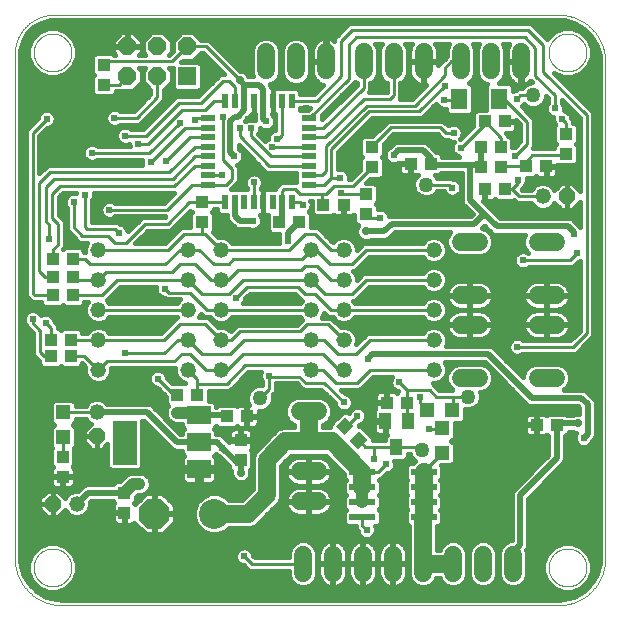
<source format=gtl>
G75*
%MOIN*%
%OFA0B0*%
%FSLAX25Y25*%
%IPPOS*%
%LPD*%
%AMOC8*
5,1,8,0,0,1.08239X$1,22.5*
%
%ADD10C,0.00000*%
%ADD11R,0.04331X0.03937*%
%ADD12C,0.05200*%
%ADD13R,0.03937X0.04331*%
%ADD14C,0.06000*%
%ADD15R,0.02200X0.05000*%
%ADD16R,0.05000X0.02200*%
%ADD17R,0.07900X0.05900*%
%ADD18R,0.07900X0.15000*%
%ADD19R,0.06000X0.06000*%
%ADD20OC8,0.06000*%
%ADD21OC8,0.05200*%
%ADD22R,0.04724X0.04724*%
%ADD23C,0.10000*%
%ADD24OC8,0.10000*%
%ADD25R,0.03937X0.05512*%
%ADD26R,0.08661X0.02362*%
%ADD27C,0.05000*%
%ADD28R,0.05512X0.07087*%
%ADD29C,0.01000*%
%ADD30C,0.02420*%
%ADD31C,0.01969*%
%ADD32C,0.02775*%
%ADD33C,0.01600*%
%ADD34C,0.05906*%
%ADD35C,0.03937*%
%ADD36C,0.03562*%
D10*
X0007977Y0017548D02*
X0007977Y0185550D01*
X0014277Y0186052D02*
X0014279Y0186210D01*
X0014285Y0186368D01*
X0014295Y0186526D01*
X0014309Y0186684D01*
X0014327Y0186841D01*
X0014348Y0186998D01*
X0014374Y0187154D01*
X0014404Y0187310D01*
X0014437Y0187465D01*
X0014475Y0187618D01*
X0014516Y0187771D01*
X0014561Y0187923D01*
X0014610Y0188074D01*
X0014663Y0188223D01*
X0014719Y0188371D01*
X0014779Y0188517D01*
X0014843Y0188662D01*
X0014911Y0188805D01*
X0014982Y0188947D01*
X0015056Y0189087D01*
X0015134Y0189224D01*
X0015216Y0189360D01*
X0015300Y0189494D01*
X0015389Y0189625D01*
X0015480Y0189754D01*
X0015575Y0189881D01*
X0015672Y0190006D01*
X0015773Y0190128D01*
X0015877Y0190247D01*
X0015984Y0190364D01*
X0016094Y0190478D01*
X0016207Y0190589D01*
X0016322Y0190698D01*
X0016440Y0190803D01*
X0016561Y0190905D01*
X0016684Y0191005D01*
X0016810Y0191101D01*
X0016938Y0191194D01*
X0017068Y0191284D01*
X0017201Y0191370D01*
X0017336Y0191454D01*
X0017472Y0191533D01*
X0017611Y0191610D01*
X0017752Y0191682D01*
X0017894Y0191752D01*
X0018038Y0191817D01*
X0018184Y0191879D01*
X0018331Y0191937D01*
X0018480Y0191992D01*
X0018630Y0192043D01*
X0018781Y0192090D01*
X0018933Y0192133D01*
X0019086Y0192172D01*
X0019241Y0192208D01*
X0019396Y0192239D01*
X0019552Y0192267D01*
X0019708Y0192291D01*
X0019865Y0192311D01*
X0020023Y0192327D01*
X0020180Y0192339D01*
X0020339Y0192347D01*
X0020497Y0192351D01*
X0020655Y0192351D01*
X0020813Y0192347D01*
X0020972Y0192339D01*
X0021129Y0192327D01*
X0021287Y0192311D01*
X0021444Y0192291D01*
X0021600Y0192267D01*
X0021756Y0192239D01*
X0021911Y0192208D01*
X0022066Y0192172D01*
X0022219Y0192133D01*
X0022371Y0192090D01*
X0022522Y0192043D01*
X0022672Y0191992D01*
X0022821Y0191937D01*
X0022968Y0191879D01*
X0023114Y0191817D01*
X0023258Y0191752D01*
X0023400Y0191682D01*
X0023541Y0191610D01*
X0023680Y0191533D01*
X0023816Y0191454D01*
X0023951Y0191370D01*
X0024084Y0191284D01*
X0024214Y0191194D01*
X0024342Y0191101D01*
X0024468Y0191005D01*
X0024591Y0190905D01*
X0024712Y0190803D01*
X0024830Y0190698D01*
X0024945Y0190589D01*
X0025058Y0190478D01*
X0025168Y0190364D01*
X0025275Y0190247D01*
X0025379Y0190128D01*
X0025480Y0190006D01*
X0025577Y0189881D01*
X0025672Y0189754D01*
X0025763Y0189625D01*
X0025852Y0189494D01*
X0025936Y0189360D01*
X0026018Y0189224D01*
X0026096Y0189087D01*
X0026170Y0188947D01*
X0026241Y0188805D01*
X0026309Y0188662D01*
X0026373Y0188517D01*
X0026433Y0188371D01*
X0026489Y0188223D01*
X0026542Y0188074D01*
X0026591Y0187923D01*
X0026636Y0187771D01*
X0026677Y0187618D01*
X0026715Y0187465D01*
X0026748Y0187310D01*
X0026778Y0187154D01*
X0026804Y0186998D01*
X0026825Y0186841D01*
X0026843Y0186684D01*
X0026857Y0186526D01*
X0026867Y0186368D01*
X0026873Y0186210D01*
X0026875Y0186052D01*
X0026873Y0185894D01*
X0026867Y0185736D01*
X0026857Y0185578D01*
X0026843Y0185420D01*
X0026825Y0185263D01*
X0026804Y0185106D01*
X0026778Y0184950D01*
X0026748Y0184794D01*
X0026715Y0184639D01*
X0026677Y0184486D01*
X0026636Y0184333D01*
X0026591Y0184181D01*
X0026542Y0184030D01*
X0026489Y0183881D01*
X0026433Y0183733D01*
X0026373Y0183587D01*
X0026309Y0183442D01*
X0026241Y0183299D01*
X0026170Y0183157D01*
X0026096Y0183017D01*
X0026018Y0182880D01*
X0025936Y0182744D01*
X0025852Y0182610D01*
X0025763Y0182479D01*
X0025672Y0182350D01*
X0025577Y0182223D01*
X0025480Y0182098D01*
X0025379Y0181976D01*
X0025275Y0181857D01*
X0025168Y0181740D01*
X0025058Y0181626D01*
X0024945Y0181515D01*
X0024830Y0181406D01*
X0024712Y0181301D01*
X0024591Y0181199D01*
X0024468Y0181099D01*
X0024342Y0181003D01*
X0024214Y0180910D01*
X0024084Y0180820D01*
X0023951Y0180734D01*
X0023816Y0180650D01*
X0023680Y0180571D01*
X0023541Y0180494D01*
X0023400Y0180422D01*
X0023258Y0180352D01*
X0023114Y0180287D01*
X0022968Y0180225D01*
X0022821Y0180167D01*
X0022672Y0180112D01*
X0022522Y0180061D01*
X0022371Y0180014D01*
X0022219Y0179971D01*
X0022066Y0179932D01*
X0021911Y0179896D01*
X0021756Y0179865D01*
X0021600Y0179837D01*
X0021444Y0179813D01*
X0021287Y0179793D01*
X0021129Y0179777D01*
X0020972Y0179765D01*
X0020813Y0179757D01*
X0020655Y0179753D01*
X0020497Y0179753D01*
X0020339Y0179757D01*
X0020180Y0179765D01*
X0020023Y0179777D01*
X0019865Y0179793D01*
X0019708Y0179813D01*
X0019552Y0179837D01*
X0019396Y0179865D01*
X0019241Y0179896D01*
X0019086Y0179932D01*
X0018933Y0179971D01*
X0018781Y0180014D01*
X0018630Y0180061D01*
X0018480Y0180112D01*
X0018331Y0180167D01*
X0018184Y0180225D01*
X0018038Y0180287D01*
X0017894Y0180352D01*
X0017752Y0180422D01*
X0017611Y0180494D01*
X0017472Y0180571D01*
X0017336Y0180650D01*
X0017201Y0180734D01*
X0017068Y0180820D01*
X0016938Y0180910D01*
X0016810Y0181003D01*
X0016684Y0181099D01*
X0016561Y0181199D01*
X0016440Y0181301D01*
X0016322Y0181406D01*
X0016207Y0181515D01*
X0016094Y0181626D01*
X0015984Y0181740D01*
X0015877Y0181857D01*
X0015773Y0181976D01*
X0015672Y0182098D01*
X0015575Y0182223D01*
X0015480Y0182350D01*
X0015389Y0182479D01*
X0015300Y0182610D01*
X0015216Y0182744D01*
X0015134Y0182880D01*
X0015056Y0183017D01*
X0014982Y0183157D01*
X0014911Y0183299D01*
X0014843Y0183442D01*
X0014779Y0183587D01*
X0014719Y0183733D01*
X0014663Y0183881D01*
X0014610Y0184030D01*
X0014561Y0184181D01*
X0014516Y0184333D01*
X0014475Y0184486D01*
X0014437Y0184639D01*
X0014404Y0184794D01*
X0014374Y0184950D01*
X0014348Y0185106D01*
X0014327Y0185263D01*
X0014309Y0185420D01*
X0014295Y0185578D01*
X0014285Y0185736D01*
X0014279Y0185894D01*
X0014277Y0186052D01*
X0007978Y0185550D02*
X0007982Y0185867D01*
X0007993Y0186183D01*
X0008012Y0186499D01*
X0008039Y0186814D01*
X0008074Y0187129D01*
X0008115Y0187443D01*
X0008165Y0187755D01*
X0008222Y0188067D01*
X0008287Y0188377D01*
X0008359Y0188685D01*
X0008438Y0188991D01*
X0008525Y0189296D01*
X0008619Y0189598D01*
X0008721Y0189898D01*
X0008829Y0190195D01*
X0008945Y0190490D01*
X0009068Y0190782D01*
X0009198Y0191070D01*
X0009335Y0191356D01*
X0009479Y0191638D01*
X0009629Y0191916D01*
X0009786Y0192191D01*
X0009950Y0192462D01*
X0010120Y0192729D01*
X0010297Y0192992D01*
X0010480Y0193250D01*
X0010669Y0193504D01*
X0010864Y0193753D01*
X0011065Y0193997D01*
X0011273Y0194237D01*
X0011485Y0194471D01*
X0011704Y0194700D01*
X0011928Y0194924D01*
X0012157Y0195143D01*
X0012391Y0195355D01*
X0012631Y0195563D01*
X0012875Y0195764D01*
X0013124Y0195959D01*
X0013378Y0196148D01*
X0013636Y0196331D01*
X0013899Y0196508D01*
X0014166Y0196678D01*
X0014437Y0196842D01*
X0014712Y0196999D01*
X0014990Y0197149D01*
X0015272Y0197293D01*
X0015558Y0197430D01*
X0015846Y0197560D01*
X0016138Y0197683D01*
X0016433Y0197799D01*
X0016730Y0197907D01*
X0017030Y0198009D01*
X0017332Y0198103D01*
X0017637Y0198190D01*
X0017943Y0198269D01*
X0018251Y0198341D01*
X0018561Y0198406D01*
X0018873Y0198463D01*
X0019185Y0198513D01*
X0019499Y0198554D01*
X0019814Y0198589D01*
X0020129Y0198616D01*
X0020445Y0198635D01*
X0020761Y0198646D01*
X0021078Y0198650D01*
X0189080Y0198650D01*
X0185930Y0186052D02*
X0185932Y0186210D01*
X0185938Y0186368D01*
X0185948Y0186526D01*
X0185962Y0186684D01*
X0185980Y0186841D01*
X0186001Y0186998D01*
X0186027Y0187154D01*
X0186057Y0187310D01*
X0186090Y0187465D01*
X0186128Y0187618D01*
X0186169Y0187771D01*
X0186214Y0187923D01*
X0186263Y0188074D01*
X0186316Y0188223D01*
X0186372Y0188371D01*
X0186432Y0188517D01*
X0186496Y0188662D01*
X0186564Y0188805D01*
X0186635Y0188947D01*
X0186709Y0189087D01*
X0186787Y0189224D01*
X0186869Y0189360D01*
X0186953Y0189494D01*
X0187042Y0189625D01*
X0187133Y0189754D01*
X0187228Y0189881D01*
X0187325Y0190006D01*
X0187426Y0190128D01*
X0187530Y0190247D01*
X0187637Y0190364D01*
X0187747Y0190478D01*
X0187860Y0190589D01*
X0187975Y0190698D01*
X0188093Y0190803D01*
X0188214Y0190905D01*
X0188337Y0191005D01*
X0188463Y0191101D01*
X0188591Y0191194D01*
X0188721Y0191284D01*
X0188854Y0191370D01*
X0188989Y0191454D01*
X0189125Y0191533D01*
X0189264Y0191610D01*
X0189405Y0191682D01*
X0189547Y0191752D01*
X0189691Y0191817D01*
X0189837Y0191879D01*
X0189984Y0191937D01*
X0190133Y0191992D01*
X0190283Y0192043D01*
X0190434Y0192090D01*
X0190586Y0192133D01*
X0190739Y0192172D01*
X0190894Y0192208D01*
X0191049Y0192239D01*
X0191205Y0192267D01*
X0191361Y0192291D01*
X0191518Y0192311D01*
X0191676Y0192327D01*
X0191833Y0192339D01*
X0191992Y0192347D01*
X0192150Y0192351D01*
X0192308Y0192351D01*
X0192466Y0192347D01*
X0192625Y0192339D01*
X0192782Y0192327D01*
X0192940Y0192311D01*
X0193097Y0192291D01*
X0193253Y0192267D01*
X0193409Y0192239D01*
X0193564Y0192208D01*
X0193719Y0192172D01*
X0193872Y0192133D01*
X0194024Y0192090D01*
X0194175Y0192043D01*
X0194325Y0191992D01*
X0194474Y0191937D01*
X0194621Y0191879D01*
X0194767Y0191817D01*
X0194911Y0191752D01*
X0195053Y0191682D01*
X0195194Y0191610D01*
X0195333Y0191533D01*
X0195469Y0191454D01*
X0195604Y0191370D01*
X0195737Y0191284D01*
X0195867Y0191194D01*
X0195995Y0191101D01*
X0196121Y0191005D01*
X0196244Y0190905D01*
X0196365Y0190803D01*
X0196483Y0190698D01*
X0196598Y0190589D01*
X0196711Y0190478D01*
X0196821Y0190364D01*
X0196928Y0190247D01*
X0197032Y0190128D01*
X0197133Y0190006D01*
X0197230Y0189881D01*
X0197325Y0189754D01*
X0197416Y0189625D01*
X0197505Y0189494D01*
X0197589Y0189360D01*
X0197671Y0189224D01*
X0197749Y0189087D01*
X0197823Y0188947D01*
X0197894Y0188805D01*
X0197962Y0188662D01*
X0198026Y0188517D01*
X0198086Y0188371D01*
X0198142Y0188223D01*
X0198195Y0188074D01*
X0198244Y0187923D01*
X0198289Y0187771D01*
X0198330Y0187618D01*
X0198368Y0187465D01*
X0198401Y0187310D01*
X0198431Y0187154D01*
X0198457Y0186998D01*
X0198478Y0186841D01*
X0198496Y0186684D01*
X0198510Y0186526D01*
X0198520Y0186368D01*
X0198526Y0186210D01*
X0198528Y0186052D01*
X0198526Y0185894D01*
X0198520Y0185736D01*
X0198510Y0185578D01*
X0198496Y0185420D01*
X0198478Y0185263D01*
X0198457Y0185106D01*
X0198431Y0184950D01*
X0198401Y0184794D01*
X0198368Y0184639D01*
X0198330Y0184486D01*
X0198289Y0184333D01*
X0198244Y0184181D01*
X0198195Y0184030D01*
X0198142Y0183881D01*
X0198086Y0183733D01*
X0198026Y0183587D01*
X0197962Y0183442D01*
X0197894Y0183299D01*
X0197823Y0183157D01*
X0197749Y0183017D01*
X0197671Y0182880D01*
X0197589Y0182744D01*
X0197505Y0182610D01*
X0197416Y0182479D01*
X0197325Y0182350D01*
X0197230Y0182223D01*
X0197133Y0182098D01*
X0197032Y0181976D01*
X0196928Y0181857D01*
X0196821Y0181740D01*
X0196711Y0181626D01*
X0196598Y0181515D01*
X0196483Y0181406D01*
X0196365Y0181301D01*
X0196244Y0181199D01*
X0196121Y0181099D01*
X0195995Y0181003D01*
X0195867Y0180910D01*
X0195737Y0180820D01*
X0195604Y0180734D01*
X0195469Y0180650D01*
X0195333Y0180571D01*
X0195194Y0180494D01*
X0195053Y0180422D01*
X0194911Y0180352D01*
X0194767Y0180287D01*
X0194621Y0180225D01*
X0194474Y0180167D01*
X0194325Y0180112D01*
X0194175Y0180061D01*
X0194024Y0180014D01*
X0193872Y0179971D01*
X0193719Y0179932D01*
X0193564Y0179896D01*
X0193409Y0179865D01*
X0193253Y0179837D01*
X0193097Y0179813D01*
X0192940Y0179793D01*
X0192782Y0179777D01*
X0192625Y0179765D01*
X0192466Y0179757D01*
X0192308Y0179753D01*
X0192150Y0179753D01*
X0191992Y0179757D01*
X0191833Y0179765D01*
X0191676Y0179777D01*
X0191518Y0179793D01*
X0191361Y0179813D01*
X0191205Y0179837D01*
X0191049Y0179865D01*
X0190894Y0179896D01*
X0190739Y0179932D01*
X0190586Y0179971D01*
X0190434Y0180014D01*
X0190283Y0180061D01*
X0190133Y0180112D01*
X0189984Y0180167D01*
X0189837Y0180225D01*
X0189691Y0180287D01*
X0189547Y0180352D01*
X0189405Y0180422D01*
X0189264Y0180494D01*
X0189125Y0180571D01*
X0188989Y0180650D01*
X0188854Y0180734D01*
X0188721Y0180820D01*
X0188591Y0180910D01*
X0188463Y0181003D01*
X0188337Y0181099D01*
X0188214Y0181199D01*
X0188093Y0181301D01*
X0187975Y0181406D01*
X0187860Y0181515D01*
X0187747Y0181626D01*
X0187637Y0181740D01*
X0187530Y0181857D01*
X0187426Y0181976D01*
X0187325Y0182098D01*
X0187228Y0182223D01*
X0187133Y0182350D01*
X0187042Y0182479D01*
X0186953Y0182610D01*
X0186869Y0182744D01*
X0186787Y0182880D01*
X0186709Y0183017D01*
X0186635Y0183157D01*
X0186564Y0183299D01*
X0186496Y0183442D01*
X0186432Y0183587D01*
X0186372Y0183733D01*
X0186316Y0183881D01*
X0186263Y0184030D01*
X0186214Y0184181D01*
X0186169Y0184333D01*
X0186128Y0184486D01*
X0186090Y0184639D01*
X0186057Y0184794D01*
X0186027Y0184950D01*
X0186001Y0185106D01*
X0185980Y0185263D01*
X0185962Y0185420D01*
X0185948Y0185578D01*
X0185938Y0185736D01*
X0185932Y0185894D01*
X0185930Y0186052D01*
X0189080Y0198650D02*
X0189461Y0198645D01*
X0189841Y0198632D01*
X0190221Y0198609D01*
X0190600Y0198576D01*
X0190978Y0198535D01*
X0191355Y0198485D01*
X0191731Y0198425D01*
X0192106Y0198357D01*
X0192478Y0198279D01*
X0192849Y0198192D01*
X0193217Y0198097D01*
X0193583Y0197992D01*
X0193946Y0197879D01*
X0194307Y0197757D01*
X0194664Y0197627D01*
X0195018Y0197487D01*
X0195369Y0197340D01*
X0195716Y0197183D01*
X0196059Y0197019D01*
X0196398Y0196846D01*
X0196733Y0196665D01*
X0197064Y0196476D01*
X0197389Y0196279D01*
X0197710Y0196075D01*
X0198026Y0195862D01*
X0198336Y0195642D01*
X0198642Y0195415D01*
X0198941Y0195180D01*
X0199235Y0194938D01*
X0199523Y0194690D01*
X0199805Y0194434D01*
X0200080Y0194171D01*
X0200349Y0193902D01*
X0200612Y0193627D01*
X0200868Y0193345D01*
X0201116Y0193057D01*
X0201358Y0192763D01*
X0201593Y0192464D01*
X0201820Y0192158D01*
X0202040Y0191848D01*
X0202253Y0191532D01*
X0202457Y0191211D01*
X0202654Y0190886D01*
X0202843Y0190555D01*
X0203024Y0190220D01*
X0203197Y0189881D01*
X0203361Y0189538D01*
X0203518Y0189191D01*
X0203665Y0188840D01*
X0203805Y0188486D01*
X0203935Y0188129D01*
X0204057Y0187768D01*
X0204170Y0187405D01*
X0204275Y0187039D01*
X0204370Y0186671D01*
X0204457Y0186300D01*
X0204535Y0185928D01*
X0204603Y0185553D01*
X0204663Y0185177D01*
X0204713Y0184800D01*
X0204754Y0184422D01*
X0204787Y0184043D01*
X0204810Y0183663D01*
X0204823Y0183283D01*
X0204828Y0182902D01*
X0204828Y0017548D01*
X0185930Y0014398D02*
X0185932Y0014556D01*
X0185938Y0014714D01*
X0185948Y0014872D01*
X0185962Y0015030D01*
X0185980Y0015187D01*
X0186001Y0015344D01*
X0186027Y0015500D01*
X0186057Y0015656D01*
X0186090Y0015811D01*
X0186128Y0015964D01*
X0186169Y0016117D01*
X0186214Y0016269D01*
X0186263Y0016420D01*
X0186316Y0016569D01*
X0186372Y0016717D01*
X0186432Y0016863D01*
X0186496Y0017008D01*
X0186564Y0017151D01*
X0186635Y0017293D01*
X0186709Y0017433D01*
X0186787Y0017570D01*
X0186869Y0017706D01*
X0186953Y0017840D01*
X0187042Y0017971D01*
X0187133Y0018100D01*
X0187228Y0018227D01*
X0187325Y0018352D01*
X0187426Y0018474D01*
X0187530Y0018593D01*
X0187637Y0018710D01*
X0187747Y0018824D01*
X0187860Y0018935D01*
X0187975Y0019044D01*
X0188093Y0019149D01*
X0188214Y0019251D01*
X0188337Y0019351D01*
X0188463Y0019447D01*
X0188591Y0019540D01*
X0188721Y0019630D01*
X0188854Y0019716D01*
X0188989Y0019800D01*
X0189125Y0019879D01*
X0189264Y0019956D01*
X0189405Y0020028D01*
X0189547Y0020098D01*
X0189691Y0020163D01*
X0189837Y0020225D01*
X0189984Y0020283D01*
X0190133Y0020338D01*
X0190283Y0020389D01*
X0190434Y0020436D01*
X0190586Y0020479D01*
X0190739Y0020518D01*
X0190894Y0020554D01*
X0191049Y0020585D01*
X0191205Y0020613D01*
X0191361Y0020637D01*
X0191518Y0020657D01*
X0191676Y0020673D01*
X0191833Y0020685D01*
X0191992Y0020693D01*
X0192150Y0020697D01*
X0192308Y0020697D01*
X0192466Y0020693D01*
X0192625Y0020685D01*
X0192782Y0020673D01*
X0192940Y0020657D01*
X0193097Y0020637D01*
X0193253Y0020613D01*
X0193409Y0020585D01*
X0193564Y0020554D01*
X0193719Y0020518D01*
X0193872Y0020479D01*
X0194024Y0020436D01*
X0194175Y0020389D01*
X0194325Y0020338D01*
X0194474Y0020283D01*
X0194621Y0020225D01*
X0194767Y0020163D01*
X0194911Y0020098D01*
X0195053Y0020028D01*
X0195194Y0019956D01*
X0195333Y0019879D01*
X0195469Y0019800D01*
X0195604Y0019716D01*
X0195737Y0019630D01*
X0195867Y0019540D01*
X0195995Y0019447D01*
X0196121Y0019351D01*
X0196244Y0019251D01*
X0196365Y0019149D01*
X0196483Y0019044D01*
X0196598Y0018935D01*
X0196711Y0018824D01*
X0196821Y0018710D01*
X0196928Y0018593D01*
X0197032Y0018474D01*
X0197133Y0018352D01*
X0197230Y0018227D01*
X0197325Y0018100D01*
X0197416Y0017971D01*
X0197505Y0017840D01*
X0197589Y0017706D01*
X0197671Y0017570D01*
X0197749Y0017433D01*
X0197823Y0017293D01*
X0197894Y0017151D01*
X0197962Y0017008D01*
X0198026Y0016863D01*
X0198086Y0016717D01*
X0198142Y0016569D01*
X0198195Y0016420D01*
X0198244Y0016269D01*
X0198289Y0016117D01*
X0198330Y0015964D01*
X0198368Y0015811D01*
X0198401Y0015656D01*
X0198431Y0015500D01*
X0198457Y0015344D01*
X0198478Y0015187D01*
X0198496Y0015030D01*
X0198510Y0014872D01*
X0198520Y0014714D01*
X0198526Y0014556D01*
X0198528Y0014398D01*
X0198526Y0014240D01*
X0198520Y0014082D01*
X0198510Y0013924D01*
X0198496Y0013766D01*
X0198478Y0013609D01*
X0198457Y0013452D01*
X0198431Y0013296D01*
X0198401Y0013140D01*
X0198368Y0012985D01*
X0198330Y0012832D01*
X0198289Y0012679D01*
X0198244Y0012527D01*
X0198195Y0012376D01*
X0198142Y0012227D01*
X0198086Y0012079D01*
X0198026Y0011933D01*
X0197962Y0011788D01*
X0197894Y0011645D01*
X0197823Y0011503D01*
X0197749Y0011363D01*
X0197671Y0011226D01*
X0197589Y0011090D01*
X0197505Y0010956D01*
X0197416Y0010825D01*
X0197325Y0010696D01*
X0197230Y0010569D01*
X0197133Y0010444D01*
X0197032Y0010322D01*
X0196928Y0010203D01*
X0196821Y0010086D01*
X0196711Y0009972D01*
X0196598Y0009861D01*
X0196483Y0009752D01*
X0196365Y0009647D01*
X0196244Y0009545D01*
X0196121Y0009445D01*
X0195995Y0009349D01*
X0195867Y0009256D01*
X0195737Y0009166D01*
X0195604Y0009080D01*
X0195469Y0008996D01*
X0195333Y0008917D01*
X0195194Y0008840D01*
X0195053Y0008768D01*
X0194911Y0008698D01*
X0194767Y0008633D01*
X0194621Y0008571D01*
X0194474Y0008513D01*
X0194325Y0008458D01*
X0194175Y0008407D01*
X0194024Y0008360D01*
X0193872Y0008317D01*
X0193719Y0008278D01*
X0193564Y0008242D01*
X0193409Y0008211D01*
X0193253Y0008183D01*
X0193097Y0008159D01*
X0192940Y0008139D01*
X0192782Y0008123D01*
X0192625Y0008111D01*
X0192466Y0008103D01*
X0192308Y0008099D01*
X0192150Y0008099D01*
X0191992Y0008103D01*
X0191833Y0008111D01*
X0191676Y0008123D01*
X0191518Y0008139D01*
X0191361Y0008159D01*
X0191205Y0008183D01*
X0191049Y0008211D01*
X0190894Y0008242D01*
X0190739Y0008278D01*
X0190586Y0008317D01*
X0190434Y0008360D01*
X0190283Y0008407D01*
X0190133Y0008458D01*
X0189984Y0008513D01*
X0189837Y0008571D01*
X0189691Y0008633D01*
X0189547Y0008698D01*
X0189405Y0008768D01*
X0189264Y0008840D01*
X0189125Y0008917D01*
X0188989Y0008996D01*
X0188854Y0009080D01*
X0188721Y0009166D01*
X0188591Y0009256D01*
X0188463Y0009349D01*
X0188337Y0009445D01*
X0188214Y0009545D01*
X0188093Y0009647D01*
X0187975Y0009752D01*
X0187860Y0009861D01*
X0187747Y0009972D01*
X0187637Y0010086D01*
X0187530Y0010203D01*
X0187426Y0010322D01*
X0187325Y0010444D01*
X0187228Y0010569D01*
X0187133Y0010696D01*
X0187042Y0010825D01*
X0186953Y0010956D01*
X0186869Y0011090D01*
X0186787Y0011226D01*
X0186709Y0011363D01*
X0186635Y0011503D01*
X0186564Y0011645D01*
X0186496Y0011788D01*
X0186432Y0011933D01*
X0186372Y0012079D01*
X0186316Y0012227D01*
X0186263Y0012376D01*
X0186214Y0012527D01*
X0186169Y0012679D01*
X0186128Y0012832D01*
X0186090Y0012985D01*
X0186057Y0013140D01*
X0186027Y0013296D01*
X0186001Y0013452D01*
X0185980Y0013609D01*
X0185962Y0013766D01*
X0185948Y0013924D01*
X0185938Y0014082D01*
X0185932Y0014240D01*
X0185930Y0014398D01*
X0189080Y0001800D02*
X0189461Y0001805D01*
X0189841Y0001818D01*
X0190221Y0001841D01*
X0190600Y0001874D01*
X0190978Y0001915D01*
X0191355Y0001965D01*
X0191731Y0002025D01*
X0192106Y0002093D01*
X0192478Y0002171D01*
X0192849Y0002258D01*
X0193217Y0002353D01*
X0193583Y0002458D01*
X0193946Y0002571D01*
X0194307Y0002693D01*
X0194664Y0002823D01*
X0195018Y0002963D01*
X0195369Y0003110D01*
X0195716Y0003267D01*
X0196059Y0003431D01*
X0196398Y0003604D01*
X0196733Y0003785D01*
X0197064Y0003974D01*
X0197389Y0004171D01*
X0197710Y0004375D01*
X0198026Y0004588D01*
X0198336Y0004808D01*
X0198642Y0005035D01*
X0198941Y0005270D01*
X0199235Y0005512D01*
X0199523Y0005760D01*
X0199805Y0006016D01*
X0200080Y0006279D01*
X0200349Y0006548D01*
X0200612Y0006823D01*
X0200868Y0007105D01*
X0201116Y0007393D01*
X0201358Y0007687D01*
X0201593Y0007986D01*
X0201820Y0008292D01*
X0202040Y0008602D01*
X0202253Y0008918D01*
X0202457Y0009239D01*
X0202654Y0009564D01*
X0202843Y0009895D01*
X0203024Y0010230D01*
X0203197Y0010569D01*
X0203361Y0010912D01*
X0203518Y0011259D01*
X0203665Y0011610D01*
X0203805Y0011964D01*
X0203935Y0012321D01*
X0204057Y0012682D01*
X0204170Y0013045D01*
X0204275Y0013411D01*
X0204370Y0013779D01*
X0204457Y0014150D01*
X0204535Y0014522D01*
X0204603Y0014897D01*
X0204663Y0015273D01*
X0204713Y0015650D01*
X0204754Y0016028D01*
X0204787Y0016407D01*
X0204810Y0016787D01*
X0204823Y0017167D01*
X0204828Y0017548D01*
X0189080Y0001800D02*
X0023725Y0001800D01*
X0014277Y0014398D02*
X0014279Y0014556D01*
X0014285Y0014714D01*
X0014295Y0014872D01*
X0014309Y0015030D01*
X0014327Y0015187D01*
X0014348Y0015344D01*
X0014374Y0015500D01*
X0014404Y0015656D01*
X0014437Y0015811D01*
X0014475Y0015964D01*
X0014516Y0016117D01*
X0014561Y0016269D01*
X0014610Y0016420D01*
X0014663Y0016569D01*
X0014719Y0016717D01*
X0014779Y0016863D01*
X0014843Y0017008D01*
X0014911Y0017151D01*
X0014982Y0017293D01*
X0015056Y0017433D01*
X0015134Y0017570D01*
X0015216Y0017706D01*
X0015300Y0017840D01*
X0015389Y0017971D01*
X0015480Y0018100D01*
X0015575Y0018227D01*
X0015672Y0018352D01*
X0015773Y0018474D01*
X0015877Y0018593D01*
X0015984Y0018710D01*
X0016094Y0018824D01*
X0016207Y0018935D01*
X0016322Y0019044D01*
X0016440Y0019149D01*
X0016561Y0019251D01*
X0016684Y0019351D01*
X0016810Y0019447D01*
X0016938Y0019540D01*
X0017068Y0019630D01*
X0017201Y0019716D01*
X0017336Y0019800D01*
X0017472Y0019879D01*
X0017611Y0019956D01*
X0017752Y0020028D01*
X0017894Y0020098D01*
X0018038Y0020163D01*
X0018184Y0020225D01*
X0018331Y0020283D01*
X0018480Y0020338D01*
X0018630Y0020389D01*
X0018781Y0020436D01*
X0018933Y0020479D01*
X0019086Y0020518D01*
X0019241Y0020554D01*
X0019396Y0020585D01*
X0019552Y0020613D01*
X0019708Y0020637D01*
X0019865Y0020657D01*
X0020023Y0020673D01*
X0020180Y0020685D01*
X0020339Y0020693D01*
X0020497Y0020697D01*
X0020655Y0020697D01*
X0020813Y0020693D01*
X0020972Y0020685D01*
X0021129Y0020673D01*
X0021287Y0020657D01*
X0021444Y0020637D01*
X0021600Y0020613D01*
X0021756Y0020585D01*
X0021911Y0020554D01*
X0022066Y0020518D01*
X0022219Y0020479D01*
X0022371Y0020436D01*
X0022522Y0020389D01*
X0022672Y0020338D01*
X0022821Y0020283D01*
X0022968Y0020225D01*
X0023114Y0020163D01*
X0023258Y0020098D01*
X0023400Y0020028D01*
X0023541Y0019956D01*
X0023680Y0019879D01*
X0023816Y0019800D01*
X0023951Y0019716D01*
X0024084Y0019630D01*
X0024214Y0019540D01*
X0024342Y0019447D01*
X0024468Y0019351D01*
X0024591Y0019251D01*
X0024712Y0019149D01*
X0024830Y0019044D01*
X0024945Y0018935D01*
X0025058Y0018824D01*
X0025168Y0018710D01*
X0025275Y0018593D01*
X0025379Y0018474D01*
X0025480Y0018352D01*
X0025577Y0018227D01*
X0025672Y0018100D01*
X0025763Y0017971D01*
X0025852Y0017840D01*
X0025936Y0017706D01*
X0026018Y0017570D01*
X0026096Y0017433D01*
X0026170Y0017293D01*
X0026241Y0017151D01*
X0026309Y0017008D01*
X0026373Y0016863D01*
X0026433Y0016717D01*
X0026489Y0016569D01*
X0026542Y0016420D01*
X0026591Y0016269D01*
X0026636Y0016117D01*
X0026677Y0015964D01*
X0026715Y0015811D01*
X0026748Y0015656D01*
X0026778Y0015500D01*
X0026804Y0015344D01*
X0026825Y0015187D01*
X0026843Y0015030D01*
X0026857Y0014872D01*
X0026867Y0014714D01*
X0026873Y0014556D01*
X0026875Y0014398D01*
X0026873Y0014240D01*
X0026867Y0014082D01*
X0026857Y0013924D01*
X0026843Y0013766D01*
X0026825Y0013609D01*
X0026804Y0013452D01*
X0026778Y0013296D01*
X0026748Y0013140D01*
X0026715Y0012985D01*
X0026677Y0012832D01*
X0026636Y0012679D01*
X0026591Y0012527D01*
X0026542Y0012376D01*
X0026489Y0012227D01*
X0026433Y0012079D01*
X0026373Y0011933D01*
X0026309Y0011788D01*
X0026241Y0011645D01*
X0026170Y0011503D01*
X0026096Y0011363D01*
X0026018Y0011226D01*
X0025936Y0011090D01*
X0025852Y0010956D01*
X0025763Y0010825D01*
X0025672Y0010696D01*
X0025577Y0010569D01*
X0025480Y0010444D01*
X0025379Y0010322D01*
X0025275Y0010203D01*
X0025168Y0010086D01*
X0025058Y0009972D01*
X0024945Y0009861D01*
X0024830Y0009752D01*
X0024712Y0009647D01*
X0024591Y0009545D01*
X0024468Y0009445D01*
X0024342Y0009349D01*
X0024214Y0009256D01*
X0024084Y0009166D01*
X0023951Y0009080D01*
X0023816Y0008996D01*
X0023680Y0008917D01*
X0023541Y0008840D01*
X0023400Y0008768D01*
X0023258Y0008698D01*
X0023114Y0008633D01*
X0022968Y0008571D01*
X0022821Y0008513D01*
X0022672Y0008458D01*
X0022522Y0008407D01*
X0022371Y0008360D01*
X0022219Y0008317D01*
X0022066Y0008278D01*
X0021911Y0008242D01*
X0021756Y0008211D01*
X0021600Y0008183D01*
X0021444Y0008159D01*
X0021287Y0008139D01*
X0021129Y0008123D01*
X0020972Y0008111D01*
X0020813Y0008103D01*
X0020655Y0008099D01*
X0020497Y0008099D01*
X0020339Y0008103D01*
X0020180Y0008111D01*
X0020023Y0008123D01*
X0019865Y0008139D01*
X0019708Y0008159D01*
X0019552Y0008183D01*
X0019396Y0008211D01*
X0019241Y0008242D01*
X0019086Y0008278D01*
X0018933Y0008317D01*
X0018781Y0008360D01*
X0018630Y0008407D01*
X0018480Y0008458D01*
X0018331Y0008513D01*
X0018184Y0008571D01*
X0018038Y0008633D01*
X0017894Y0008698D01*
X0017752Y0008768D01*
X0017611Y0008840D01*
X0017472Y0008917D01*
X0017336Y0008996D01*
X0017201Y0009080D01*
X0017068Y0009166D01*
X0016938Y0009256D01*
X0016810Y0009349D01*
X0016684Y0009445D01*
X0016561Y0009545D01*
X0016440Y0009647D01*
X0016322Y0009752D01*
X0016207Y0009861D01*
X0016094Y0009972D01*
X0015984Y0010086D01*
X0015877Y0010203D01*
X0015773Y0010322D01*
X0015672Y0010444D01*
X0015575Y0010569D01*
X0015480Y0010696D01*
X0015389Y0010825D01*
X0015300Y0010956D01*
X0015216Y0011090D01*
X0015134Y0011226D01*
X0015056Y0011363D01*
X0014982Y0011503D01*
X0014911Y0011645D01*
X0014843Y0011788D01*
X0014779Y0011933D01*
X0014719Y0012079D01*
X0014663Y0012227D01*
X0014610Y0012376D01*
X0014561Y0012527D01*
X0014516Y0012679D01*
X0014475Y0012832D01*
X0014437Y0012985D01*
X0014404Y0013140D01*
X0014374Y0013296D01*
X0014348Y0013452D01*
X0014327Y0013609D01*
X0014309Y0013766D01*
X0014295Y0013924D01*
X0014285Y0014082D01*
X0014279Y0014240D01*
X0014277Y0014398D01*
X0007977Y0017548D02*
X0007982Y0017167D01*
X0007995Y0016787D01*
X0008018Y0016407D01*
X0008051Y0016028D01*
X0008092Y0015650D01*
X0008142Y0015273D01*
X0008202Y0014897D01*
X0008270Y0014522D01*
X0008348Y0014150D01*
X0008435Y0013779D01*
X0008530Y0013411D01*
X0008635Y0013045D01*
X0008748Y0012682D01*
X0008870Y0012321D01*
X0009000Y0011964D01*
X0009140Y0011610D01*
X0009287Y0011259D01*
X0009444Y0010912D01*
X0009608Y0010569D01*
X0009781Y0010230D01*
X0009962Y0009895D01*
X0010151Y0009564D01*
X0010348Y0009239D01*
X0010552Y0008918D01*
X0010765Y0008602D01*
X0010985Y0008292D01*
X0011212Y0007986D01*
X0011447Y0007687D01*
X0011689Y0007393D01*
X0011937Y0007105D01*
X0012193Y0006823D01*
X0012456Y0006548D01*
X0012725Y0006279D01*
X0013000Y0006016D01*
X0013282Y0005760D01*
X0013570Y0005512D01*
X0013864Y0005270D01*
X0014163Y0005035D01*
X0014469Y0004808D01*
X0014779Y0004588D01*
X0015095Y0004375D01*
X0015416Y0004171D01*
X0015741Y0003974D01*
X0016072Y0003785D01*
X0016407Y0003604D01*
X0016746Y0003431D01*
X0017089Y0003267D01*
X0017436Y0003110D01*
X0017787Y0002963D01*
X0018141Y0002823D01*
X0018498Y0002693D01*
X0018859Y0002571D01*
X0019222Y0002458D01*
X0019588Y0002353D01*
X0019956Y0002258D01*
X0020327Y0002171D01*
X0020699Y0002093D01*
X0021074Y0002025D01*
X0021450Y0001965D01*
X0021827Y0001915D01*
X0022205Y0001874D01*
X0022584Y0001841D01*
X0022964Y0001818D01*
X0023344Y0001805D01*
X0023725Y0001800D01*
D11*
X0023927Y0044641D03*
X0023927Y0051334D03*
X0078668Y0064762D03*
X0085361Y0064762D03*
X0070477Y0129391D03*
X0070477Y0136084D03*
X0110881Y0135175D03*
X0117574Y0135175D03*
X0124977Y0132191D03*
X0124977Y0138884D03*
X0127065Y0147729D03*
X0127065Y0154421D03*
X0139893Y0149013D03*
X0146586Y0149013D03*
X0191727Y0152204D03*
X0191727Y0158896D03*
X0188611Y0061925D03*
X0181918Y0061925D03*
X0037665Y0175329D03*
X0037665Y0182021D03*
D12*
X0035772Y0120225D03*
X0035772Y0110225D03*
X0035772Y0100225D03*
X0035772Y0090225D03*
X0035772Y0080225D03*
X0035365Y0066088D03*
X0028615Y0035600D03*
X0065772Y0080225D03*
X0065772Y0090225D03*
X0065772Y0100225D03*
X0065772Y0110225D03*
X0065772Y0120225D03*
X0076717Y0120225D03*
X0076717Y0110225D03*
X0076717Y0100225D03*
X0076717Y0090225D03*
X0076717Y0080225D03*
X0106717Y0080225D03*
X0106717Y0090225D03*
X0106717Y0100225D03*
X0106717Y0110225D03*
X0106717Y0120225D03*
X0117662Y0120225D03*
X0117662Y0110225D03*
X0117662Y0100225D03*
X0117662Y0090225D03*
X0117662Y0080225D03*
X0147662Y0080225D03*
X0147662Y0090225D03*
X0147662Y0100225D03*
X0147662Y0110225D03*
X0147662Y0120225D03*
X0183977Y0138050D03*
D13*
X0185074Y0148050D03*
X0178381Y0148050D03*
X0171324Y0140550D03*
X0170024Y0147725D03*
X0170024Y0154413D03*
X0163331Y0154413D03*
X0163331Y0147725D03*
X0164631Y0140550D03*
X0164631Y0163050D03*
X0171324Y0163050D03*
X0102824Y0129587D03*
X0096131Y0129587D03*
X0068824Y0071950D03*
X0062131Y0071950D03*
X0083265Y0056859D03*
X0083265Y0050166D03*
G36*
X0118012Y0064476D02*
X0120795Y0061693D01*
X0117734Y0058632D01*
X0114951Y0061415D01*
X0118012Y0064476D01*
G37*
G36*
X0122745Y0059743D02*
X0125528Y0056960D01*
X0122467Y0053899D01*
X0119684Y0056682D01*
X0122745Y0059743D01*
G37*
X0131893Y0069238D03*
X0138586Y0069238D03*
X0044515Y0039359D03*
X0044515Y0032666D03*
X0026599Y0084788D03*
X0026636Y0090237D03*
X0019943Y0090237D03*
X0019906Y0084788D03*
X0020568Y0105237D03*
X0020568Y0111175D03*
X0020568Y0117112D03*
X0027261Y0117112D03*
X0027261Y0111175D03*
X0027261Y0105237D03*
D14*
X0102927Y0066400D02*
X0108927Y0066400D01*
X0108927Y0056400D02*
X0102927Y0056400D01*
X0102927Y0046400D02*
X0108927Y0046400D01*
X0108927Y0036400D02*
X0102927Y0036400D01*
X0104015Y0018613D02*
X0104015Y0012612D01*
X0114015Y0012612D02*
X0114015Y0018613D01*
X0124015Y0018613D02*
X0124015Y0012612D01*
X0134015Y0012612D02*
X0134015Y0018613D01*
X0144015Y0018613D02*
X0144015Y0012612D01*
X0154015Y0012612D02*
X0154015Y0018613D01*
X0164015Y0018613D02*
X0164015Y0012612D01*
X0174015Y0012612D02*
X0174015Y0018613D01*
X0182226Y0077546D02*
X0188226Y0077546D01*
X0188226Y0095346D02*
X0182226Y0095346D01*
X0182226Y0105105D02*
X0188226Y0105105D01*
X0188226Y0122905D02*
X0182226Y0122905D01*
X0162626Y0122905D02*
X0156626Y0122905D01*
X0156626Y0105105D02*
X0162626Y0105105D01*
X0162626Y0095346D02*
X0156626Y0095346D01*
X0156626Y0077546D02*
X0162626Y0077546D01*
X0166727Y0180050D02*
X0166727Y0186050D01*
X0156727Y0186050D02*
X0156727Y0180050D01*
X0144227Y0180050D02*
X0144227Y0186050D01*
X0134227Y0186050D02*
X0134227Y0180050D01*
X0124227Y0180050D02*
X0124227Y0186050D01*
X0111727Y0186050D02*
X0111727Y0180050D01*
X0101727Y0180050D02*
X0101727Y0186050D01*
X0091727Y0186050D02*
X0091727Y0180050D01*
X0176727Y0180050D02*
X0176727Y0186050D01*
D15*
X0100251Y0169950D03*
X0097101Y0169950D03*
X0093952Y0169950D03*
X0090802Y0169950D03*
X0087652Y0169950D03*
X0084503Y0169950D03*
X0081353Y0169950D03*
X0078204Y0169950D03*
X0078204Y0136150D03*
X0081353Y0136150D03*
X0084503Y0136150D03*
X0087652Y0136150D03*
X0090802Y0136150D03*
X0093952Y0136150D03*
X0097101Y0136150D03*
X0100251Y0136150D03*
D16*
X0106127Y0142026D03*
X0106127Y0145176D03*
X0106127Y0148326D03*
X0106127Y0151475D03*
X0106127Y0154625D03*
X0106127Y0157774D03*
X0106127Y0160924D03*
X0106127Y0164074D03*
X0072327Y0164074D03*
X0072327Y0160924D03*
X0072327Y0157774D03*
X0072327Y0154625D03*
X0072327Y0151475D03*
X0072327Y0148326D03*
X0072327Y0145176D03*
X0072327Y0142026D03*
D17*
X0069415Y0065112D03*
X0069415Y0056112D03*
X0069415Y0047112D03*
D18*
X0044615Y0056012D03*
D19*
X0065477Y0178050D03*
D20*
X0055477Y0178050D03*
X0045477Y0178050D03*
X0045477Y0188050D03*
X0055477Y0188050D03*
X0065477Y0188050D03*
D21*
X0191977Y0138050D03*
X0035365Y0058087D03*
X0020615Y0035600D03*
D22*
X0024115Y0057804D03*
X0024115Y0066071D03*
X0145543Y0066800D03*
X0150427Y0060809D03*
X0153811Y0066800D03*
X0150427Y0052541D03*
D23*
X0074515Y0032262D03*
D24*
X0054515Y0032262D03*
D25*
X0131437Y0063206D03*
X0138917Y0063206D03*
X0135177Y0054544D03*
D26*
X0144338Y0046125D03*
X0144338Y0041125D03*
X0144338Y0036125D03*
X0144338Y0031125D03*
X0123866Y0031125D03*
X0123866Y0036125D03*
X0123866Y0041125D03*
X0123866Y0046125D03*
D27*
X0143827Y0053475D03*
X0158940Y0071350D03*
X0089715Y0070863D03*
X0145127Y0142038D03*
X0180715Y0171775D03*
D28*
X0169533Y0170638D03*
X0156147Y0170638D03*
D29*
X0155822Y0170313D01*
X0150977Y0170313D01*
X0151302Y0175025D02*
X0142690Y0166413D01*
X0126115Y0166413D01*
X0113440Y0153738D01*
X0113440Y0144313D01*
X0116527Y0144313D01*
X0113440Y0144313D02*
X0111154Y0142026D01*
X0106127Y0142026D01*
X0107904Y0142026D01*
X0110477Y0138988D02*
X0111690Y0138988D01*
X0114252Y0141550D01*
X0120886Y0141550D01*
X0127065Y0147729D01*
X0127065Y0154421D02*
X0127065Y0154850D01*
X0133265Y0161050D01*
X0149840Y0161050D01*
X0151590Y0159300D01*
X0154227Y0159300D01*
X0156727Y0154300D02*
X0164631Y0162204D01*
X0164631Y0163050D01*
X0170024Y0157657D01*
X0170024Y0154413D01*
X0174865Y0151625D02*
X0178765Y0155525D01*
X0178765Y0163000D01*
X0171127Y0170638D01*
X0169533Y0170638D01*
X0175352Y0170638D02*
X0176490Y0171775D01*
X0180715Y0171775D01*
X0181527Y0178275D02*
X0181527Y0187700D01*
X0178052Y0191175D01*
X0121727Y0191175D01*
X0119227Y0188675D01*
X0119227Y0177174D01*
X0106127Y0164074D01*
X0106127Y0160924D02*
X0110851Y0160924D01*
X0124227Y0174300D01*
X0124227Y0183050D01*
X0116727Y0178050D02*
X0116727Y0189925D01*
X0120477Y0193675D01*
X0179127Y0193675D01*
X0184127Y0188675D01*
X0184127Y0179575D01*
X0198602Y0165100D01*
X0198602Y0092425D01*
X0194152Y0087975D01*
X0175477Y0087975D01*
X0158940Y0071350D02*
X0153902Y0071350D01*
X0153902Y0066891D01*
X0153811Y0066800D01*
X0153902Y0071350D02*
X0148540Y0071350D01*
X0146224Y0073666D01*
X0138586Y0073666D01*
X0138586Y0069238D01*
X0138586Y0063537D01*
X0138917Y0063206D01*
X0143177Y0069166D02*
X0143177Y0071188D01*
X0143177Y0069166D02*
X0145543Y0066800D01*
X0145940Y0060625D02*
X0150243Y0060625D01*
X0150427Y0060809D01*
X0150427Y0052541D02*
X0144338Y0046452D01*
X0144338Y0046125D01*
X0143827Y0053475D02*
X0142758Y0054544D01*
X0135177Y0054544D01*
X0127577Y0054544D01*
X0127577Y0050550D01*
X0127577Y0054544D02*
X0124883Y0054544D01*
X0122606Y0056821D01*
X0118756Y0061554D02*
X0117873Y0061554D01*
X0118756Y0061554D02*
X0122215Y0065012D01*
X0117665Y0069400D02*
X0111165Y0075900D01*
X0104990Y0075900D01*
X0102877Y0078013D01*
X0092640Y0078013D01*
X0092802Y0078175D01*
X0092802Y0073950D01*
X0089715Y0070863D01*
X0084840Y0081750D02*
X0105193Y0081750D01*
X0106717Y0080225D01*
X0110739Y0080225D01*
X0115065Y0075900D01*
X0122077Y0075900D01*
X0126402Y0080225D01*
X0147662Y0080225D01*
X0138586Y0073666D02*
X0136190Y0076063D01*
X0126402Y0090225D02*
X0121727Y0085550D01*
X0115652Y0085550D01*
X0110977Y0090225D01*
X0106717Y0090225D01*
X0084390Y0090225D01*
X0079715Y0085550D01*
X0070448Y0085550D01*
X0065772Y0090225D01*
X0062240Y0090225D01*
X0057877Y0085863D01*
X0044852Y0085863D01*
X0038597Y0083050D02*
X0035772Y0080225D01*
X0031210Y0084788D01*
X0026599Y0084788D01*
X0026636Y0090237D02*
X0035760Y0090237D01*
X0035772Y0090225D01*
X0057652Y0090225D01*
X0062977Y0095550D01*
X0071393Y0095550D01*
X0076717Y0090225D01*
X0080152Y0090225D01*
X0082977Y0093050D01*
X0102977Y0093050D01*
X0105315Y0095387D01*
X0112500Y0095387D01*
X0117662Y0090225D01*
X0110577Y0085550D02*
X0115902Y0080225D01*
X0117662Y0080225D01*
X0110577Y0085550D02*
X0084015Y0085550D01*
X0078690Y0080225D01*
X0076717Y0080225D01*
X0071727Y0080225D01*
X0066402Y0085550D01*
X0063590Y0085550D01*
X0061090Y0083050D01*
X0038597Y0083050D01*
X0035365Y0066088D02*
X0024131Y0066088D01*
X0024115Y0066071D01*
X0024115Y0057804D02*
X0023927Y0057616D01*
X0023927Y0051334D01*
X0055590Y0077363D02*
X0061002Y0071950D01*
X0062131Y0071950D01*
X0068824Y0071950D02*
X0068824Y0075575D01*
X0078665Y0075575D01*
X0084840Y0081750D01*
X0068824Y0077174D02*
X0068824Y0075575D01*
X0068824Y0077174D02*
X0065772Y0080225D01*
X0065772Y0100225D02*
X0035772Y0100225D01*
X0037215Y0105237D02*
X0027261Y0105237D01*
X0028211Y0110225D02*
X0027261Y0111175D01*
X0028211Y0110225D02*
X0035772Y0110225D01*
X0038335Y0112787D01*
X0060427Y0112787D01*
X0063190Y0115550D01*
X0067977Y0115550D01*
X0073302Y0110225D01*
X0076717Y0110225D01*
X0078902Y0110225D01*
X0082277Y0113600D01*
X0103527Y0113600D01*
X0104827Y0114900D01*
X0108627Y0114900D01*
X0113302Y0110225D01*
X0117662Y0110225D01*
X0120477Y0115550D02*
X0113115Y0115550D01*
X0108439Y0120225D01*
X0106717Y0120225D01*
X0103667Y0117175D01*
X0080852Y0117175D01*
X0079227Y0115550D01*
X0074227Y0115550D01*
X0069552Y0120225D01*
X0065772Y0120225D01*
X0062965Y0120225D01*
X0058127Y0115387D01*
X0033140Y0115387D01*
X0031415Y0117112D01*
X0027261Y0117112D01*
X0022352Y0122112D02*
X0022352Y0128987D01*
X0020477Y0130862D01*
X0020477Y0138988D01*
X0022977Y0141488D01*
X0061102Y0141488D01*
X0067940Y0148326D01*
X0072327Y0148326D01*
X0072327Y0145176D02*
X0077103Y0145176D01*
X0077165Y0145238D01*
X0078491Y0142026D02*
X0072327Y0142026D01*
X0066954Y0142026D01*
X0058602Y0133675D01*
X0039540Y0133675D01*
X0041415Y0127112D02*
X0032040Y0127112D01*
X0031415Y0127737D01*
X0031415Y0138675D01*
X0027665Y0136175D02*
X0027665Y0127737D01*
X0030477Y0124925D01*
X0038915Y0124925D01*
X0041415Y0122425D01*
X0044902Y0122425D01*
X0051465Y0128987D01*
X0058915Y0128987D01*
X0066011Y0136084D01*
X0070477Y0136084D01*
X0078138Y0136084D01*
X0078204Y0136150D01*
X0078491Y0142026D02*
X0080452Y0143988D01*
X0080452Y0147138D01*
X0077365Y0150225D01*
X0077365Y0164625D01*
X0078179Y0169925D02*
X0074540Y0169925D01*
X0071415Y0166800D01*
X0063602Y0166800D01*
X0052352Y0155550D01*
X0049190Y0155550D01*
X0051727Y0158363D02*
X0062665Y0169300D01*
X0070152Y0169300D01*
X0072790Y0171938D01*
X0072815Y0171938D01*
X0077365Y0176487D01*
X0079540Y0176487D01*
X0081353Y0174674D01*
X0081353Y0169950D01*
X0078204Y0169950D02*
X0078179Y0169925D01*
X0072327Y0164074D02*
X0068526Y0164074D01*
X0067940Y0163488D01*
X0064601Y0160924D02*
X0072327Y0160924D01*
X0072327Y0157774D02*
X0066452Y0157774D01*
X0058402Y0149725D01*
X0059540Y0146175D02*
X0067989Y0154625D01*
X0072327Y0154625D01*
X0072327Y0151475D02*
X0068165Y0151475D01*
X0060677Y0143988D01*
X0021102Y0143988D01*
X0018290Y0141175D01*
X0018290Y0129925D01*
X0019540Y0128675D01*
X0019540Y0123987D01*
X0022352Y0122112D02*
X0020568Y0120329D01*
X0020568Y0117112D01*
X0016102Y0113050D02*
X0016102Y0142425D01*
X0019852Y0146175D01*
X0059540Y0146175D01*
X0053290Y0149613D02*
X0064601Y0160924D01*
X0063065Y0162675D02*
X0062915Y0162675D01*
X0052840Y0152600D01*
X0033652Y0152600D01*
X0044790Y0158363D02*
X0051727Y0158363D01*
X0048602Y0164300D02*
X0041202Y0164300D01*
X0048602Y0164300D02*
X0055477Y0171175D01*
X0055477Y0178050D01*
X0060477Y0183050D02*
X0065477Y0188050D01*
X0071727Y0188050D01*
X0082927Y0176850D01*
X0097101Y0169950D02*
X0097101Y0158538D01*
X0095875Y0157313D01*
X0095240Y0157313D01*
X0093702Y0154625D02*
X0098490Y0154625D01*
X0106127Y0154625D01*
X0106127Y0157774D02*
X0111452Y0157774D01*
X0124227Y0170550D01*
X0132977Y0170550D01*
X0134227Y0171800D01*
X0134227Y0183050D01*
X0141227Y0168363D02*
X0125302Y0168363D01*
X0111652Y0154713D01*
X0111652Y0146588D01*
X0110241Y0145176D01*
X0106127Y0145176D01*
X0106127Y0148326D02*
X0092702Y0148326D01*
X0082977Y0158050D01*
X0082977Y0160738D01*
X0086727Y0160713D02*
X0086727Y0158050D01*
X0093302Y0151475D01*
X0106127Y0151475D01*
X0101415Y0140575D02*
X0097690Y0140575D01*
X0097101Y0139987D01*
X0097101Y0136150D01*
X0100251Y0136150D02*
X0103002Y0136150D01*
X0103915Y0135238D01*
X0103002Y0138988D02*
X0101415Y0140575D01*
X0103002Y0138988D02*
X0110477Y0138988D01*
X0110477Y0135579D01*
X0110881Y0135175D01*
X0116852Y0139113D02*
X0117081Y0138884D01*
X0124977Y0138884D01*
X0124977Y0132191D02*
X0126181Y0130987D01*
X0129852Y0130987D01*
X0125152Y0120225D02*
X0120477Y0115550D01*
X0125152Y0110225D02*
X0120477Y0105550D01*
X0111393Y0105550D01*
X0106717Y0110225D01*
X0083902Y0110225D01*
X0079227Y0105550D01*
X0070448Y0105550D01*
X0065772Y0110225D01*
X0042202Y0110225D01*
X0037215Y0105237D01*
X0035772Y0120225D02*
X0058902Y0120225D01*
X0064227Y0125550D01*
X0070702Y0125550D01*
X0070477Y0125775D01*
X0070477Y0129391D01*
X0070702Y0125550D02*
X0071393Y0125550D01*
X0076717Y0120225D01*
X0076843Y0120100D01*
X0099302Y0120100D01*
X0104752Y0125550D01*
X0107977Y0125550D01*
X0113302Y0120225D01*
X0117662Y0120225D01*
X0125152Y0120225D02*
X0147662Y0120225D01*
X0147662Y0110225D02*
X0125152Y0110225D01*
X0117662Y0100225D02*
X0113302Y0100225D01*
X0107977Y0105550D01*
X0104590Y0105550D01*
X0102227Y0107912D01*
X0085340Y0107912D01*
X0081727Y0104300D01*
X0076717Y0100225D02*
X0072052Y0100225D01*
X0066240Y0106037D01*
X0059227Y0106037D01*
X0057977Y0107287D01*
X0076717Y0100225D02*
X0106717Y0100225D01*
X0117662Y0100225D02*
X0147662Y0100225D01*
X0147662Y0090225D02*
X0126402Y0090225D01*
X0096131Y0129587D02*
X0097101Y0130558D01*
X0087665Y0136162D02*
X0087652Y0136150D01*
X0087665Y0136162D02*
X0087665Y0142738D01*
X0100251Y0169950D02*
X0108627Y0169950D01*
X0116727Y0178050D01*
X0141227Y0168363D02*
X0151302Y0178437D01*
X0151302Y0180875D01*
X0153477Y0183050D01*
X0156727Y0183050D01*
X0181527Y0178275D02*
X0187977Y0171825D01*
X0187977Y0167425D01*
X0190465Y0163813D02*
X0191727Y0162550D01*
X0191727Y0158896D01*
X0191727Y0152204D02*
X0191324Y0151800D01*
X0180477Y0151800D01*
X0178381Y0149704D01*
X0178381Y0148050D01*
X0170349Y0148050D01*
X0170024Y0147725D01*
X0174865Y0151625D02*
X0176165Y0152925D01*
X0175677Y0143663D02*
X0175677Y0142525D01*
X0173702Y0140550D01*
X0176202Y0138050D01*
X0183977Y0138050D01*
X0173702Y0140550D02*
X0171324Y0140550D01*
X0153808Y0140969D02*
X0152740Y0142038D01*
X0145127Y0142038D01*
X0177352Y0116800D02*
X0192977Y0116800D01*
X0195477Y0119300D01*
X0194227Y0125550D02*
X0194227Y0126175D01*
X0131802Y0048762D02*
X0129165Y0046125D01*
X0123866Y0046125D01*
X0123866Y0031125D02*
X0123866Y0028261D01*
X0125302Y0026825D01*
X0104015Y0015612D02*
X0086952Y0015612D01*
X0084515Y0018050D01*
X0083377Y0050054D02*
X0083265Y0050166D01*
X0019906Y0084788D02*
X0017777Y0084788D01*
X0016415Y0086150D01*
X0016415Y0093362D01*
X0013915Y0095862D01*
X0013915Y0097112D01*
X0018290Y0095862D02*
X0019943Y0094209D01*
X0019943Y0090237D01*
X0020568Y0105237D02*
X0014540Y0105237D01*
X0013915Y0105862D01*
X0013915Y0159300D01*
X0018602Y0163988D01*
X0037665Y0175329D02*
X0042756Y0175329D01*
X0045477Y0178050D01*
X0038693Y0183050D02*
X0060477Y0183050D01*
X0038693Y0183050D02*
X0037665Y0182021D01*
X0041415Y0127112D02*
X0042665Y0125862D01*
X0020568Y0111175D02*
X0017977Y0111175D01*
X0016102Y0113050D01*
D30*
X0019540Y0123987D03*
X0025702Y0124687D03*
X0027977Y0121925D03*
X0035977Y0130725D03*
X0039540Y0133675D03*
X0031415Y0138675D03*
X0027665Y0136175D03*
X0023752Y0134925D03*
X0023752Y0138175D03*
X0010590Y0136550D03*
X0020665Y0154913D03*
X0018602Y0163988D03*
X0027240Y0174287D03*
X0035365Y0165513D03*
X0041202Y0164300D03*
X0044790Y0158363D03*
X0049190Y0155550D03*
X0053290Y0149613D03*
X0058402Y0149725D03*
X0054865Y0138050D03*
X0050965Y0138050D03*
X0046052Y0127800D03*
X0042665Y0125862D03*
X0052202Y0125375D03*
X0065165Y0129612D03*
X0075902Y0125787D03*
X0079152Y0125787D03*
X0087352Y0129925D03*
X0098977Y0123350D03*
X0108415Y0129887D03*
X0111177Y0127287D03*
X0119940Y0130500D03*
X0116852Y0139113D03*
X0116527Y0144313D03*
X0116540Y0149388D03*
X0116540Y0152638D03*
X0101102Y0144188D03*
X0103915Y0135238D03*
X0087665Y0142738D03*
X0088240Y0147088D03*
X0084990Y0147088D03*
X0084990Y0150338D03*
X0081102Y0151488D03*
X0077165Y0145238D03*
X0082977Y0160738D03*
X0086727Y0160713D03*
X0085740Y0163888D03*
X0091727Y0163050D03*
X0095240Y0157313D03*
X0093702Y0154625D03*
X0104915Y0167625D03*
X0106865Y0175750D03*
X0096627Y0175750D03*
X0077365Y0164625D03*
X0067940Y0163488D03*
X0063065Y0162675D03*
X0060552Y0172500D03*
X0051615Y0174287D03*
X0035852Y0187612D03*
X0050477Y0192162D03*
X0073227Y0179975D03*
X0038452Y0157063D03*
X0033652Y0152600D03*
X0057977Y0107287D03*
X0058377Y0103112D03*
X0059027Y0096612D03*
X0050740Y0095312D03*
X0044852Y0085863D03*
X0051527Y0077363D03*
X0055590Y0077363D03*
X0059652Y0077363D03*
X0052852Y0059075D03*
X0052852Y0051925D03*
X0063090Y0051437D03*
X0070215Y0040800D03*
X0073465Y0040800D03*
X0076715Y0040800D03*
X0076715Y0044050D03*
X0076715Y0047300D03*
X0077117Y0054365D03*
X0075440Y0060375D03*
X0082102Y0070775D03*
X0089902Y0075650D03*
X0092802Y0078175D03*
X0091365Y0064925D03*
X0117665Y0069400D03*
X0122215Y0065012D03*
X0126277Y0063012D03*
X0136190Y0076063D03*
X0143177Y0071188D03*
X0145940Y0060625D03*
X0156827Y0057700D03*
X0156827Y0054450D03*
X0156827Y0051200D03*
X0156827Y0047950D03*
X0156827Y0044700D03*
X0156827Y0041450D03*
X0156827Y0038200D03*
X0156827Y0034950D03*
X0156827Y0031700D03*
X0156827Y0028450D03*
X0156827Y0025200D03*
X0163327Y0025200D03*
X0166577Y0025200D03*
X0169827Y0025200D03*
X0173077Y0025200D03*
X0179577Y0025200D03*
X0182827Y0025200D03*
X0186077Y0025200D03*
X0189327Y0025200D03*
X0192577Y0025200D03*
X0195827Y0025200D03*
X0199077Y0025200D03*
X0202177Y0025200D03*
X0202177Y0028450D03*
X0202177Y0031700D03*
X0202177Y0034950D03*
X0202177Y0038200D03*
X0202177Y0041450D03*
X0202177Y0044700D03*
X0202177Y0047950D03*
X0202177Y0051200D03*
X0202177Y0054450D03*
X0202177Y0057700D03*
X0202177Y0060950D03*
X0202177Y0064200D03*
X0202177Y0067450D03*
X0195677Y0067450D03*
X0192427Y0067450D03*
X0189177Y0067450D03*
X0185927Y0067450D03*
X0182677Y0067450D03*
X0179427Y0067450D03*
X0176327Y0067450D03*
X0173077Y0067450D03*
X0169827Y0067450D03*
X0166577Y0067450D03*
X0163327Y0067450D03*
X0167565Y0055462D03*
X0170815Y0055462D03*
X0174065Y0055462D03*
X0183002Y0036450D03*
X0197615Y0057537D03*
X0175477Y0087975D03*
X0177352Y0116800D03*
X0178277Y0131638D03*
X0175027Y0131638D03*
X0171777Y0131638D03*
X0166427Y0135088D03*
X0175677Y0143663D03*
X0179752Y0142888D03*
X0174865Y0151625D03*
X0173252Y0158325D03*
X0180402Y0166613D03*
X0175352Y0170638D03*
X0186252Y0160275D03*
X0190465Y0163813D03*
X0187977Y0167425D03*
X0196815Y0176687D03*
X0200552Y0172300D03*
X0190965Y0144188D03*
X0202002Y0142525D03*
X0202002Y0139275D03*
X0202002Y0136025D03*
X0194227Y0125550D03*
X0195477Y0119300D03*
X0156727Y0154300D03*
X0154227Y0159300D03*
X0150977Y0170313D03*
X0151302Y0175025D03*
X0139290Y0175062D03*
X0129215Y0175062D03*
X0117515Y0171650D03*
X0131327Y0163525D03*
X0134227Y0151800D03*
X0135052Y0144313D03*
X0135052Y0139438D03*
X0133752Y0134238D03*
X0129852Y0130987D03*
X0139277Y0123187D03*
X0142202Y0123187D03*
X0145127Y0132450D03*
X0148052Y0132450D03*
X0153808Y0140969D03*
X0137027Y0105062D03*
X0137515Y0095312D03*
X0125627Y0084025D03*
X0122565Y0095312D03*
X0123377Y0103925D03*
X0100952Y0104412D03*
X0101115Y0096450D03*
X0090552Y0096450D03*
X0089415Y0104575D03*
X0081727Y0104300D03*
X0080477Y0095475D03*
X0050740Y0104737D03*
X0027002Y0099500D03*
X0027002Y0096250D03*
X0018290Y0095862D03*
X0013915Y0097112D03*
X0011727Y0081625D03*
X0031077Y0044937D03*
X0039202Y0044937D03*
X0056077Y0024225D03*
X0059327Y0024225D03*
X0062577Y0024225D03*
X0062577Y0027475D03*
X0062577Y0030725D03*
X0084515Y0018050D03*
X0100277Y0026012D03*
X0103527Y0026012D03*
X0106777Y0026012D03*
X0110027Y0026012D03*
X0113277Y0026012D03*
X0113277Y0029262D03*
X0110027Y0029262D03*
X0106777Y0029262D03*
X0103527Y0029262D03*
X0100277Y0029262D03*
X0125302Y0026825D03*
X0138627Y0025850D03*
X0138627Y0023087D03*
X0149352Y0023087D03*
X0149352Y0025850D03*
X0131802Y0048762D03*
X0127577Y0050550D03*
D31*
X0125627Y0084025D02*
X0127090Y0085488D01*
X0165765Y0085488D01*
X0180390Y0070863D01*
X0196802Y0070863D01*
X0198915Y0068750D01*
X0198915Y0058837D01*
X0197615Y0057537D01*
X0195665Y0062412D02*
X0189099Y0062412D01*
X0188611Y0061925D01*
X0188611Y0050734D01*
X0176327Y0038450D01*
X0176327Y0021950D01*
X0174015Y0019638D01*
X0174015Y0015612D01*
X0083377Y0046000D02*
X0083377Y0050054D01*
X0083265Y0050166D02*
X0082290Y0049192D01*
X0077117Y0054365D01*
X0075369Y0056112D01*
X0069415Y0056112D01*
X0062052Y0056112D01*
X0052077Y0066088D01*
X0035365Y0066088D01*
X0032374Y0039359D02*
X0044515Y0039359D01*
X0032374Y0039359D02*
X0028615Y0035600D01*
X0068515Y0066013D02*
X0069415Y0065112D01*
X0078318Y0065112D01*
X0078668Y0064762D01*
X0098977Y0123350D02*
X0098977Y0125741D01*
X0102824Y0129587D01*
X0097101Y0130558D02*
X0097101Y0136150D01*
X0087352Y0129925D02*
X0082977Y0129925D01*
X0081353Y0131549D01*
X0081353Y0136150D01*
X0081102Y0151488D02*
X0079852Y0152738D01*
X0079852Y0163213D01*
X0081265Y0164625D01*
X0082402Y0164625D01*
X0084503Y0166726D01*
X0084503Y0169950D01*
X0084503Y0175274D01*
X0089303Y0175274D01*
X0090802Y0173775D01*
X0090802Y0169950D01*
X0090802Y0163975D01*
X0091727Y0163050D01*
X0084503Y0175274D02*
X0082927Y0176850D01*
X0134227Y0151800D02*
X0135840Y0153413D01*
X0143990Y0153413D01*
X0146586Y0150816D01*
X0146586Y0149013D01*
X0147061Y0148538D01*
X0159590Y0148538D01*
X0159852Y0148275D01*
X0159852Y0136800D01*
X0164496Y0132156D01*
X0161215Y0128875D01*
X0133590Y0128875D01*
X0131152Y0126437D01*
X0124977Y0126437D01*
X0159590Y0148538D02*
X0162518Y0148538D01*
X0163331Y0147725D01*
X0163331Y0154413D01*
X0164496Y0132156D02*
X0168602Y0128050D01*
X0192352Y0128050D01*
X0194227Y0126175D01*
D32*
X0195665Y0062412D03*
X0124977Y0126437D03*
X0082927Y0176850D03*
X0083377Y0046000D03*
D33*
X0013727Y0009793D02*
X0012235Y0009793D01*
X0012659Y0009057D02*
X0010839Y0012210D01*
X0009896Y0015727D01*
X0009777Y0017548D01*
X0009777Y0185550D01*
X0009874Y0187025D01*
X0010637Y0189874D01*
X0012112Y0192429D01*
X0014198Y0194515D01*
X0016753Y0195990D01*
X0019603Y0196754D01*
X0021078Y0196850D01*
X0189080Y0196850D01*
X0190900Y0196731D01*
X0194417Y0195789D01*
X0197571Y0193968D01*
X0200145Y0191393D01*
X0201966Y0188240D01*
X0202908Y0184723D01*
X0203028Y0182902D01*
X0203028Y0017548D01*
X0202908Y0015727D01*
X0201966Y0012210D01*
X0200145Y0009057D01*
X0197571Y0006482D01*
X0194417Y0004662D01*
X0190900Y0003719D01*
X0189080Y0003600D01*
X0023725Y0003600D01*
X0021905Y0003719D01*
X0018388Y0004662D01*
X0015234Y0006482D01*
X0012659Y0009057D01*
X0013522Y0008194D02*
X0015326Y0008194D01*
X0015988Y0007532D02*
X0018965Y0006299D01*
X0022187Y0006299D01*
X0025163Y0007532D01*
X0027442Y0009811D01*
X0028675Y0012787D01*
X0028675Y0016009D01*
X0027442Y0018986D01*
X0025163Y0021265D01*
X0022187Y0022498D01*
X0018965Y0022498D01*
X0015988Y0021265D01*
X0013709Y0018986D01*
X0012476Y0016009D01*
X0012476Y0012787D01*
X0013709Y0009811D01*
X0015988Y0007532D01*
X0015121Y0006596D02*
X0018249Y0006596D01*
X0017807Y0004997D02*
X0194998Y0004997D01*
X0194556Y0006596D02*
X0197684Y0006596D01*
X0196817Y0007532D02*
X0199095Y0009811D01*
X0200328Y0012787D01*
X0200328Y0016009D01*
X0199095Y0018986D01*
X0196817Y0021265D01*
X0193840Y0022498D01*
X0190618Y0022498D01*
X0187641Y0021265D01*
X0185363Y0018986D01*
X0184130Y0016009D01*
X0184130Y0012787D01*
X0185363Y0009811D01*
X0187641Y0007532D01*
X0190618Y0006299D01*
X0193840Y0006299D01*
X0196817Y0007532D01*
X0197479Y0008194D02*
X0199282Y0008194D01*
X0199077Y0009793D02*
X0200570Y0009793D01*
X0199750Y0011391D02*
X0201493Y0011391D01*
X0202175Y0012990D02*
X0200328Y0012990D01*
X0200328Y0014588D02*
X0202603Y0014588D01*
X0202938Y0016187D02*
X0200255Y0016187D01*
X0199593Y0017785D02*
X0203028Y0017785D01*
X0203028Y0019384D02*
X0198698Y0019384D01*
X0197099Y0020982D02*
X0203028Y0020982D01*
X0203028Y0022581D02*
X0179096Y0022581D01*
X0179096Y0021399D02*
X0179096Y0037303D01*
X0190179Y0048387D01*
X0190958Y0049166D01*
X0191380Y0050183D01*
X0191380Y0058172D01*
X0191516Y0058172D01*
X0192561Y0059217D01*
X0192561Y0059644D01*
X0194060Y0059644D01*
X0195034Y0059241D01*
X0195083Y0059241D01*
X0195076Y0059234D01*
X0194620Y0058133D01*
X0194620Y0056942D01*
X0195076Y0055841D01*
X0195918Y0054999D01*
X0197019Y0054543D01*
X0198210Y0054543D01*
X0199311Y0054999D01*
X0200153Y0055841D01*
X0200379Y0056387D01*
X0201262Y0057269D01*
X0201683Y0058287D01*
X0201683Y0069301D01*
X0201262Y0070318D01*
X0200483Y0071097D01*
X0198370Y0073210D01*
X0197353Y0073631D01*
X0191077Y0073631D01*
X0192282Y0074836D01*
X0193010Y0076594D01*
X0193010Y0078497D01*
X0192282Y0080256D01*
X0190936Y0081602D01*
X0189178Y0082330D01*
X0181274Y0082330D01*
X0179516Y0081602D01*
X0178170Y0080256D01*
X0177442Y0078497D01*
X0177442Y0077726D01*
X0167333Y0087835D01*
X0166315Y0088256D01*
X0151592Y0088256D01*
X0152046Y0089353D01*
X0152046Y0091097D01*
X0151379Y0092709D01*
X0150146Y0093942D01*
X0148534Y0094609D01*
X0146790Y0094609D01*
X0145179Y0093942D01*
X0143945Y0092709D01*
X0143863Y0092509D01*
X0125456Y0092509D01*
X0121867Y0088920D01*
X0122046Y0089353D01*
X0122046Y0091097D01*
X0121379Y0092709D01*
X0120146Y0093942D01*
X0118534Y0094609D01*
X0116790Y0094609D01*
X0116591Y0094527D01*
X0113446Y0097672D01*
X0110364Y0097672D01*
X0110434Y0097742D01*
X0111055Y0099241D01*
X0112356Y0097941D01*
X0113863Y0097941D01*
X0113945Y0097742D01*
X0115179Y0096508D01*
X0116790Y0095841D01*
X0118534Y0095841D01*
X0120146Y0096508D01*
X0121379Y0097742D01*
X0121462Y0097941D01*
X0143863Y0097941D01*
X0143945Y0097742D01*
X0145179Y0096508D01*
X0146790Y0095841D01*
X0148534Y0095841D01*
X0150146Y0096508D01*
X0151379Y0097742D01*
X0152046Y0099353D01*
X0152046Y0101097D01*
X0151379Y0102709D01*
X0150146Y0103942D01*
X0148534Y0104609D01*
X0146790Y0104609D01*
X0145179Y0103942D01*
X0143945Y0102709D01*
X0143863Y0102509D01*
X0121462Y0102509D01*
X0121379Y0102709D01*
X0120822Y0103266D01*
X0121423Y0103266D01*
X0122761Y0104604D01*
X0126099Y0107941D01*
X0143863Y0107941D01*
X0143945Y0107742D01*
X0145179Y0106508D01*
X0146790Y0105841D01*
X0148534Y0105841D01*
X0150146Y0106508D01*
X0151379Y0107742D01*
X0152046Y0109353D01*
X0152046Y0111097D01*
X0151379Y0112709D01*
X0150146Y0113942D01*
X0148534Y0114609D01*
X0146790Y0114609D01*
X0145179Y0113942D01*
X0143945Y0112709D01*
X0143863Y0112509D01*
X0124206Y0112509D01*
X0122046Y0110350D01*
X0122046Y0111097D01*
X0121379Y0112709D01*
X0120822Y0113266D01*
X0121423Y0113266D01*
X0122761Y0114604D01*
X0126099Y0117941D01*
X0143863Y0117941D01*
X0143945Y0117742D01*
X0145179Y0116508D01*
X0146790Y0115841D01*
X0148534Y0115841D01*
X0150146Y0116508D01*
X0151379Y0117742D01*
X0152046Y0119353D01*
X0152046Y0121097D01*
X0151379Y0122709D01*
X0150146Y0123942D01*
X0148534Y0124609D01*
X0146790Y0124609D01*
X0145179Y0123942D01*
X0143945Y0122709D01*
X0143863Y0122509D01*
X0124206Y0122509D01*
X0122046Y0120350D01*
X0122046Y0121097D01*
X0121379Y0122709D01*
X0120146Y0123942D01*
X0118534Y0124609D01*
X0116790Y0124609D01*
X0115179Y0123942D01*
X0113997Y0122760D01*
X0110261Y0126496D01*
X0108923Y0127834D01*
X0106576Y0127834D01*
X0106576Y0132492D01*
X0105990Y0133078D01*
X0106453Y0133541D01*
X0106909Y0134642D01*
X0106909Y0135833D01*
X0106549Y0136703D01*
X0106931Y0136703D01*
X0106931Y0132467D01*
X0107976Y0131422D01*
X0113785Y0131422D01*
X0114216Y0131853D01*
X0114303Y0131766D01*
X0114713Y0131529D01*
X0115171Y0131406D01*
X0117389Y0131406D01*
X0117389Y0134991D01*
X0117758Y0134991D01*
X0117758Y0131406D01*
X0119976Y0131406D01*
X0120434Y0131529D01*
X0120844Y0131766D01*
X0121028Y0131950D01*
X0121028Y0129483D01*
X0122073Y0128438D01*
X0122493Y0128438D01*
X0122288Y0128234D01*
X0121806Y0127068D01*
X0121806Y0125807D01*
X0122288Y0124641D01*
X0123181Y0123749D01*
X0124346Y0123266D01*
X0125608Y0123266D01*
X0126581Y0123669D01*
X0131703Y0123669D01*
X0132720Y0124090D01*
X0133499Y0124869D01*
X0134736Y0126106D01*
X0153062Y0126106D01*
X0152570Y0125615D01*
X0151842Y0123856D01*
X0151842Y0121953D01*
X0152570Y0120195D01*
X0153916Y0118849D01*
X0155674Y0118120D01*
X0163578Y0118120D01*
X0165336Y0118849D01*
X0166682Y0120195D01*
X0167410Y0121953D01*
X0167410Y0123856D01*
X0166682Y0125615D01*
X0165336Y0126961D01*
X0163837Y0127582D01*
X0164496Y0128241D01*
X0167034Y0125703D01*
X0168051Y0125281D01*
X0178032Y0125281D01*
X0177442Y0123856D01*
X0177442Y0121953D01*
X0178170Y0120195D01*
X0179010Y0119354D01*
X0177948Y0119794D01*
X0176757Y0119794D01*
X0175656Y0119339D01*
X0174814Y0118496D01*
X0174358Y0117396D01*
X0174358Y0116204D01*
X0174814Y0115104D01*
X0175656Y0114261D01*
X0176757Y0113806D01*
X0177948Y0113806D01*
X0179048Y0114261D01*
X0179303Y0114516D01*
X0193923Y0114516D01*
X0195261Y0115854D01*
X0195713Y0116306D01*
X0196073Y0116306D01*
X0196318Y0116407D01*
X0196318Y0093371D01*
X0193206Y0090259D01*
X0177428Y0090259D01*
X0177173Y0090514D01*
X0176073Y0090969D01*
X0174882Y0090969D01*
X0173781Y0090514D01*
X0172939Y0089671D01*
X0172483Y0088571D01*
X0172483Y0087379D01*
X0172939Y0086279D01*
X0173781Y0085436D01*
X0174882Y0084981D01*
X0176073Y0084981D01*
X0177173Y0085436D01*
X0177428Y0085691D01*
X0195098Y0085691D01*
X0199548Y0090141D01*
X0199548Y0090141D01*
X0200886Y0091479D01*
X0200886Y0166046D01*
X0199548Y0167384D01*
X0187821Y0179111D01*
X0190618Y0177953D01*
X0193840Y0177953D01*
X0196817Y0179186D01*
X0199095Y0181464D01*
X0200328Y0184441D01*
X0200328Y0187663D01*
X0199095Y0190640D01*
X0196817Y0192918D01*
X0193840Y0194151D01*
X0190618Y0194151D01*
X0187641Y0192918D01*
X0185378Y0190655D01*
X0185073Y0190959D01*
X0180073Y0195959D01*
X0119531Y0195959D01*
X0114443Y0190871D01*
X0114443Y0190010D01*
X0114243Y0190155D01*
X0113570Y0190498D01*
X0112851Y0190732D01*
X0112105Y0190850D01*
X0111927Y0190850D01*
X0111927Y0183250D01*
X0111527Y0183250D01*
X0111527Y0182850D01*
X0106927Y0182850D01*
X0106927Y0179672D01*
X0107045Y0178926D01*
X0107279Y0178207D01*
X0107622Y0177534D01*
X0108066Y0176923D01*
X0108600Y0176389D01*
X0109211Y0175945D01*
X0109885Y0175602D01*
X0110603Y0175368D01*
X0110786Y0175339D01*
X0107681Y0172234D01*
X0103135Y0172234D01*
X0103135Y0173189D01*
X0102090Y0174234D01*
X0095347Y0174234D01*
X0095289Y0174250D01*
X0093952Y0174250D01*
X0093952Y0169950D01*
X0093952Y0169950D01*
X0093952Y0165650D01*
X0094817Y0165650D01*
X0094817Y0160307D01*
X0094644Y0160307D01*
X0093543Y0159851D01*
X0092701Y0159009D01*
X0092245Y0157908D01*
X0092245Y0157262D01*
X0092006Y0157163D01*
X0091425Y0156582D01*
X0089129Y0158879D01*
X0089266Y0159016D01*
X0089722Y0160117D01*
X0089722Y0160821D01*
X0090031Y0160511D01*
X0091132Y0160056D01*
X0092323Y0160056D01*
X0093423Y0160511D01*
X0094266Y0161354D01*
X0094722Y0162454D01*
X0094722Y0163646D01*
X0094266Y0164746D01*
X0093570Y0165442D01*
X0093570Y0165650D01*
X0093952Y0165650D01*
X0093952Y0169950D01*
X0093952Y0169950D01*
X0093952Y0174250D01*
X0093570Y0174250D01*
X0093570Y0174326D01*
X0093149Y0175343D01*
X0093066Y0175426D01*
X0094437Y0175994D01*
X0095783Y0177340D01*
X0096511Y0179098D01*
X0096511Y0187002D01*
X0095783Y0188760D01*
X0094437Y0190106D01*
X0092679Y0190834D01*
X0090776Y0190834D01*
X0089017Y0190106D01*
X0087671Y0188760D01*
X0086943Y0187002D01*
X0086943Y0179098D01*
X0087380Y0178043D01*
X0085866Y0178043D01*
X0085616Y0178647D01*
X0084724Y0179539D01*
X0083558Y0180022D01*
X0082986Y0180022D01*
X0072673Y0190334D01*
X0069959Y0190334D01*
X0067459Y0192834D01*
X0063495Y0192834D01*
X0060693Y0190032D01*
X0060693Y0186496D01*
X0059531Y0185334D01*
X0059527Y0185334D01*
X0060261Y0186068D01*
X0060261Y0190032D01*
X0057459Y0192834D01*
X0053495Y0192834D01*
X0050693Y0190032D01*
X0050693Y0186068D01*
X0051427Y0185334D01*
X0049550Y0185334D01*
X0050277Y0186062D01*
X0050277Y0187850D01*
X0045677Y0187850D01*
X0045677Y0188250D01*
X0045277Y0188250D01*
X0045277Y0187850D01*
X0040677Y0187850D01*
X0040677Y0186062D01*
X0041405Y0185334D01*
X0041009Y0185334D01*
X0040569Y0185774D01*
X0034760Y0185774D01*
X0033715Y0184729D01*
X0033715Y0179314D01*
X0034354Y0178675D01*
X0033715Y0178036D01*
X0033715Y0172621D01*
X0034760Y0171576D01*
X0040569Y0171576D01*
X0041614Y0172621D01*
X0041614Y0173044D01*
X0043702Y0173044D01*
X0043923Y0173266D01*
X0047459Y0173266D01*
X0050261Y0176068D01*
X0050261Y0180032D01*
X0049527Y0180766D01*
X0051427Y0180766D01*
X0050693Y0180032D01*
X0050693Y0176068D01*
X0053193Y0173568D01*
X0053193Y0172121D01*
X0047656Y0166584D01*
X0043153Y0166584D01*
X0042898Y0166839D01*
X0041798Y0167294D01*
X0040607Y0167294D01*
X0039506Y0166839D01*
X0038664Y0165996D01*
X0038208Y0164896D01*
X0038208Y0163704D01*
X0038664Y0162604D01*
X0039506Y0161761D01*
X0040607Y0161306D01*
X0041798Y0161306D01*
X0042898Y0161761D01*
X0043153Y0162016D01*
X0049548Y0162016D01*
X0050886Y0163354D01*
X0057761Y0170229D01*
X0057761Y0173568D01*
X0060261Y0176068D01*
X0060261Y0180032D01*
X0059527Y0180766D01*
X0060693Y0180766D01*
X0060693Y0174311D01*
X0061738Y0173266D01*
X0069216Y0173266D01*
X0070261Y0174311D01*
X0070261Y0181789D01*
X0069216Y0182834D01*
X0063492Y0182834D01*
X0063923Y0183266D01*
X0067459Y0183266D01*
X0069959Y0185766D01*
X0070781Y0185766D01*
X0077775Y0178772D01*
X0076419Y0178772D01*
X0075080Y0177434D01*
X0071869Y0174222D01*
X0071844Y0174222D01*
X0070505Y0172884D01*
X0070505Y0172884D01*
X0069206Y0171584D01*
X0061719Y0171584D01*
X0060380Y0170246D01*
X0050781Y0160647D01*
X0046740Y0160647D01*
X0046486Y0160901D01*
X0045385Y0161357D01*
X0044194Y0161357D01*
X0043093Y0160901D01*
X0042251Y0160059D01*
X0041795Y0158958D01*
X0041795Y0157767D01*
X0042251Y0156666D01*
X0043093Y0155824D01*
X0044194Y0155368D01*
X0045385Y0155368D01*
X0046195Y0155703D01*
X0046195Y0154954D01*
X0046224Y0154884D01*
X0035603Y0154884D01*
X0035348Y0155139D01*
X0034248Y0155594D01*
X0033057Y0155594D01*
X0031956Y0155139D01*
X0031114Y0154296D01*
X0030658Y0153196D01*
X0030658Y0152004D01*
X0031114Y0150904D01*
X0031956Y0150061D01*
X0033057Y0149606D01*
X0034248Y0149606D01*
X0035348Y0150061D01*
X0035603Y0150316D01*
X0050340Y0150316D01*
X0050295Y0150208D01*
X0050295Y0149017D01*
X0050526Y0148459D01*
X0018906Y0148459D01*
X0016199Y0145752D01*
X0016199Y0158354D01*
X0018838Y0160993D01*
X0019198Y0160993D01*
X0020298Y0161449D01*
X0021141Y0162291D01*
X0021597Y0163392D01*
X0021597Y0164583D01*
X0021141Y0165684D01*
X0020298Y0166526D01*
X0019198Y0166982D01*
X0018007Y0166982D01*
X0016906Y0166526D01*
X0016064Y0165684D01*
X0015608Y0164583D01*
X0015608Y0164223D01*
X0012969Y0161584D01*
X0011630Y0160246D01*
X0011630Y0104916D01*
X0012969Y0103578D01*
X0013594Y0102953D01*
X0016815Y0102953D01*
X0016815Y0102333D01*
X0017861Y0101288D01*
X0023276Y0101288D01*
X0023915Y0101927D01*
X0024554Y0101288D01*
X0029969Y0101288D01*
X0031014Y0102333D01*
X0031014Y0102953D01*
X0032300Y0102953D01*
X0032056Y0102709D01*
X0031388Y0101097D01*
X0031388Y0099353D01*
X0032056Y0097742D01*
X0033289Y0096508D01*
X0034900Y0095841D01*
X0036645Y0095841D01*
X0038256Y0096508D01*
X0039489Y0097742D01*
X0039572Y0097941D01*
X0061973Y0097941D01*
X0062021Y0097825D01*
X0060693Y0096496D01*
X0056706Y0092509D01*
X0039572Y0092509D01*
X0039489Y0092709D01*
X0038256Y0093942D01*
X0036645Y0094609D01*
X0034900Y0094609D01*
X0033289Y0093942D01*
X0032056Y0092709D01*
X0031978Y0092522D01*
X0030389Y0092522D01*
X0030389Y0093142D01*
X0029344Y0094187D01*
X0023929Y0094187D01*
X0023290Y0093548D01*
X0022651Y0094187D01*
X0022227Y0094187D01*
X0022227Y0095155D01*
X0021284Y0096098D01*
X0021284Y0096458D01*
X0020828Y0097559D01*
X0019986Y0098401D01*
X0018885Y0098857D01*
X0017694Y0098857D01*
X0016618Y0098411D01*
X0016453Y0098809D01*
X0015611Y0099651D01*
X0014510Y0100107D01*
X0013319Y0100107D01*
X0012218Y0099651D01*
X0011376Y0098809D01*
X0010920Y0097708D01*
X0010920Y0096517D01*
X0011376Y0095416D01*
X0011630Y0095162D01*
X0011630Y0094916D01*
X0012969Y0093578D01*
X0014130Y0092416D01*
X0014130Y0085204D01*
X0015493Y0083841D01*
X0016153Y0083181D01*
X0016153Y0081883D01*
X0017198Y0080838D01*
X0022613Y0080838D01*
X0023252Y0081477D01*
X0023891Y0080838D01*
X0029306Y0080838D01*
X0030351Y0081883D01*
X0030351Y0082416D01*
X0031471Y0081297D01*
X0031388Y0081097D01*
X0031388Y0079353D01*
X0032056Y0077742D01*
X0033289Y0076508D01*
X0034900Y0075841D01*
X0036645Y0075841D01*
X0038256Y0076508D01*
X0039489Y0077742D01*
X0040157Y0079353D01*
X0040157Y0080766D01*
X0061388Y0080766D01*
X0061388Y0079353D01*
X0062056Y0077742D01*
X0063289Y0076508D01*
X0064759Y0075900D01*
X0060283Y0075900D01*
X0058584Y0077598D01*
X0058584Y0077958D01*
X0058128Y0079059D01*
X0057286Y0079901D01*
X0056185Y0080357D01*
X0054994Y0080357D01*
X0053893Y0079901D01*
X0053051Y0079059D01*
X0052595Y0077958D01*
X0052595Y0076767D01*
X0053051Y0075666D01*
X0053893Y0074824D01*
X0054994Y0074368D01*
X0055354Y0074368D01*
X0058378Y0071344D01*
X0058378Y0069046D01*
X0059059Y0068364D01*
X0058833Y0068138D01*
X0058262Y0066759D01*
X0058262Y0065266D01*
X0058833Y0063887D01*
X0059889Y0062831D01*
X0061268Y0062260D01*
X0063680Y0062260D01*
X0063680Y0061423D01*
X0064491Y0060612D01*
X0063680Y0059802D01*
X0063680Y0058881D01*
X0063199Y0058881D01*
X0053645Y0068435D01*
X0052628Y0068856D01*
X0038796Y0068856D01*
X0037848Y0069804D01*
X0036237Y0070472D01*
X0034493Y0070472D01*
X0032881Y0069804D01*
X0031648Y0068571D01*
X0031565Y0068372D01*
X0028261Y0068372D01*
X0028261Y0069173D01*
X0027216Y0070218D01*
X0021013Y0070218D01*
X0019968Y0069173D01*
X0019968Y0062970D01*
X0021001Y0061937D01*
X0019968Y0060905D01*
X0019968Y0054702D01*
X0020303Y0054367D01*
X0019978Y0054042D01*
X0019978Y0048626D01*
X0020605Y0047999D01*
X0020321Y0047715D01*
X0020084Y0047304D01*
X0019962Y0046847D01*
X0019962Y0044825D01*
X0023743Y0044825D01*
X0023743Y0044457D01*
X0019962Y0044457D01*
X0019962Y0042436D01*
X0020084Y0041978D01*
X0020321Y0041567D01*
X0020657Y0041232D01*
X0021067Y0040995D01*
X0021525Y0040873D01*
X0023743Y0040873D01*
X0023743Y0044457D01*
X0024111Y0044457D01*
X0024111Y0040873D01*
X0026330Y0040873D01*
X0026787Y0040995D01*
X0027198Y0041232D01*
X0027533Y0041567D01*
X0027770Y0041978D01*
X0027893Y0042436D01*
X0027893Y0044457D01*
X0024112Y0044457D01*
X0024112Y0044825D01*
X0027893Y0044825D01*
X0027893Y0046847D01*
X0027770Y0047304D01*
X0027533Y0047715D01*
X0027249Y0047999D01*
X0027877Y0048626D01*
X0027877Y0054042D01*
X0027739Y0054180D01*
X0028261Y0054702D01*
X0028261Y0060905D01*
X0027229Y0061937D01*
X0028261Y0062970D01*
X0028261Y0063803D01*
X0031565Y0063803D01*
X0031648Y0063604D01*
X0032881Y0062371D01*
X0033266Y0062211D01*
X0030965Y0059910D01*
X0030965Y0058088D01*
X0035365Y0058088D01*
X0035365Y0058087D01*
X0035365Y0053687D01*
X0037187Y0053687D01*
X0038880Y0055381D01*
X0038880Y0047773D01*
X0039926Y0046728D01*
X0049304Y0046728D01*
X0050349Y0047773D01*
X0050349Y0063319D01*
X0050930Y0063319D01*
X0059705Y0054544D01*
X0060484Y0053765D01*
X0061501Y0053344D01*
X0063680Y0053344D01*
X0063680Y0052423D01*
X0064513Y0051591D01*
X0064359Y0051503D01*
X0064024Y0051168D01*
X0063787Y0050757D01*
X0063665Y0050299D01*
X0063665Y0047787D01*
X0068740Y0047787D01*
X0068740Y0046437D01*
X0070090Y0046437D01*
X0070090Y0042363D01*
X0073602Y0042363D01*
X0074059Y0042485D01*
X0074470Y0042722D01*
X0074805Y0043057D01*
X0075042Y0043468D01*
X0075165Y0043926D01*
X0075165Y0046437D01*
X0070090Y0046437D01*
X0070090Y0047787D01*
X0075165Y0047787D01*
X0075165Y0050299D01*
X0075042Y0050757D01*
X0074805Y0051168D01*
X0074470Y0051503D01*
X0074317Y0051591D01*
X0074986Y0052261D01*
X0075421Y0051826D01*
X0075966Y0051600D01*
X0079512Y0048055D01*
X0079512Y0047262D01*
X0080206Y0046568D01*
X0080206Y0045369D01*
X0080688Y0044203D01*
X0081581Y0043311D01*
X0082746Y0042828D01*
X0084008Y0042828D01*
X0085174Y0043311D01*
X0086066Y0044203D01*
X0086549Y0045369D01*
X0086549Y0046631D01*
X0086501Y0046746D01*
X0087017Y0047262D01*
X0087017Y0053070D01*
X0086587Y0053501D01*
X0086674Y0053588D01*
X0086911Y0053999D01*
X0087033Y0054457D01*
X0087033Y0056675D01*
X0083449Y0056675D01*
X0083449Y0057043D01*
X0087033Y0057043D01*
X0087033Y0059261D01*
X0086911Y0059719D01*
X0086674Y0060130D01*
X0086338Y0060465D01*
X0085928Y0060702D01*
X0085470Y0060824D01*
X0083449Y0060824D01*
X0083449Y0057043D01*
X0083080Y0057043D01*
X0083080Y0056675D01*
X0079496Y0056675D01*
X0079496Y0056221D01*
X0078813Y0056903D01*
X0078268Y0057129D01*
X0076938Y0058460D01*
X0075920Y0058881D01*
X0075149Y0058881D01*
X0075149Y0059802D01*
X0074338Y0060612D01*
X0075149Y0061423D01*
X0075149Y0061625D01*
X0075764Y0061010D01*
X0081573Y0061010D01*
X0082004Y0061441D01*
X0082091Y0061354D01*
X0082501Y0061117D01*
X0082959Y0060994D01*
X0085177Y0060994D01*
X0085177Y0064578D01*
X0085545Y0064578D01*
X0085545Y0060994D01*
X0087763Y0060994D01*
X0088221Y0061117D01*
X0088632Y0061354D01*
X0088967Y0061689D01*
X0089204Y0062099D01*
X0089326Y0062557D01*
X0089326Y0064578D01*
X0085545Y0064578D01*
X0085545Y0064947D01*
X0085177Y0064947D01*
X0085177Y0068531D01*
X0082959Y0068531D01*
X0082501Y0068408D01*
X0082091Y0068171D01*
X0082004Y0068084D01*
X0081573Y0068515D01*
X0075764Y0068515D01*
X0075149Y0067900D01*
X0075149Y0068802D01*
X0074104Y0069847D01*
X0072576Y0069847D01*
X0072576Y0073291D01*
X0079611Y0073291D01*
X0080949Y0074629D01*
X0085786Y0079466D01*
X0090096Y0079466D01*
X0089808Y0078771D01*
X0089808Y0077579D01*
X0090264Y0076479D01*
X0090518Y0076224D01*
X0090518Y0075147D01*
X0088862Y0075147D01*
X0087288Y0074495D01*
X0086083Y0073289D01*
X0085430Y0071715D01*
X0085430Y0070010D01*
X0086043Y0068531D01*
X0085545Y0068531D01*
X0085545Y0064947D01*
X0089326Y0064947D01*
X0089326Y0066578D01*
X0090567Y0066578D01*
X0092141Y0067230D01*
X0093347Y0068436D01*
X0093999Y0070010D01*
X0093999Y0071715D01*
X0093940Y0071857D01*
X0095086Y0073004D01*
X0095086Y0075728D01*
X0101931Y0075728D01*
X0102705Y0074954D01*
X0104044Y0073616D01*
X0110219Y0073616D01*
X0114670Y0069164D01*
X0114670Y0068804D01*
X0115126Y0067704D01*
X0115968Y0066861D01*
X0117069Y0066406D01*
X0118260Y0066406D01*
X0119361Y0066861D01*
X0120203Y0067704D01*
X0120659Y0068804D01*
X0120659Y0069996D01*
X0120203Y0071096D01*
X0119361Y0071939D01*
X0118260Y0072394D01*
X0117901Y0072394D01*
X0116679Y0073616D01*
X0123023Y0073616D01*
X0124361Y0074954D01*
X0127349Y0077941D01*
X0133833Y0077941D01*
X0133651Y0077759D01*
X0133195Y0076658D01*
X0133195Y0075467D01*
X0133651Y0074366D01*
X0134493Y0073524D01*
X0135594Y0073068D01*
X0135759Y0073068D01*
X0135251Y0072559D01*
X0134967Y0072843D01*
X0134556Y0073080D01*
X0134099Y0073203D01*
X0132077Y0073203D01*
X0132077Y0069422D01*
X0131709Y0069422D01*
X0131709Y0073203D01*
X0129688Y0073203D01*
X0129230Y0073080D01*
X0128819Y0072843D01*
X0128484Y0072508D01*
X0128247Y0072098D01*
X0128125Y0071640D01*
X0128125Y0069422D01*
X0131709Y0069422D01*
X0131709Y0069053D01*
X0128125Y0069053D01*
X0128125Y0067163D01*
X0128028Y0067067D01*
X0127791Y0066656D01*
X0127669Y0066199D01*
X0127669Y0063390D01*
X0131253Y0063390D01*
X0131253Y0063021D01*
X0131621Y0063021D01*
X0131621Y0058650D01*
X0132035Y0058650D01*
X0131424Y0058039D01*
X0131424Y0056829D01*
X0127313Y0056829D01*
X0127313Y0057699D01*
X0123484Y0061528D01*
X0122581Y0061528D01*
X0122581Y0062018D01*
X0122810Y0062018D01*
X0123911Y0062474D01*
X0124753Y0063316D01*
X0125209Y0064417D01*
X0125209Y0065608D01*
X0124753Y0066709D01*
X0123911Y0067551D01*
X0122810Y0068007D01*
X0121619Y0068007D01*
X0120518Y0067551D01*
X0119676Y0066709D01*
X0119274Y0065738D01*
X0118752Y0066261D01*
X0117273Y0066261D01*
X0113166Y0062154D01*
X0113166Y0061137D01*
X0110664Y0061137D01*
X0110664Y0061941D01*
X0111637Y0062344D01*
X0112983Y0063690D01*
X0113711Y0065448D01*
X0113711Y0067352D01*
X0112983Y0069110D01*
X0111637Y0070456D01*
X0109879Y0071184D01*
X0101976Y0071184D01*
X0100217Y0070456D01*
X0098871Y0069110D01*
X0098143Y0067352D01*
X0098143Y0065448D01*
X0098871Y0063690D01*
X0100217Y0062344D01*
X0101190Y0061941D01*
X0101190Y0061137D01*
X0097222Y0061137D01*
X0095481Y0060416D01*
X0089306Y0054241D01*
X0087974Y0052908D01*
X0087253Y0051167D01*
X0087253Y0040650D01*
X0083603Y0036999D01*
X0079372Y0036999D01*
X0078358Y0038014D01*
X0075864Y0039047D01*
X0073165Y0039047D01*
X0070672Y0038014D01*
X0068763Y0036105D01*
X0067730Y0033612D01*
X0067730Y0030913D01*
X0068763Y0028420D01*
X0070672Y0026511D01*
X0073165Y0025478D01*
X0075864Y0025478D01*
X0078358Y0026511D01*
X0079372Y0027525D01*
X0086507Y0027525D01*
X0088248Y0028247D01*
X0089581Y0029579D01*
X0096006Y0036004D01*
X0096727Y0037745D01*
X0096727Y0048263D01*
X0100127Y0051663D01*
X0101861Y0051663D01*
X0101976Y0051616D01*
X0109879Y0051616D01*
X0109993Y0051663D01*
X0111629Y0051663D01*
X0117751Y0045541D01*
X0117751Y0044205D01*
X0118331Y0043625D01*
X0117751Y0043045D01*
X0117751Y0039205D01*
X0118331Y0038625D01*
X0117751Y0038045D01*
X0117751Y0034205D01*
X0118331Y0033625D01*
X0117751Y0033045D01*
X0117751Y0029205D01*
X0118796Y0028160D01*
X0121582Y0028160D01*
X0121582Y0027315D01*
X0122308Y0026589D01*
X0122308Y0026229D01*
X0122764Y0025129D01*
X0123606Y0024286D01*
X0124707Y0023831D01*
X0125898Y0023831D01*
X0126998Y0024286D01*
X0127841Y0025129D01*
X0128297Y0026229D01*
X0128297Y0027421D01*
X0127991Y0028160D01*
X0128936Y0028160D01*
X0129981Y0029205D01*
X0129981Y0033045D01*
X0129401Y0033625D01*
X0129981Y0034205D01*
X0129981Y0038045D01*
X0129401Y0038625D01*
X0129981Y0039205D01*
X0129981Y0043045D01*
X0129401Y0043625D01*
X0129617Y0043841D01*
X0130111Y0043841D01*
X0131449Y0045179D01*
X0132038Y0045768D01*
X0132398Y0045768D01*
X0133498Y0046224D01*
X0134341Y0047066D01*
X0134797Y0048167D01*
X0134797Y0049358D01*
X0134529Y0050004D01*
X0137885Y0050004D01*
X0138930Y0051049D01*
X0138930Y0052260D01*
X0139693Y0052260D01*
X0140195Y0051048D01*
X0141379Y0049865D01*
X0140605Y0049090D01*
X0139269Y0049090D01*
X0138223Y0048045D01*
X0138223Y0044205D01*
X0138803Y0043625D01*
X0138223Y0043045D01*
X0138223Y0039205D01*
X0138803Y0038625D01*
X0138223Y0038045D01*
X0138223Y0034205D01*
X0138803Y0033625D01*
X0138223Y0033045D01*
X0138223Y0029205D01*
X0139269Y0028160D01*
X0139278Y0028160D01*
X0139278Y0019678D01*
X0139230Y0019564D01*
X0139230Y0011661D01*
X0139959Y0009902D01*
X0141305Y0008557D01*
X0143063Y0007828D01*
X0144966Y0007828D01*
X0146725Y0008557D01*
X0148071Y0009902D01*
X0148474Y0010875D01*
X0149556Y0010875D01*
X0149959Y0009902D01*
X0151305Y0008557D01*
X0153063Y0007828D01*
X0154966Y0007828D01*
X0156725Y0008557D01*
X0158071Y0009902D01*
X0158799Y0011661D01*
X0158799Y0019564D01*
X0158071Y0021323D01*
X0156725Y0022668D01*
X0154966Y0023397D01*
X0153063Y0023397D01*
X0151305Y0022668D01*
X0149959Y0021323D01*
X0149556Y0020349D01*
X0148752Y0020349D01*
X0148752Y0028160D01*
X0149408Y0028160D01*
X0150453Y0029205D01*
X0150453Y0033045D01*
X0149873Y0033625D01*
X0150453Y0034205D01*
X0150453Y0038045D01*
X0149873Y0038625D01*
X0150453Y0039205D01*
X0150453Y0043045D01*
X0149873Y0043625D01*
X0150453Y0044205D01*
X0150453Y0048045D01*
X0150104Y0048395D01*
X0153528Y0048395D01*
X0154574Y0049440D01*
X0154574Y0055642D01*
X0153541Y0056675D01*
X0154574Y0057708D01*
X0154574Y0062654D01*
X0156912Y0062654D01*
X0157957Y0063699D01*
X0157957Y0067120D01*
X0158087Y0067066D01*
X0159792Y0067066D01*
X0161366Y0067718D01*
X0162572Y0068923D01*
X0163224Y0070498D01*
X0163224Y0072202D01*
X0162992Y0072761D01*
X0163578Y0072761D01*
X0165336Y0073490D01*
X0166682Y0074836D01*
X0167410Y0076594D01*
X0167410Y0078497D01*
X0166682Y0080256D01*
X0165336Y0081602D01*
X0163578Y0082330D01*
X0155674Y0082330D01*
X0153916Y0081602D01*
X0152570Y0080256D01*
X0151842Y0078497D01*
X0151842Y0076594D01*
X0152570Y0074836D01*
X0153771Y0073634D01*
X0149486Y0073634D01*
X0147279Y0075841D01*
X0148534Y0075841D01*
X0150146Y0076508D01*
X0151379Y0077742D01*
X0152046Y0079353D01*
X0152046Y0081097D01*
X0151379Y0082709D01*
X0151369Y0082719D01*
X0164618Y0082719D01*
X0178043Y0069294D01*
X0178821Y0068515D01*
X0179839Y0068094D01*
X0195655Y0068094D01*
X0196146Y0067603D01*
X0196146Y0065584D01*
X0195034Y0065584D01*
X0194060Y0065181D01*
X0192012Y0065181D01*
X0191516Y0065678D01*
X0185707Y0065678D01*
X0185276Y0065247D01*
X0185189Y0065334D01*
X0184778Y0065571D01*
X0184321Y0065693D01*
X0182102Y0065693D01*
X0182102Y0062109D01*
X0181734Y0062109D01*
X0181734Y0061741D01*
X0177953Y0061741D01*
X0177953Y0059720D01*
X0178076Y0059262D01*
X0178312Y0058851D01*
X0178648Y0058516D01*
X0179058Y0058279D01*
X0179516Y0058156D01*
X0181734Y0058156D01*
X0181734Y0061741D01*
X0182102Y0061741D01*
X0182102Y0058156D01*
X0184321Y0058156D01*
X0184778Y0058279D01*
X0185189Y0058516D01*
X0185276Y0058603D01*
X0185707Y0058172D01*
X0185843Y0058172D01*
X0185843Y0051881D01*
X0173980Y0040018D01*
X0173559Y0039001D01*
X0173559Y0023397D01*
X0173063Y0023397D01*
X0171305Y0022668D01*
X0169959Y0021323D01*
X0169230Y0019564D01*
X0169230Y0011661D01*
X0169959Y0009902D01*
X0171305Y0008557D01*
X0173063Y0007828D01*
X0174966Y0007828D01*
X0176725Y0008557D01*
X0178071Y0009902D01*
X0178799Y0011661D01*
X0178799Y0019564D01*
X0178523Y0020230D01*
X0178674Y0020382D01*
X0179096Y0021399D01*
X0178923Y0020982D02*
X0187359Y0020982D01*
X0185760Y0019384D02*
X0178799Y0019384D01*
X0178799Y0017785D02*
X0184865Y0017785D01*
X0184203Y0016187D02*
X0178799Y0016187D01*
X0178799Y0014588D02*
X0184130Y0014588D01*
X0184130Y0012990D02*
X0178799Y0012990D01*
X0178687Y0011391D02*
X0184708Y0011391D01*
X0185381Y0009793D02*
X0177961Y0009793D01*
X0175849Y0008194D02*
X0186980Y0008194D01*
X0189903Y0006596D02*
X0022902Y0006596D01*
X0025825Y0008194D02*
X0102180Y0008194D01*
X0101305Y0008557D02*
X0103063Y0007828D01*
X0104966Y0007828D01*
X0106725Y0008557D01*
X0108071Y0009902D01*
X0108799Y0011661D01*
X0108799Y0019564D01*
X0108071Y0021323D01*
X0106725Y0022668D01*
X0104966Y0023397D01*
X0103063Y0023397D01*
X0101305Y0022668D01*
X0099959Y0021323D01*
X0099230Y0019564D01*
X0099230Y0017897D01*
X0087898Y0017897D01*
X0087509Y0018286D01*
X0087509Y0018646D01*
X0087053Y0019746D01*
X0086211Y0020589D01*
X0085110Y0021044D01*
X0083919Y0021044D01*
X0082818Y0020589D01*
X0081976Y0019746D01*
X0081520Y0018646D01*
X0081520Y0017454D01*
X0081976Y0016354D01*
X0082818Y0015511D01*
X0083919Y0015056D01*
X0084279Y0015056D01*
X0084668Y0014666D01*
X0086006Y0013328D01*
X0099230Y0013328D01*
X0099230Y0011661D01*
X0099959Y0009902D01*
X0101305Y0008557D01*
X0100069Y0009793D02*
X0027424Y0009793D01*
X0028096Y0011391D02*
X0099342Y0011391D01*
X0099230Y0012990D02*
X0028675Y0012990D01*
X0028675Y0014588D02*
X0084746Y0014588D01*
X0082143Y0016187D02*
X0028601Y0016187D01*
X0027939Y0017785D02*
X0081520Y0017785D01*
X0081826Y0019384D02*
X0027044Y0019384D01*
X0025446Y0020982D02*
X0083769Y0020982D01*
X0085261Y0020982D02*
X0099818Y0020982D01*
X0099230Y0019384D02*
X0087203Y0019384D01*
X0079223Y0027376D02*
X0121582Y0027376D01*
X0122495Y0025778D02*
X0076587Y0025778D01*
X0072442Y0025778D02*
X0057646Y0025778D01*
X0057331Y0025462D02*
X0061315Y0029446D01*
X0061315Y0032062D01*
X0054715Y0032062D01*
X0054715Y0025462D01*
X0057331Y0025462D01*
X0054715Y0025778D02*
X0054315Y0025778D01*
X0054315Y0025462D02*
X0054315Y0032062D01*
X0054715Y0032062D01*
X0054715Y0032462D01*
X0061315Y0032462D01*
X0061315Y0035079D01*
X0057331Y0039062D01*
X0054715Y0039062D01*
X0054715Y0032463D01*
X0054315Y0032463D01*
X0054315Y0039062D01*
X0051698Y0039062D01*
X0048161Y0035525D01*
X0048161Y0035526D01*
X0047924Y0035937D01*
X0047837Y0036024D01*
X0048267Y0036455D01*
X0048267Y0037805D01*
X0048973Y0038510D01*
X0050261Y0038510D01*
X0051640Y0039081D01*
X0052696Y0040137D01*
X0053267Y0041516D01*
X0053267Y0043009D01*
X0052696Y0044388D01*
X0051640Y0045444D01*
X0050261Y0046015D01*
X0046672Y0046015D01*
X0045292Y0045444D01*
X0044237Y0044388D01*
X0043157Y0043309D01*
X0041807Y0043309D01*
X0040762Y0042263D01*
X0040762Y0042127D01*
X0031823Y0042127D01*
X0030805Y0041706D01*
X0030027Y0040927D01*
X0029084Y0039984D01*
X0027743Y0039984D01*
X0026131Y0039317D01*
X0024898Y0038083D01*
X0024738Y0037699D01*
X0022437Y0040000D01*
X0020615Y0040000D01*
X0020615Y0035600D01*
X0020615Y0031200D01*
X0022437Y0031200D01*
X0024738Y0033501D01*
X0024898Y0033117D01*
X0026131Y0031883D01*
X0027743Y0031216D01*
X0029487Y0031216D01*
X0031098Y0031883D01*
X0032331Y0033117D01*
X0032999Y0034728D01*
X0032999Y0036069D01*
X0033520Y0036590D01*
X0040762Y0036590D01*
X0040762Y0036455D01*
X0041193Y0036024D01*
X0041106Y0035937D01*
X0040869Y0035526D01*
X0040746Y0035068D01*
X0040746Y0032850D01*
X0044330Y0032850D01*
X0044330Y0032482D01*
X0040746Y0032482D01*
X0040746Y0030264D01*
X0040869Y0029806D01*
X0041106Y0029395D01*
X0041441Y0029060D01*
X0041851Y0028823D01*
X0042309Y0028701D01*
X0044330Y0028701D01*
X0044330Y0032482D01*
X0044699Y0032482D01*
X0044699Y0028701D01*
X0046720Y0028701D01*
X0047178Y0028823D01*
X0047588Y0029060D01*
X0047844Y0029316D01*
X0051698Y0025462D01*
X0054315Y0025462D01*
X0054315Y0027376D02*
X0054715Y0027376D01*
X0054715Y0028975D02*
X0054315Y0028975D01*
X0054315Y0030573D02*
X0054715Y0030573D01*
X0054715Y0032172D02*
X0067730Y0032172D01*
X0067796Y0033770D02*
X0061315Y0033770D01*
X0061025Y0035369D02*
X0068458Y0035369D01*
X0069625Y0036967D02*
X0059427Y0036967D01*
X0057828Y0038566D02*
X0072004Y0038566D01*
X0068740Y0042362D02*
X0068740Y0046437D01*
X0063665Y0046437D01*
X0063665Y0043926D01*
X0063787Y0043468D01*
X0064024Y0043057D01*
X0064359Y0042722D01*
X0064770Y0042485D01*
X0065228Y0042363D01*
X0068740Y0042362D01*
X0068740Y0043361D02*
X0070090Y0043361D01*
X0070090Y0044960D02*
X0068740Y0044960D01*
X0068740Y0046558D02*
X0027893Y0046558D01*
X0027893Y0044960D02*
X0044808Y0044960D01*
X0043210Y0043361D02*
X0027893Y0043361D01*
X0027646Y0041763D02*
X0030943Y0041763D01*
X0029264Y0040164D02*
X0009777Y0040164D01*
X0009777Y0038566D02*
X0017358Y0038566D01*
X0016215Y0037423D02*
X0016215Y0035600D01*
X0020615Y0035600D01*
X0020615Y0035600D01*
X0020615Y0035600D01*
X0020615Y0031200D01*
X0018792Y0031200D01*
X0016215Y0033777D01*
X0016215Y0035600D01*
X0020615Y0035600D01*
X0020615Y0040000D01*
X0018792Y0040000D01*
X0016215Y0037423D01*
X0016215Y0036967D02*
X0009777Y0036967D01*
X0009777Y0035369D02*
X0016215Y0035369D01*
X0016222Y0033770D02*
X0009777Y0033770D01*
X0009777Y0032172D02*
X0017820Y0032172D01*
X0020615Y0032172D02*
X0020615Y0032172D01*
X0020615Y0033770D02*
X0020615Y0033770D01*
X0020615Y0035369D02*
X0020615Y0035369D01*
X0020615Y0035600D02*
X0020615Y0035600D01*
X0020615Y0036967D02*
X0020615Y0036967D01*
X0020615Y0038566D02*
X0020615Y0038566D01*
X0020209Y0041763D02*
X0009777Y0041763D01*
X0009777Y0043361D02*
X0019962Y0043361D01*
X0019962Y0044960D02*
X0009777Y0044960D01*
X0009777Y0046558D02*
X0019962Y0046558D01*
X0020447Y0048157D02*
X0009777Y0048157D01*
X0009777Y0049755D02*
X0019978Y0049755D01*
X0019978Y0051354D02*
X0009777Y0051354D01*
X0009777Y0052952D02*
X0019978Y0052952D01*
X0020120Y0054551D02*
X0009777Y0054551D01*
X0009777Y0056149D02*
X0019968Y0056149D01*
X0019968Y0057748D02*
X0009777Y0057748D01*
X0009777Y0059346D02*
X0019968Y0059346D01*
X0020008Y0060945D02*
X0009777Y0060945D01*
X0009777Y0062543D02*
X0020395Y0062543D01*
X0019968Y0064142D02*
X0009777Y0064142D01*
X0009777Y0065740D02*
X0019968Y0065740D01*
X0019968Y0067339D02*
X0009777Y0067339D01*
X0009777Y0068937D02*
X0019968Y0068937D01*
X0028261Y0068937D02*
X0032014Y0068937D01*
X0032708Y0062543D02*
X0027834Y0062543D01*
X0028221Y0060945D02*
X0032000Y0060945D01*
X0030965Y0059346D02*
X0028261Y0059346D01*
X0028261Y0057748D02*
X0030965Y0057748D01*
X0030965Y0058087D02*
X0030965Y0056265D01*
X0033542Y0053687D01*
X0035365Y0053687D01*
X0035365Y0058087D01*
X0035365Y0058087D01*
X0030965Y0058087D01*
X0031080Y0056149D02*
X0028261Y0056149D01*
X0028110Y0054551D02*
X0032679Y0054551D01*
X0035365Y0054551D02*
X0035365Y0054551D01*
X0035365Y0056149D02*
X0035365Y0056149D01*
X0035365Y0057748D02*
X0035365Y0057748D01*
X0038051Y0054551D02*
X0038880Y0054551D01*
X0038880Y0052952D02*
X0027877Y0052952D01*
X0027877Y0051354D02*
X0038880Y0051354D01*
X0038880Y0049755D02*
X0027877Y0049755D01*
X0027407Y0048157D02*
X0038880Y0048157D01*
X0048267Y0036967D02*
X0049603Y0036967D01*
X0050396Y0038566D02*
X0051201Y0038566D01*
X0052708Y0040164D02*
X0086767Y0040164D01*
X0087253Y0041763D02*
X0053267Y0041763D01*
X0053121Y0043361D02*
X0063849Y0043361D01*
X0063665Y0044960D02*
X0052125Y0044960D01*
X0050349Y0048157D02*
X0063665Y0048157D01*
X0063665Y0049755D02*
X0050349Y0049755D01*
X0050349Y0051354D02*
X0064210Y0051354D01*
X0063680Y0052952D02*
X0050349Y0052952D01*
X0050349Y0054551D02*
X0059699Y0054551D01*
X0058100Y0056149D02*
X0050349Y0056149D01*
X0050349Y0057748D02*
X0056502Y0057748D01*
X0054903Y0059346D02*
X0050349Y0059346D01*
X0050349Y0060945D02*
X0053305Y0060945D01*
X0051706Y0062543D02*
X0050349Y0062543D01*
X0054741Y0067339D02*
X0058502Y0067339D01*
X0058486Y0068937D02*
X0038715Y0068937D01*
X0038678Y0076930D02*
X0052595Y0076930D01*
X0052831Y0078529D02*
X0039815Y0078529D01*
X0040157Y0080127D02*
X0054439Y0080127D01*
X0056740Y0080127D02*
X0061388Y0080127D01*
X0061730Y0078529D02*
X0058348Y0078529D01*
X0059253Y0076930D02*
X0062867Y0076930D01*
X0057587Y0072134D02*
X0009777Y0072134D01*
X0009777Y0070536D02*
X0058378Y0070536D01*
X0055989Y0073733D02*
X0009777Y0073733D01*
X0009777Y0075332D02*
X0053386Y0075332D01*
X0056339Y0065740D02*
X0058262Y0065740D01*
X0057938Y0064142D02*
X0058728Y0064142D01*
X0059536Y0062543D02*
X0060583Y0062543D01*
X0061135Y0060945D02*
X0064159Y0060945D01*
X0063680Y0059346D02*
X0062734Y0059346D01*
X0074670Y0060945D02*
X0096759Y0060945D01*
X0094412Y0059346D02*
X0087010Y0059346D01*
X0087033Y0057748D02*
X0092813Y0057748D01*
X0091215Y0056149D02*
X0087033Y0056149D01*
X0087033Y0054551D02*
X0089616Y0054551D01*
X0088018Y0052952D02*
X0087017Y0052952D01*
X0087017Y0051354D02*
X0087330Y0051354D01*
X0087253Y0049755D02*
X0087017Y0049755D01*
X0087017Y0048157D02*
X0087253Y0048157D01*
X0087253Y0046558D02*
X0086549Y0046558D01*
X0086379Y0044960D02*
X0087253Y0044960D01*
X0087253Y0043361D02*
X0085224Y0043361D01*
X0081530Y0043361D02*
X0074981Y0043361D01*
X0075165Y0044960D02*
X0080375Y0044960D01*
X0080206Y0046558D02*
X0070090Y0046558D01*
X0075165Y0048157D02*
X0079410Y0048157D01*
X0077811Y0049755D02*
X0075165Y0049755D01*
X0074619Y0051354D02*
X0076213Y0051354D01*
X0077649Y0057748D02*
X0079496Y0057748D01*
X0079496Y0057043D02*
X0083080Y0057043D01*
X0083080Y0060824D01*
X0081059Y0060824D01*
X0080601Y0060702D01*
X0080191Y0060465D01*
X0079856Y0060130D01*
X0079619Y0059719D01*
X0079496Y0059261D01*
X0079496Y0057043D01*
X0079519Y0059346D02*
X0075149Y0059346D01*
X0083080Y0059346D02*
X0083449Y0059346D01*
X0083449Y0057748D02*
X0083080Y0057748D01*
X0085177Y0062543D02*
X0085545Y0062543D01*
X0085545Y0064142D02*
X0085177Y0064142D01*
X0085177Y0065740D02*
X0085545Y0065740D01*
X0085545Y0067339D02*
X0085177Y0067339D01*
X0085875Y0068937D02*
X0075013Y0068937D01*
X0072576Y0070536D02*
X0085430Y0070536D01*
X0085604Y0072134D02*
X0072576Y0072134D01*
X0080053Y0073733D02*
X0086526Y0073733D01*
X0090518Y0075332D02*
X0081652Y0075332D01*
X0083250Y0076930D02*
X0090077Y0076930D01*
X0089808Y0078529D02*
X0084849Y0078529D01*
X0095086Y0075332D02*
X0102328Y0075332D01*
X0103926Y0073733D02*
X0095086Y0073733D01*
X0094217Y0072134D02*
X0111700Y0072134D01*
X0111444Y0070536D02*
X0113298Y0070536D01*
X0113055Y0068937D02*
X0114670Y0068937D01*
X0115491Y0067339D02*
X0113711Y0067339D01*
X0113711Y0065740D02*
X0116753Y0065740D01*
X0115154Y0064142D02*
X0113170Y0064142D01*
X0113556Y0062543D02*
X0111837Y0062543D01*
X0119272Y0065740D02*
X0119275Y0065740D01*
X0119838Y0067339D02*
X0120306Y0067339D01*
X0120659Y0068937D02*
X0128125Y0068937D01*
X0128125Y0067339D02*
X0124123Y0067339D01*
X0125154Y0065740D02*
X0127669Y0065740D01*
X0127669Y0064142D02*
X0125095Y0064142D01*
X0123980Y0062543D02*
X0127669Y0062543D01*
X0127669Y0063021D02*
X0127669Y0060213D01*
X0127791Y0059755D01*
X0128028Y0059345D01*
X0128363Y0059009D01*
X0128774Y0058772D01*
X0129232Y0058650D01*
X0131253Y0058650D01*
X0131253Y0063021D01*
X0127669Y0063021D01*
X0131253Y0062543D02*
X0131621Y0062543D01*
X0131621Y0060945D02*
X0131253Y0060945D01*
X0131253Y0059346D02*
X0131621Y0059346D01*
X0131424Y0057748D02*
X0127265Y0057748D01*
X0128027Y0059346D02*
X0125666Y0059346D01*
X0124068Y0060945D02*
X0127669Y0060945D01*
X0128125Y0070536D02*
X0120435Y0070536D01*
X0118888Y0072134D02*
X0128269Y0072134D01*
X0131709Y0072134D02*
X0132077Y0072134D01*
X0132077Y0070536D02*
X0131709Y0070536D01*
X0134284Y0073733D02*
X0123141Y0073733D01*
X0124739Y0075332D02*
X0133251Y0075332D01*
X0133308Y0076930D02*
X0126338Y0076930D01*
X0122665Y0089718D02*
X0122046Y0089718D01*
X0121956Y0091317D02*
X0124263Y0091317D01*
X0121173Y0092915D02*
X0144152Y0092915D01*
X0146559Y0094514D02*
X0118766Y0094514D01*
X0119189Y0096112D02*
X0146135Y0096112D01*
X0143976Y0097711D02*
X0121348Y0097711D01*
X0116135Y0096112D02*
X0115006Y0096112D01*
X0113976Y0097711D02*
X0110403Y0097711D01*
X0103720Y0097023D02*
X0103030Y0096334D01*
X0103030Y0096334D01*
X0102031Y0095334D01*
X0082031Y0095334D01*
X0080693Y0093996D01*
X0079920Y0093223D01*
X0079201Y0093942D01*
X0077589Y0094609D01*
X0075845Y0094609D01*
X0075646Y0094527D01*
X0072339Y0097834D01*
X0069528Y0097834D01*
X0070021Y0099026D01*
X0071106Y0097941D01*
X0072918Y0097941D01*
X0073001Y0097742D01*
X0074234Y0096508D01*
X0075845Y0095841D01*
X0077589Y0095841D01*
X0079201Y0096508D01*
X0080434Y0097742D01*
X0080517Y0097941D01*
X0102918Y0097941D01*
X0103001Y0097742D01*
X0103720Y0097023D01*
X0103032Y0097711D02*
X0080403Y0097711D01*
X0078244Y0096112D02*
X0102809Y0096112D01*
X0102918Y0102509D02*
X0084171Y0102509D01*
X0084266Y0102604D01*
X0084722Y0103704D01*
X0084722Y0104064D01*
X0086286Y0105628D01*
X0101281Y0105628D01*
X0102305Y0104604D01*
X0103601Y0103309D01*
X0103001Y0102709D01*
X0102918Y0102509D01*
X0102805Y0104105D02*
X0084762Y0104105D01*
X0075190Y0096112D02*
X0074061Y0096112D01*
X0073032Y0097711D02*
X0072462Y0097711D01*
X0077821Y0094514D02*
X0081210Y0094514D01*
X0063100Y0103753D02*
X0062056Y0102709D01*
X0061973Y0102509D01*
X0039572Y0102509D01*
X0039489Y0102709D01*
X0038703Y0103495D01*
X0039499Y0104291D01*
X0039499Y0104291D01*
X0043149Y0107941D01*
X0055007Y0107941D01*
X0054983Y0107883D01*
X0054983Y0106692D01*
X0055439Y0105591D01*
X0056281Y0104749D01*
X0057382Y0104293D01*
X0057741Y0104293D01*
X0058281Y0103753D01*
X0063100Y0103753D01*
X0057930Y0104105D02*
X0039312Y0104105D01*
X0040911Y0105703D02*
X0055392Y0105703D01*
X0054983Y0107302D02*
X0042509Y0107302D01*
X0039458Y0097711D02*
X0061907Y0097711D01*
X0060309Y0096112D02*
X0037299Y0096112D01*
X0036876Y0094514D02*
X0058710Y0094514D01*
X0057112Y0092915D02*
X0039283Y0092915D01*
X0034669Y0094514D02*
X0022227Y0094514D01*
X0021284Y0096112D02*
X0034246Y0096112D01*
X0032087Y0097711D02*
X0020676Y0097711D01*
X0015953Y0099309D02*
X0031406Y0099309D01*
X0031388Y0100908D02*
X0009777Y0100908D01*
X0009777Y0102506D02*
X0016815Y0102506D01*
X0012969Y0103578D02*
X0012969Y0103578D01*
X0012442Y0104105D02*
X0009777Y0104105D01*
X0009777Y0105703D02*
X0011630Y0105703D01*
X0011630Y0107302D02*
X0009777Y0107302D01*
X0009777Y0108900D02*
X0011630Y0108900D01*
X0011630Y0110499D02*
X0009777Y0110499D01*
X0009777Y0112097D02*
X0011630Y0112097D01*
X0011630Y0113696D02*
X0009777Y0113696D01*
X0009777Y0115294D02*
X0011630Y0115294D01*
X0011630Y0116893D02*
X0009777Y0116893D01*
X0009777Y0118491D02*
X0011630Y0118491D01*
X0011630Y0120090D02*
X0009777Y0120090D01*
X0009777Y0121688D02*
X0011630Y0121688D01*
X0011630Y0123287D02*
X0009777Y0123287D01*
X0009777Y0124885D02*
X0011630Y0124885D01*
X0011630Y0126484D02*
X0009777Y0126484D01*
X0009777Y0128082D02*
X0011630Y0128082D01*
X0011630Y0129681D02*
X0009777Y0129681D01*
X0009777Y0131279D02*
X0011630Y0131279D01*
X0011630Y0132878D02*
X0009777Y0132878D01*
X0009777Y0134476D02*
X0011630Y0134476D01*
X0011630Y0136075D02*
X0009777Y0136075D01*
X0009777Y0137673D02*
X0011630Y0137673D01*
X0011630Y0139272D02*
X0009777Y0139272D01*
X0009777Y0140870D02*
X0011630Y0140870D01*
X0011630Y0142469D02*
X0009777Y0142469D01*
X0009777Y0144068D02*
X0011630Y0144068D01*
X0011630Y0145666D02*
X0009777Y0145666D01*
X0009777Y0147265D02*
X0011630Y0147265D01*
X0011630Y0148863D02*
X0009777Y0148863D01*
X0009777Y0150462D02*
X0011630Y0150462D01*
X0011630Y0152060D02*
X0009777Y0152060D01*
X0009777Y0153659D02*
X0011630Y0153659D01*
X0011630Y0155257D02*
X0009777Y0155257D01*
X0009777Y0156856D02*
X0011630Y0156856D01*
X0011630Y0158454D02*
X0009777Y0158454D01*
X0009777Y0160053D02*
X0011630Y0160053D01*
X0013035Y0161651D02*
X0009777Y0161651D01*
X0009777Y0163250D02*
X0014634Y0163250D01*
X0015717Y0164848D02*
X0009777Y0164848D01*
X0009777Y0166447D02*
X0016827Y0166447D01*
X0020378Y0166447D02*
X0039114Y0166447D01*
X0038208Y0164848D02*
X0021487Y0164848D01*
X0021538Y0163250D02*
X0038396Y0163250D01*
X0039772Y0161651D02*
X0020501Y0161651D01*
X0017898Y0160053D02*
X0042249Y0160053D01*
X0042632Y0161651D02*
X0051785Y0161651D01*
X0050782Y0163250D02*
X0053384Y0163250D01*
X0052381Y0164848D02*
X0054982Y0164848D01*
X0053979Y0166447D02*
X0056581Y0166447D01*
X0055578Y0168045D02*
X0058179Y0168045D01*
X0057176Y0169644D02*
X0059778Y0169644D01*
X0061376Y0171242D02*
X0057761Y0171242D01*
X0057761Y0172841D02*
X0070462Y0172841D01*
X0070261Y0174439D02*
X0072086Y0174439D01*
X0073684Y0176038D02*
X0070261Y0176038D01*
X0070261Y0177636D02*
X0075283Y0177636D01*
X0077312Y0179235D02*
X0070261Y0179235D01*
X0070261Y0180833D02*
X0075713Y0180833D01*
X0074115Y0182432D02*
X0069619Y0182432D01*
X0068223Y0184030D02*
X0072516Y0184030D01*
X0070918Y0185629D02*
X0069822Y0185629D01*
X0069869Y0190424D02*
X0089786Y0190424D01*
X0087737Y0188826D02*
X0074182Y0188826D01*
X0075780Y0187227D02*
X0087036Y0187227D01*
X0086943Y0185629D02*
X0077379Y0185629D01*
X0078977Y0184030D02*
X0086943Y0184030D01*
X0086943Y0182432D02*
X0080576Y0182432D01*
X0082174Y0180833D02*
X0086943Y0180833D01*
X0086943Y0179235D02*
X0085028Y0179235D01*
X0093524Y0174439D02*
X0109886Y0174439D01*
X0109083Y0176038D02*
X0104481Y0176038D01*
X0104437Y0175994D02*
X0105783Y0177340D01*
X0106511Y0179098D01*
X0106511Y0187002D01*
X0105783Y0188760D01*
X0104437Y0190106D01*
X0102679Y0190834D01*
X0100776Y0190834D01*
X0099017Y0190106D01*
X0097671Y0188760D01*
X0096943Y0187002D01*
X0096943Y0179098D01*
X0097671Y0177340D01*
X0099017Y0175994D01*
X0100776Y0175266D01*
X0102679Y0175266D01*
X0104437Y0175994D01*
X0105906Y0177636D02*
X0107570Y0177636D01*
X0106996Y0179235D02*
X0106511Y0179235D01*
X0106511Y0180833D02*
X0106927Y0180833D01*
X0106927Y0182432D02*
X0106511Y0182432D01*
X0106927Y0183250D02*
X0111527Y0183250D01*
X0111527Y0190850D01*
X0111349Y0190850D01*
X0110603Y0190732D01*
X0109885Y0190498D01*
X0109211Y0190155D01*
X0108600Y0189711D01*
X0108066Y0189177D01*
X0107622Y0188566D01*
X0107279Y0187893D01*
X0107045Y0187174D01*
X0106927Y0186428D01*
X0106927Y0183250D01*
X0106927Y0184030D02*
X0106511Y0184030D01*
X0106511Y0185629D02*
X0106927Y0185629D01*
X0107063Y0187227D02*
X0106418Y0187227D01*
X0105717Y0188826D02*
X0107811Y0188826D01*
X0109739Y0190424D02*
X0103668Y0190424D01*
X0099786Y0190424D02*
X0093668Y0190424D01*
X0095717Y0188826D02*
X0097737Y0188826D01*
X0097036Y0187227D02*
X0096418Y0187227D01*
X0096511Y0185629D02*
X0096943Y0185629D01*
X0096943Y0184030D02*
X0096511Y0184030D01*
X0096511Y0182432D02*
X0096943Y0182432D01*
X0096943Y0180833D02*
X0096511Y0180833D01*
X0096511Y0179235D02*
X0096943Y0179235D01*
X0097549Y0177636D02*
X0095906Y0177636D01*
X0094481Y0176038D02*
X0098973Y0176038D01*
X0103135Y0172841D02*
X0108287Y0172841D01*
X0106489Y0167666D02*
X0103135Y0167666D01*
X0103135Y0166958D01*
X0105781Y0166958D01*
X0106489Y0167666D01*
X0110411Y0165127D02*
X0110411Y0163715D01*
X0121943Y0175246D01*
X0121943Y0175818D01*
X0121517Y0175994D01*
X0121398Y0176114D01*
X0120173Y0174889D01*
X0110411Y0165127D01*
X0110411Y0164848D02*
X0111545Y0164848D01*
X0111731Y0166447D02*
X0113143Y0166447D01*
X0113329Y0168045D02*
X0114742Y0168045D01*
X0114928Y0169644D02*
X0116340Y0169644D01*
X0116526Y0171242D02*
X0117939Y0171242D01*
X0118125Y0172841D02*
X0119537Y0172841D01*
X0119723Y0174439D02*
X0121136Y0174439D01*
X0121322Y0176038D02*
X0121473Y0176038D01*
X0126511Y0175818D02*
X0126511Y0173354D01*
X0125992Y0172834D01*
X0131943Y0172834D01*
X0131943Y0175818D01*
X0131517Y0175994D01*
X0130171Y0177340D01*
X0129443Y0179098D01*
X0129443Y0187002D01*
X0130171Y0188760D01*
X0130302Y0188891D01*
X0128152Y0188891D01*
X0128283Y0188760D01*
X0129011Y0187002D01*
X0129011Y0179098D01*
X0128283Y0177340D01*
X0126937Y0175994D01*
X0126511Y0175818D01*
X0126981Y0176038D02*
X0131473Y0176038D01*
X0131943Y0174439D02*
X0126511Y0174439D01*
X0125998Y0172841D02*
X0131943Y0172841D01*
X0136511Y0172841D02*
X0142475Y0172841D01*
X0144073Y0174439D02*
X0136511Y0174439D01*
X0136511Y0175818D02*
X0136511Y0170854D01*
X0136304Y0170647D01*
X0140281Y0170647D01*
X0144937Y0175303D01*
X0144605Y0175250D01*
X0144427Y0175250D01*
X0144427Y0182850D01*
X0144027Y0182850D01*
X0139427Y0182850D01*
X0139427Y0179672D01*
X0139545Y0178926D01*
X0139779Y0178207D01*
X0140122Y0177534D01*
X0140566Y0176923D01*
X0141100Y0176389D01*
X0141711Y0175945D01*
X0142385Y0175602D01*
X0143103Y0175368D01*
X0143849Y0175250D01*
X0144027Y0175250D01*
X0144027Y0182850D01*
X0144027Y0183250D01*
X0139427Y0183250D01*
X0139427Y0186428D01*
X0139545Y0187174D01*
X0139779Y0187893D01*
X0140122Y0188566D01*
X0140358Y0188891D01*
X0138152Y0188891D01*
X0138283Y0188760D01*
X0139011Y0187002D01*
X0139011Y0179098D01*
X0138283Y0177340D01*
X0136937Y0175994D01*
X0136511Y0175818D01*
X0136981Y0176038D02*
X0141583Y0176038D01*
X0140070Y0177636D02*
X0138406Y0177636D01*
X0139011Y0179235D02*
X0139496Y0179235D01*
X0139427Y0180833D02*
X0139011Y0180833D01*
X0139011Y0182432D02*
X0139427Y0182432D01*
X0139427Y0184030D02*
X0139011Y0184030D01*
X0139011Y0185629D02*
X0139427Y0185629D01*
X0139563Y0187227D02*
X0138918Y0187227D01*
X0138217Y0188826D02*
X0140311Y0188826D01*
X0144427Y0183250D02*
X0149027Y0183250D01*
X0149027Y0186428D01*
X0148909Y0187174D01*
X0148676Y0187893D01*
X0148332Y0188566D01*
X0148096Y0188891D01*
X0152802Y0188891D01*
X0152671Y0188760D01*
X0151943Y0187002D01*
X0151943Y0184746D01*
X0150356Y0183159D01*
X0149027Y0181830D01*
X0149027Y0182850D01*
X0144427Y0182850D01*
X0144427Y0183250D01*
X0144427Y0182432D02*
X0144027Y0182432D01*
X0144027Y0180833D02*
X0144427Y0180833D01*
X0144427Y0179235D02*
X0144027Y0179235D01*
X0144027Y0177636D02*
X0144427Y0177636D01*
X0144427Y0176038D02*
X0144027Y0176038D01*
X0140876Y0171242D02*
X0136511Y0171242D01*
X0130049Y0177636D02*
X0128406Y0177636D01*
X0129011Y0179235D02*
X0129443Y0179235D01*
X0129443Y0180833D02*
X0129011Y0180833D01*
X0129011Y0182432D02*
X0129443Y0182432D01*
X0129443Y0184030D02*
X0129011Y0184030D01*
X0129011Y0185629D02*
X0129443Y0185629D01*
X0129536Y0187227D02*
X0128918Y0187227D01*
X0128217Y0188826D02*
X0130237Y0188826D01*
X0118792Y0195220D02*
X0015419Y0195220D01*
X0013304Y0193621D02*
X0017685Y0193621D01*
X0018965Y0194151D02*
X0015988Y0192918D01*
X0013709Y0190640D01*
X0012476Y0187663D01*
X0012476Y0184441D01*
X0013709Y0181464D01*
X0015988Y0179186D01*
X0018965Y0177953D01*
X0022187Y0177953D01*
X0025163Y0179186D01*
X0027442Y0181464D01*
X0028675Y0184441D01*
X0028675Y0187663D01*
X0027442Y0190640D01*
X0025163Y0192918D01*
X0022187Y0194151D01*
X0018965Y0194151D01*
X0020589Y0196818D02*
X0189568Y0196818D01*
X0189339Y0193621D02*
X0182411Y0193621D01*
X0184010Y0192023D02*
X0186746Y0192023D01*
X0180813Y0195220D02*
X0195402Y0195220D01*
X0195119Y0193621D02*
X0197917Y0193621D01*
X0197712Y0192023D02*
X0199516Y0192023D01*
X0199185Y0190424D02*
X0200705Y0190424D01*
X0199847Y0188826D02*
X0201628Y0188826D01*
X0202237Y0187227D02*
X0200328Y0187227D01*
X0200328Y0185629D02*
X0202666Y0185629D01*
X0202954Y0184030D02*
X0200158Y0184030D01*
X0199496Y0182432D02*
X0203028Y0182432D01*
X0203028Y0180833D02*
X0198464Y0180833D01*
X0196866Y0179235D02*
X0203028Y0179235D01*
X0203028Y0177636D02*
X0189296Y0177636D01*
X0190895Y0176038D02*
X0203028Y0176038D01*
X0203028Y0174439D02*
X0192493Y0174439D01*
X0194092Y0172841D02*
X0203028Y0172841D01*
X0203028Y0171242D02*
X0195690Y0171242D01*
X0197289Y0169644D02*
X0203028Y0169644D01*
X0203028Y0168045D02*
X0198887Y0168045D01*
X0199548Y0167384D02*
X0199548Y0167384D01*
X0200486Y0166447D02*
X0203028Y0166447D01*
X0203028Y0164848D02*
X0200886Y0164848D01*
X0200886Y0163250D02*
X0203028Y0163250D01*
X0203028Y0161651D02*
X0200886Y0161651D01*
X0200886Y0160053D02*
X0203028Y0160053D01*
X0203028Y0158454D02*
X0200886Y0158454D01*
X0200886Y0156856D02*
X0203028Y0156856D01*
X0203028Y0155257D02*
X0200886Y0155257D01*
X0200886Y0153659D02*
X0203028Y0153659D01*
X0203028Y0152060D02*
X0200886Y0152060D01*
X0200886Y0150462D02*
X0203028Y0150462D01*
X0203028Y0148863D02*
X0200886Y0148863D01*
X0200886Y0147265D02*
X0203028Y0147265D01*
X0203028Y0145666D02*
X0200886Y0145666D01*
X0200886Y0144068D02*
X0203028Y0144068D01*
X0203028Y0142469D02*
X0200886Y0142469D01*
X0200886Y0140870D02*
X0203028Y0140870D01*
X0203028Y0139272D02*
X0200886Y0139272D01*
X0200886Y0137673D02*
X0203028Y0137673D01*
X0203028Y0136075D02*
X0200886Y0136075D01*
X0200886Y0134476D02*
X0203028Y0134476D01*
X0203028Y0132878D02*
X0200886Y0132878D01*
X0200886Y0131279D02*
X0203028Y0131279D01*
X0203028Y0129681D02*
X0200886Y0129681D01*
X0200886Y0128082D02*
X0203028Y0128082D01*
X0203028Y0126484D02*
X0200886Y0126484D01*
X0200886Y0124885D02*
X0203028Y0124885D01*
X0203028Y0123287D02*
X0200886Y0123287D01*
X0200886Y0121688D02*
X0203028Y0121688D01*
X0203028Y0120090D02*
X0200886Y0120090D01*
X0200886Y0118491D02*
X0203028Y0118491D01*
X0203028Y0116893D02*
X0200886Y0116893D01*
X0200886Y0115294D02*
X0203028Y0115294D01*
X0203028Y0113696D02*
X0200886Y0113696D01*
X0200886Y0112097D02*
X0203028Y0112097D01*
X0203028Y0110499D02*
X0200886Y0110499D01*
X0200886Y0108900D02*
X0203028Y0108900D01*
X0203028Y0107302D02*
X0200886Y0107302D01*
X0200886Y0105703D02*
X0203028Y0105703D01*
X0203028Y0104105D02*
X0200886Y0104105D01*
X0200886Y0102506D02*
X0203028Y0102506D01*
X0203028Y0100908D02*
X0200886Y0100908D01*
X0200886Y0099309D02*
X0203028Y0099309D01*
X0203028Y0097711D02*
X0200886Y0097711D01*
X0200886Y0096112D02*
X0203028Y0096112D01*
X0203028Y0094514D02*
X0200886Y0094514D01*
X0200886Y0092915D02*
X0203028Y0092915D01*
X0203028Y0091317D02*
X0200724Y0091317D01*
X0199126Y0089718D02*
X0203028Y0089718D01*
X0203028Y0088120D02*
X0197527Y0088120D01*
X0195929Y0086521D02*
X0203028Y0086521D01*
X0203028Y0084923D02*
X0170245Y0084923D01*
X0168646Y0086521D02*
X0172838Y0086521D01*
X0172483Y0088120D02*
X0166645Y0088120D01*
X0165142Y0091240D02*
X0164469Y0090897D01*
X0163750Y0090664D01*
X0163004Y0090546D01*
X0159826Y0090546D01*
X0159826Y0095146D01*
X0159826Y0095546D01*
X0159426Y0095546D01*
X0159426Y0100146D01*
X0156248Y0100146D01*
X0155502Y0100027D01*
X0154783Y0099794D01*
X0154110Y0099451D01*
X0153499Y0099007D01*
X0152965Y0098473D01*
X0152521Y0097861D01*
X0152178Y0097188D01*
X0151944Y0096470D01*
X0151826Y0095723D01*
X0151826Y0095546D01*
X0159426Y0095546D01*
X0159426Y0095146D01*
X0151826Y0095146D01*
X0151826Y0094968D01*
X0151944Y0094222D01*
X0152178Y0093503D01*
X0152521Y0092830D01*
X0152965Y0092219D01*
X0153499Y0091684D01*
X0154110Y0091240D01*
X0154783Y0090897D01*
X0155502Y0090664D01*
X0156248Y0090546D01*
X0159426Y0090546D01*
X0159426Y0095146D01*
X0159826Y0095146D01*
X0167426Y0095146D01*
X0167426Y0094968D01*
X0167308Y0094222D01*
X0167074Y0093503D01*
X0166731Y0092830D01*
X0166287Y0092219D01*
X0165753Y0091684D01*
X0165142Y0091240D01*
X0165247Y0091317D02*
X0179605Y0091317D01*
X0179710Y0091240D02*
X0180383Y0090897D01*
X0181102Y0090664D01*
X0181848Y0090546D01*
X0185026Y0090546D01*
X0185026Y0095146D01*
X0177426Y0095146D01*
X0177426Y0094968D01*
X0177544Y0094222D01*
X0177778Y0093503D01*
X0178121Y0092830D01*
X0178565Y0092219D01*
X0179099Y0091684D01*
X0179710Y0091240D01*
X0178077Y0092915D02*
X0166775Y0092915D01*
X0167354Y0094514D02*
X0177498Y0094514D01*
X0177426Y0095546D02*
X0185026Y0095546D01*
X0185026Y0100146D01*
X0181848Y0100146D01*
X0181102Y0100027D01*
X0180383Y0099794D01*
X0179710Y0099451D01*
X0179099Y0099007D01*
X0178565Y0098473D01*
X0178121Y0097861D01*
X0177778Y0097188D01*
X0177544Y0096470D01*
X0177426Y0095723D01*
X0177426Y0095546D01*
X0177488Y0096112D02*
X0167364Y0096112D01*
X0167308Y0096470D02*
X0167074Y0097188D01*
X0166731Y0097861D01*
X0166287Y0098473D01*
X0165753Y0099007D01*
X0165142Y0099451D01*
X0164469Y0099794D01*
X0163750Y0100027D01*
X0163004Y0100146D01*
X0159826Y0100146D01*
X0159826Y0095546D01*
X0167426Y0095546D01*
X0167426Y0095723D01*
X0167308Y0096470D01*
X0166808Y0097711D02*
X0178044Y0097711D01*
X0179515Y0099309D02*
X0165337Y0099309D01*
X0164469Y0100656D02*
X0165142Y0100999D01*
X0165753Y0101443D01*
X0166287Y0101978D01*
X0166731Y0102589D01*
X0167074Y0103262D01*
X0167308Y0103981D01*
X0167426Y0104727D01*
X0167426Y0104905D01*
X0159826Y0104905D01*
X0159826Y0105305D01*
X0159426Y0105305D01*
X0159426Y0109905D01*
X0156248Y0109905D01*
X0155502Y0109787D01*
X0154783Y0109553D01*
X0154110Y0109210D01*
X0153499Y0108766D01*
X0152965Y0108232D01*
X0152521Y0107620D01*
X0152178Y0106947D01*
X0151944Y0106229D01*
X0151826Y0105482D01*
X0151826Y0105305D01*
X0159426Y0105305D01*
X0159426Y0104905D01*
X0151826Y0104905D01*
X0151826Y0104727D01*
X0151944Y0103981D01*
X0152178Y0103262D01*
X0152521Y0102589D01*
X0152965Y0101978D01*
X0153499Y0101443D01*
X0154110Y0100999D01*
X0154783Y0100656D01*
X0155502Y0100423D01*
X0156248Y0100305D01*
X0159426Y0100305D01*
X0159426Y0104905D01*
X0159826Y0104905D01*
X0159826Y0100305D01*
X0163004Y0100305D01*
X0163750Y0100423D01*
X0164469Y0100656D01*
X0164962Y0100908D02*
X0179890Y0100908D01*
X0179710Y0100999D02*
X0180383Y0100656D01*
X0181102Y0100423D01*
X0181848Y0100305D01*
X0185026Y0100305D01*
X0185026Y0104905D01*
X0177426Y0104905D01*
X0177426Y0104727D01*
X0177544Y0103981D01*
X0177778Y0103262D01*
X0178121Y0102589D01*
X0178565Y0101978D01*
X0179099Y0101443D01*
X0179710Y0100999D01*
X0178181Y0102506D02*
X0166671Y0102506D01*
X0167327Y0104105D02*
X0177525Y0104105D01*
X0177426Y0105305D02*
X0185026Y0105305D01*
X0185026Y0109905D01*
X0181848Y0109905D01*
X0181102Y0109787D01*
X0180383Y0109553D01*
X0179710Y0109210D01*
X0179099Y0108766D01*
X0178565Y0108232D01*
X0178121Y0107620D01*
X0177778Y0106947D01*
X0177544Y0106229D01*
X0177426Y0105482D01*
X0177426Y0105305D01*
X0177461Y0105703D02*
X0167391Y0105703D01*
X0167426Y0105482D02*
X0167308Y0106229D01*
X0167074Y0106947D01*
X0166731Y0107620D01*
X0166287Y0108232D01*
X0165753Y0108766D01*
X0165142Y0109210D01*
X0164469Y0109553D01*
X0163750Y0109787D01*
X0163004Y0109905D01*
X0159826Y0109905D01*
X0159826Y0105305D01*
X0167426Y0105305D01*
X0167426Y0105482D01*
X0166894Y0107302D02*
X0177958Y0107302D01*
X0179284Y0108900D02*
X0165568Y0108900D01*
X0159826Y0108900D02*
X0159426Y0108900D01*
X0159426Y0107302D02*
X0159826Y0107302D01*
X0159826Y0105703D02*
X0159426Y0105703D01*
X0159426Y0104105D02*
X0159826Y0104105D01*
X0159826Y0102506D02*
X0159426Y0102506D01*
X0159426Y0100908D02*
X0159826Y0100908D01*
X0159826Y0099309D02*
X0159426Y0099309D01*
X0159426Y0097711D02*
X0159826Y0097711D01*
X0159826Y0096112D02*
X0159426Y0096112D01*
X0159426Y0094514D02*
X0159826Y0094514D01*
X0159826Y0092915D02*
X0159426Y0092915D01*
X0159426Y0091317D02*
X0159826Y0091317D01*
X0154005Y0091317D02*
X0151956Y0091317D01*
X0152046Y0089718D02*
X0172985Y0089718D01*
X0171843Y0083324D02*
X0203028Y0083324D01*
X0203028Y0081726D02*
X0190637Y0081726D01*
X0192335Y0080127D02*
X0203028Y0080127D01*
X0203028Y0078529D02*
X0192997Y0078529D01*
X0193010Y0076930D02*
X0203028Y0076930D01*
X0203028Y0075332D02*
X0192487Y0075332D01*
X0191179Y0073733D02*
X0203028Y0073733D01*
X0203028Y0072134D02*
X0199445Y0072134D01*
X0201044Y0070536D02*
X0203028Y0070536D01*
X0203028Y0068937D02*
X0201683Y0068937D01*
X0201683Y0067339D02*
X0203028Y0067339D01*
X0203028Y0065740D02*
X0201683Y0065740D01*
X0201683Y0064142D02*
X0203028Y0064142D01*
X0203028Y0062543D02*
X0201683Y0062543D01*
X0201683Y0060945D02*
X0203028Y0060945D01*
X0203028Y0059346D02*
X0201683Y0059346D01*
X0201460Y0057748D02*
X0203028Y0057748D01*
X0203028Y0056149D02*
X0200281Y0056149D01*
X0198229Y0054551D02*
X0203028Y0054551D01*
X0203028Y0052952D02*
X0191380Y0052952D01*
X0191380Y0051354D02*
X0203028Y0051354D01*
X0203028Y0049755D02*
X0191202Y0049755D01*
X0189949Y0048157D02*
X0203028Y0048157D01*
X0203028Y0046558D02*
X0188351Y0046558D01*
X0186752Y0044960D02*
X0203028Y0044960D01*
X0203028Y0043361D02*
X0185154Y0043361D01*
X0183555Y0041763D02*
X0203028Y0041763D01*
X0203028Y0040164D02*
X0181957Y0040164D01*
X0180358Y0038566D02*
X0203028Y0038566D01*
X0203028Y0036967D02*
X0179096Y0036967D01*
X0179096Y0035369D02*
X0203028Y0035369D01*
X0203028Y0033770D02*
X0179096Y0033770D01*
X0179096Y0032172D02*
X0203028Y0032172D01*
X0203028Y0030573D02*
X0179096Y0030573D01*
X0179096Y0028975D02*
X0203028Y0028975D01*
X0203028Y0027376D02*
X0179096Y0027376D01*
X0179096Y0025778D02*
X0203028Y0025778D01*
X0203028Y0024179D02*
X0179096Y0024179D01*
X0173559Y0024179D02*
X0148752Y0024179D01*
X0148752Y0022581D02*
X0151217Y0022581D01*
X0149818Y0020982D02*
X0148752Y0020982D01*
X0148752Y0025778D02*
X0173559Y0025778D01*
X0173559Y0027376D02*
X0148752Y0027376D01*
X0150223Y0028975D02*
X0173559Y0028975D01*
X0173559Y0030573D02*
X0150453Y0030573D01*
X0150453Y0032172D02*
X0173559Y0032172D01*
X0173559Y0033770D02*
X0150019Y0033770D01*
X0150453Y0035369D02*
X0173559Y0035369D01*
X0173559Y0036967D02*
X0150453Y0036967D01*
X0149933Y0038566D02*
X0173559Y0038566D01*
X0174126Y0040164D02*
X0150453Y0040164D01*
X0150453Y0041763D02*
X0175725Y0041763D01*
X0177323Y0043361D02*
X0150137Y0043361D01*
X0150453Y0044960D02*
X0178922Y0044960D01*
X0180520Y0046558D02*
X0150453Y0046558D01*
X0150342Y0048157D02*
X0182119Y0048157D01*
X0183717Y0049755D02*
X0154574Y0049755D01*
X0154574Y0051354D02*
X0185316Y0051354D01*
X0185843Y0052952D02*
X0154574Y0052952D01*
X0154574Y0054551D02*
X0185843Y0054551D01*
X0185843Y0056149D02*
X0154067Y0056149D01*
X0154574Y0057748D02*
X0185843Y0057748D01*
X0182102Y0059346D02*
X0181734Y0059346D01*
X0181734Y0060945D02*
X0182102Y0060945D01*
X0181734Y0062109D02*
X0177953Y0062109D01*
X0177953Y0064130D01*
X0178076Y0064588D01*
X0178312Y0064999D01*
X0178648Y0065334D01*
X0179058Y0065571D01*
X0179516Y0065693D01*
X0181734Y0065693D01*
X0181734Y0062109D01*
X0181734Y0062543D02*
X0182102Y0062543D01*
X0182102Y0064142D02*
X0181734Y0064142D01*
X0177956Y0064142D02*
X0157957Y0064142D01*
X0157957Y0065740D02*
X0196146Y0065740D01*
X0196146Y0067339D02*
X0160451Y0067339D01*
X0162578Y0068937D02*
X0178399Y0068937D01*
X0176801Y0070536D02*
X0163224Y0070536D01*
X0163224Y0072134D02*
X0175202Y0072134D01*
X0173604Y0073733D02*
X0165579Y0073733D01*
X0166887Y0075332D02*
X0172005Y0075332D01*
X0170407Y0076930D02*
X0167410Y0076930D01*
X0167397Y0078529D02*
X0168808Y0078529D01*
X0167210Y0080127D02*
X0166735Y0080127D01*
X0165611Y0081726D02*
X0165037Y0081726D01*
X0173442Y0081726D02*
X0179815Y0081726D01*
X0178117Y0080127D02*
X0175040Y0080127D01*
X0176639Y0078529D02*
X0177455Y0078529D01*
X0185426Y0090546D02*
X0188604Y0090546D01*
X0189350Y0090664D01*
X0190069Y0090897D01*
X0190742Y0091240D01*
X0191353Y0091684D01*
X0191887Y0092219D01*
X0192331Y0092830D01*
X0192674Y0093503D01*
X0192908Y0094222D01*
X0193026Y0094968D01*
X0193026Y0095146D01*
X0185426Y0095146D01*
X0185426Y0095546D01*
X0185026Y0095546D01*
X0185026Y0095146D01*
X0185426Y0095146D01*
X0185426Y0090546D01*
X0185426Y0091317D02*
X0185026Y0091317D01*
X0185026Y0092915D02*
X0185426Y0092915D01*
X0185426Y0094514D02*
X0185026Y0094514D01*
X0185426Y0095546D02*
X0193026Y0095546D01*
X0193026Y0095723D01*
X0192908Y0096470D01*
X0192674Y0097188D01*
X0192331Y0097861D01*
X0191887Y0098473D01*
X0191353Y0099007D01*
X0190742Y0099451D01*
X0190069Y0099794D01*
X0189350Y0100027D01*
X0188604Y0100146D01*
X0185426Y0100146D01*
X0185426Y0095546D01*
X0185426Y0096112D02*
X0185026Y0096112D01*
X0185026Y0097711D02*
X0185426Y0097711D01*
X0185426Y0099309D02*
X0185026Y0099309D01*
X0185426Y0100305D02*
X0188604Y0100305D01*
X0189350Y0100423D01*
X0190069Y0100656D01*
X0190742Y0100999D01*
X0191353Y0101443D01*
X0191887Y0101978D01*
X0192331Y0102589D01*
X0192674Y0103262D01*
X0192908Y0103981D01*
X0193026Y0104727D01*
X0193026Y0104905D01*
X0185426Y0104905D01*
X0185426Y0105305D01*
X0185026Y0105305D01*
X0185026Y0104905D01*
X0185426Y0104905D01*
X0185426Y0100305D01*
X0185426Y0100908D02*
X0185026Y0100908D01*
X0185026Y0102506D02*
X0185426Y0102506D01*
X0185426Y0104105D02*
X0185026Y0104105D01*
X0185426Y0105305D02*
X0193026Y0105305D01*
X0193026Y0105482D01*
X0192908Y0106229D01*
X0192674Y0106947D01*
X0192331Y0107620D01*
X0191887Y0108232D01*
X0191353Y0108766D01*
X0190742Y0109210D01*
X0190069Y0109553D01*
X0189350Y0109787D01*
X0188604Y0109905D01*
X0185426Y0109905D01*
X0185426Y0105305D01*
X0185426Y0105703D02*
X0185026Y0105703D01*
X0185026Y0107302D02*
X0185426Y0107302D01*
X0185426Y0108900D02*
X0185026Y0108900D01*
X0191168Y0108900D02*
X0196318Y0108900D01*
X0196318Y0107302D02*
X0192494Y0107302D01*
X0192991Y0105703D02*
X0196318Y0105703D01*
X0196318Y0104105D02*
X0192927Y0104105D01*
X0192271Y0102506D02*
X0196318Y0102506D01*
X0196318Y0100908D02*
X0190562Y0100908D01*
X0190937Y0099309D02*
X0196318Y0099309D01*
X0196318Y0097711D02*
X0192408Y0097711D01*
X0192964Y0096112D02*
X0196318Y0096112D01*
X0196318Y0094514D02*
X0192954Y0094514D01*
X0192375Y0092915D02*
X0195862Y0092915D01*
X0194263Y0091317D02*
X0190847Y0091317D01*
X0196318Y0110499D02*
X0152046Y0110499D01*
X0151859Y0108900D02*
X0153684Y0108900D01*
X0152358Y0107302D02*
X0150939Y0107302D01*
X0151861Y0105703D02*
X0123861Y0105703D01*
X0122262Y0104105D02*
X0145572Y0104105D01*
X0144385Y0107302D02*
X0125459Y0107302D01*
X0122196Y0110499D02*
X0122046Y0110499D01*
X0121632Y0112097D02*
X0123794Y0112097D01*
X0121853Y0113696D02*
X0144933Y0113696D01*
X0144794Y0116893D02*
X0125050Y0116893D01*
X0123452Y0115294D02*
X0174735Y0115294D01*
X0174358Y0116893D02*
X0150530Y0116893D01*
X0151689Y0118491D02*
X0154779Y0118491D01*
X0152675Y0120090D02*
X0152046Y0120090D01*
X0151951Y0121688D02*
X0151802Y0121688D01*
X0151842Y0123287D02*
X0150801Y0123287D01*
X0152268Y0124885D02*
X0133515Y0124885D01*
X0132847Y0131564D02*
X0132847Y0131583D01*
X0132391Y0132684D01*
X0131548Y0133526D01*
X0130448Y0133982D01*
X0129257Y0133982D01*
X0128927Y0133845D01*
X0128927Y0134899D01*
X0128288Y0135537D01*
X0128927Y0136176D01*
X0128927Y0141592D01*
X0127882Y0142637D01*
X0125203Y0142637D01*
X0126542Y0143976D01*
X0129969Y0143976D01*
X0131014Y0145021D01*
X0131014Y0150436D01*
X0130375Y0151075D01*
X0131014Y0151714D01*
X0131014Y0155569D01*
X0134211Y0158766D01*
X0148894Y0158766D01*
X0149305Y0158354D01*
X0150644Y0157016D01*
X0152277Y0157016D01*
X0152531Y0156761D01*
X0153632Y0156306D01*
X0154498Y0156306D01*
X0154189Y0155996D01*
X0153733Y0154896D01*
X0153733Y0153704D01*
X0154189Y0152604D01*
X0155031Y0151761D01*
X0156130Y0151306D01*
X0150536Y0151306D01*
X0150536Y0151720D01*
X0149491Y0152765D01*
X0148552Y0152765D01*
X0148154Y0153163D01*
X0145558Y0155760D01*
X0144540Y0156181D01*
X0135289Y0156181D01*
X0134271Y0155760D01*
X0133493Y0154981D01*
X0133077Y0154565D01*
X0132531Y0154339D01*
X0131689Y0153496D01*
X0131233Y0152396D01*
X0131233Y0151204D01*
X0131689Y0150104D01*
X0132531Y0149261D01*
X0133632Y0148806D01*
X0134823Y0148806D01*
X0135923Y0149261D01*
X0135928Y0149266D01*
X0135928Y0149197D01*
X0139709Y0149197D01*
X0139709Y0148828D01*
X0140077Y0148828D01*
X0140077Y0145244D01*
X0142275Y0145244D01*
X0141495Y0144464D01*
X0140843Y0142890D01*
X0140843Y0141185D01*
X0141495Y0139611D01*
X0142700Y0138405D01*
X0144275Y0137753D01*
X0145979Y0137753D01*
X0147554Y0138405D01*
X0148759Y0139611D01*
X0148818Y0139753D01*
X0151071Y0139753D01*
X0151270Y0139273D01*
X0152112Y0138430D01*
X0153213Y0137974D01*
X0154404Y0137974D01*
X0155505Y0138430D01*
X0156347Y0139273D01*
X0156803Y0140373D01*
X0156803Y0141564D01*
X0156347Y0142665D01*
X0155505Y0143507D01*
X0154404Y0143963D01*
X0154044Y0143963D01*
X0153686Y0144322D01*
X0148818Y0144322D01*
X0148759Y0144464D01*
X0147964Y0145260D01*
X0149491Y0145260D01*
X0150000Y0145769D01*
X0157084Y0145769D01*
X0157084Y0136249D01*
X0157505Y0135232D01*
X0158284Y0134453D01*
X0160581Y0132156D01*
X0160068Y0131643D01*
X0133039Y0131643D01*
X0132847Y0131564D01*
X0132197Y0132878D02*
X0159859Y0132878D01*
X0158260Y0134476D02*
X0128927Y0134476D01*
X0128825Y0136075D02*
X0157156Y0136075D01*
X0157084Y0137673D02*
X0128927Y0137673D01*
X0128927Y0139272D02*
X0141834Y0139272D01*
X0140973Y0140870D02*
X0128927Y0140870D01*
X0128049Y0142469D02*
X0140843Y0142469D01*
X0141331Y0144068D02*
X0130061Y0144068D01*
X0131014Y0145666D02*
X0136560Y0145666D01*
X0136623Y0145604D02*
X0137033Y0145367D01*
X0137491Y0145244D01*
X0139709Y0145244D01*
X0139709Y0148828D01*
X0135928Y0148828D01*
X0135928Y0146807D01*
X0136051Y0146349D01*
X0136288Y0145939D01*
X0136623Y0145604D01*
X0135928Y0147265D02*
X0131014Y0147265D01*
X0131014Y0148863D02*
X0133493Y0148863D01*
X0134962Y0148863D02*
X0139709Y0148863D01*
X0139709Y0147265D02*
X0140077Y0147265D01*
X0140077Y0145666D02*
X0139709Y0145666D01*
X0131540Y0150462D02*
X0130989Y0150462D01*
X0131014Y0152060D02*
X0131233Y0152060D01*
X0131014Y0153659D02*
X0131851Y0153659D01*
X0131014Y0155257D02*
X0133769Y0155257D01*
X0132301Y0156856D02*
X0152437Y0156856D01*
X0153882Y0155257D02*
X0146060Y0155257D01*
X0147659Y0153659D02*
X0153752Y0153659D01*
X0154732Y0152060D02*
X0150196Y0152060D01*
X0149897Y0145666D02*
X0157084Y0145666D01*
X0157084Y0144068D02*
X0153940Y0144068D01*
X0156428Y0142469D02*
X0157084Y0142469D01*
X0157084Y0140870D02*
X0156803Y0140870D01*
X0157084Y0139272D02*
X0156346Y0139272D01*
X0151270Y0139272D02*
X0148420Y0139272D01*
X0163983Y0136585D02*
X0164446Y0136585D01*
X0164446Y0140366D01*
X0164815Y0140366D01*
X0164815Y0136585D01*
X0166836Y0136585D01*
X0167294Y0136707D01*
X0167704Y0136944D01*
X0167988Y0137228D01*
X0168616Y0136600D01*
X0174031Y0136600D01*
X0174226Y0136795D01*
X0175256Y0135766D01*
X0180178Y0135766D01*
X0180260Y0135567D01*
X0181494Y0134333D01*
X0183105Y0133666D01*
X0184849Y0133666D01*
X0186461Y0134333D01*
X0187694Y0135567D01*
X0187853Y0135951D01*
X0190155Y0133650D01*
X0191977Y0133650D01*
X0191977Y0138050D01*
X0191977Y0142450D01*
X0190155Y0142450D01*
X0187853Y0140149D01*
X0187694Y0140533D01*
X0186461Y0141767D01*
X0184849Y0142434D01*
X0183105Y0142434D01*
X0181494Y0141767D01*
X0180260Y0140533D01*
X0180178Y0140334D01*
X0177148Y0140334D01*
X0176933Y0140550D01*
X0177961Y0141579D01*
X0177961Y0141712D01*
X0178216Y0141966D01*
X0178672Y0143067D01*
X0178672Y0144100D01*
X0181088Y0144100D01*
X0181716Y0144728D01*
X0182000Y0144444D01*
X0182410Y0144207D01*
X0182868Y0144085D01*
X0184889Y0144085D01*
X0184889Y0147866D01*
X0185258Y0147866D01*
X0185258Y0148234D01*
X0188842Y0148234D01*
X0188842Y0148451D01*
X0194632Y0148451D01*
X0195677Y0149496D01*
X0195677Y0154911D01*
X0195038Y0155550D01*
X0195677Y0156189D01*
X0195677Y0161604D01*
X0194632Y0162649D01*
X0194011Y0162649D01*
X0194011Y0163496D01*
X0193459Y0164048D01*
X0193459Y0164408D01*
X0193003Y0165509D01*
X0192161Y0166351D01*
X0191060Y0166807D01*
X0190962Y0166807D01*
X0190972Y0166829D01*
X0190972Y0168021D01*
X0190516Y0169121D01*
X0190261Y0169376D01*
X0190261Y0170210D01*
X0196318Y0164154D01*
X0196318Y0139932D01*
X0193800Y0142450D01*
X0191977Y0142450D01*
X0191977Y0138050D01*
X0191977Y0138050D01*
X0191977Y0138050D01*
X0191977Y0133650D01*
X0193800Y0133650D01*
X0196318Y0136168D01*
X0196318Y0127999D01*
X0194699Y0129618D01*
X0193920Y0130397D01*
X0192903Y0130818D01*
X0169749Y0130818D01*
X0166843Y0133724D01*
X0166843Y0133724D01*
X0166064Y0134503D01*
X0163983Y0136585D01*
X0164492Y0136075D02*
X0174947Y0136075D01*
X0169288Y0131279D02*
X0196318Y0131279D01*
X0196318Y0129681D02*
X0194637Y0129681D01*
X0196235Y0128082D02*
X0196318Y0128082D01*
X0196318Y0132878D02*
X0167689Y0132878D01*
X0166091Y0134476D02*
X0181350Y0134476D01*
X0186604Y0134476D02*
X0189328Y0134476D01*
X0191977Y0134476D02*
X0191977Y0134476D01*
X0191977Y0136075D02*
X0191977Y0136075D01*
X0191977Y0137673D02*
X0191977Y0137673D01*
X0191977Y0139272D02*
X0191977Y0139272D01*
X0191977Y0140870D02*
X0191977Y0140870D01*
X0195379Y0140870D02*
X0196318Y0140870D01*
X0196318Y0142469D02*
X0178424Y0142469D01*
X0178672Y0144068D02*
X0196318Y0144068D01*
X0196318Y0145666D02*
X0188842Y0145666D01*
X0188842Y0145648D02*
X0188842Y0147866D01*
X0185258Y0147866D01*
X0185258Y0144085D01*
X0187279Y0144085D01*
X0187737Y0144207D01*
X0188147Y0144444D01*
X0188482Y0144779D01*
X0188719Y0145190D01*
X0188842Y0145648D01*
X0188842Y0147265D02*
X0196318Y0147265D01*
X0196318Y0148863D02*
X0195044Y0148863D01*
X0195677Y0150462D02*
X0196318Y0150462D01*
X0196318Y0152060D02*
X0195677Y0152060D01*
X0195677Y0153659D02*
X0196318Y0153659D01*
X0196318Y0155257D02*
X0195331Y0155257D01*
X0195677Y0156856D02*
X0196318Y0156856D01*
X0196318Y0158454D02*
X0195677Y0158454D01*
X0195677Y0160053D02*
X0196318Y0160053D01*
X0196318Y0161651D02*
X0195630Y0161651D01*
X0196318Y0163250D02*
X0194011Y0163250D01*
X0193277Y0164848D02*
X0195624Y0164848D01*
X0194025Y0166447D02*
X0191930Y0166447D01*
X0192427Y0168045D02*
X0190961Y0168045D01*
X0190828Y0169644D02*
X0190261Y0169644D01*
X0185693Y0169644D02*
X0184469Y0169644D01*
X0184347Y0169348D02*
X0184999Y0170923D01*
X0184999Y0171573D01*
X0185693Y0170879D01*
X0185693Y0169376D01*
X0185439Y0169121D01*
X0184983Y0168021D01*
X0184983Y0166829D01*
X0185439Y0165729D01*
X0186281Y0164886D01*
X0187382Y0164431D01*
X0187479Y0164431D01*
X0187470Y0164408D01*
X0187470Y0163217D01*
X0187926Y0162116D01*
X0188108Y0161934D01*
X0187778Y0161604D01*
X0187778Y0156189D01*
X0188416Y0155550D01*
X0187778Y0154911D01*
X0187778Y0154084D01*
X0180554Y0154084D01*
X0181049Y0154579D01*
X0181049Y0163946D01*
X0179711Y0165284D01*
X0176941Y0168054D01*
X0177048Y0168099D01*
X0177690Y0168741D01*
X0178288Y0168143D01*
X0179862Y0167491D01*
X0181567Y0167491D01*
X0183141Y0168143D01*
X0184347Y0169348D01*
X0184993Y0168045D02*
X0182905Y0168045D01*
X0185141Y0166447D02*
X0178548Y0166447D01*
X0178524Y0168045D02*
X0176950Y0168045D01*
X0179711Y0165284D02*
X0179711Y0165284D01*
X0180147Y0164848D02*
X0186373Y0164848D01*
X0187470Y0163250D02*
X0181049Y0163250D01*
X0181049Y0161651D02*
X0187825Y0161651D01*
X0187778Y0160053D02*
X0181049Y0160053D01*
X0181049Y0158454D02*
X0187778Y0158454D01*
X0187778Y0156856D02*
X0181049Y0156856D01*
X0181049Y0155257D02*
X0188124Y0155257D01*
X0185258Y0147265D02*
X0184889Y0147265D01*
X0184889Y0145666D02*
X0185258Y0145666D01*
X0187357Y0140870D02*
X0188575Y0140870D01*
X0194626Y0134476D02*
X0196318Y0134476D01*
X0196318Y0136075D02*
X0196225Y0136075D01*
X0180597Y0140870D02*
X0177253Y0140870D01*
X0164815Y0139272D02*
X0164446Y0139272D01*
X0164446Y0137673D02*
X0164815Y0137673D01*
X0166064Y0134503D02*
X0166064Y0134503D01*
X0164655Y0128082D02*
X0164337Y0128082D01*
X0165813Y0126484D02*
X0166253Y0126484D01*
X0166984Y0124885D02*
X0177868Y0124885D01*
X0177442Y0123287D02*
X0167410Y0123287D01*
X0167301Y0121688D02*
X0177551Y0121688D01*
X0178275Y0120090D02*
X0166577Y0120090D01*
X0164473Y0118491D02*
X0174812Y0118491D01*
X0194702Y0115294D02*
X0196318Y0115294D01*
X0196318Y0113696D02*
X0150392Y0113696D01*
X0151632Y0112097D02*
X0196318Y0112097D01*
X0174269Y0154619D02*
X0173776Y0154415D01*
X0173776Y0157317D01*
X0172731Y0158362D01*
X0172308Y0158362D01*
X0172308Y0158603D01*
X0171826Y0159085D01*
X0173529Y0159085D01*
X0173987Y0159207D01*
X0174397Y0159444D01*
X0174732Y0159779D01*
X0174969Y0160190D01*
X0175092Y0160648D01*
X0175092Y0162866D01*
X0171508Y0162866D01*
X0171508Y0163234D01*
X0175092Y0163234D01*
X0175092Y0163442D01*
X0176480Y0162054D01*
X0176480Y0156471D01*
X0174629Y0154619D01*
X0174269Y0154619D01*
X0173776Y0155257D02*
X0175266Y0155257D01*
X0176480Y0156856D02*
X0173776Y0156856D01*
X0172308Y0158454D02*
X0176480Y0158454D01*
X0176480Y0160053D02*
X0174890Y0160053D01*
X0175092Y0161651D02*
X0176480Y0161651D01*
X0175285Y0163250D02*
X0175092Y0163250D01*
X0164992Y0167000D02*
X0161923Y0167000D01*
X0160878Y0165954D01*
X0160878Y0161681D01*
X0156491Y0157294D01*
X0156456Y0157294D01*
X0156766Y0157604D01*
X0157222Y0158704D01*
X0157222Y0159896D01*
X0156766Y0160996D01*
X0155923Y0161839D01*
X0154823Y0162294D01*
X0153632Y0162294D01*
X0152531Y0161839D01*
X0152406Y0161714D01*
X0150786Y0163334D01*
X0132319Y0163334D01*
X0130980Y0161996D01*
X0127158Y0158174D01*
X0124160Y0158174D01*
X0123115Y0157129D01*
X0123115Y0151714D01*
X0123754Y0151075D01*
X0123115Y0150436D01*
X0123115Y0147009D01*
X0119940Y0143834D01*
X0119522Y0143834D01*
X0119522Y0144908D01*
X0119066Y0146009D01*
X0118223Y0146851D01*
X0117123Y0147307D01*
X0115932Y0147307D01*
X0115724Y0147221D01*
X0115724Y0152791D01*
X0127061Y0164128D01*
X0143636Y0164128D01*
X0148346Y0168839D01*
X0148439Y0168616D01*
X0149281Y0167774D01*
X0150382Y0167318D01*
X0151573Y0167318D01*
X0151607Y0167332D01*
X0151607Y0166355D01*
X0152652Y0165310D01*
X0159642Y0165310D01*
X0160687Y0166355D01*
X0160687Y0174920D01*
X0159642Y0175965D01*
X0159367Y0175965D01*
X0159437Y0175994D01*
X0160783Y0177340D01*
X0161511Y0179098D01*
X0161511Y0187002D01*
X0160783Y0188760D01*
X0160652Y0188891D01*
X0162802Y0188891D01*
X0162671Y0188760D01*
X0161943Y0187002D01*
X0161943Y0179098D01*
X0162671Y0177340D01*
X0164017Y0175994D01*
X0165466Y0175394D01*
X0164992Y0174920D01*
X0164992Y0167000D01*
X0164992Y0168045D02*
X0160687Y0168045D01*
X0160687Y0166447D02*
X0161370Y0166447D01*
X0160878Y0164848D02*
X0144356Y0164848D01*
X0145954Y0166447D02*
X0151607Y0166447D01*
X0149010Y0168045D02*
X0147553Y0168045D01*
X0150870Y0163250D02*
X0160878Y0163250D01*
X0160848Y0161651D02*
X0156111Y0161651D01*
X0157157Y0160053D02*
X0159249Y0160053D01*
X0157651Y0158454D02*
X0157118Y0158454D01*
X0149205Y0158454D02*
X0133899Y0158454D01*
X0130635Y0161651D02*
X0124584Y0161651D01*
X0126182Y0163250D02*
X0132234Y0163250D01*
X0129037Y0160053D02*
X0122985Y0160053D01*
X0121387Y0158454D02*
X0127438Y0158454D01*
X0123115Y0156856D02*
X0119788Y0156856D01*
X0118190Y0155257D02*
X0123115Y0155257D01*
X0123115Y0153659D02*
X0116591Y0153659D01*
X0115724Y0152060D02*
X0123115Y0152060D01*
X0123141Y0150462D02*
X0115724Y0150462D01*
X0115724Y0148863D02*
X0123115Y0148863D01*
X0123115Y0147265D02*
X0117225Y0147265D01*
X0115829Y0147265D02*
X0115724Y0147265D01*
X0119208Y0145666D02*
X0121772Y0145666D01*
X0120173Y0144068D02*
X0119522Y0144068D01*
X0117758Y0134476D02*
X0117389Y0134476D01*
X0117389Y0132878D02*
X0117758Y0132878D01*
X0121028Y0131279D02*
X0106576Y0131279D01*
X0106576Y0129681D02*
X0121028Y0129681D01*
X0122226Y0128082D02*
X0106576Y0128082D01*
X0110261Y0126496D02*
X0110261Y0126496D01*
X0110274Y0126484D02*
X0121806Y0126484D01*
X0122187Y0124885D02*
X0111872Y0124885D01*
X0113471Y0123287D02*
X0114524Y0123287D01*
X0120801Y0123287D02*
X0124296Y0123287D01*
X0125659Y0123287D02*
X0144524Y0123287D01*
X0149753Y0104105D02*
X0151925Y0104105D01*
X0151463Y0102506D02*
X0152581Y0102506D01*
X0152046Y0100908D02*
X0154290Y0100908D01*
X0153915Y0099309D02*
X0152028Y0099309D01*
X0152444Y0097711D02*
X0151348Y0097711D01*
X0151888Y0096112D02*
X0149189Y0096112D01*
X0148766Y0094514D02*
X0151898Y0094514D01*
X0152477Y0092915D02*
X0151173Y0092915D01*
X0151786Y0081726D02*
X0154215Y0081726D01*
X0152517Y0080127D02*
X0152046Y0080127D01*
X0151855Y0078529D02*
X0151705Y0078529D01*
X0151842Y0076930D02*
X0150567Y0076930D01*
X0152365Y0075332D02*
X0147789Y0075332D01*
X0149387Y0073733D02*
X0153673Y0073733D01*
X0154574Y0062543D02*
X0177953Y0062543D01*
X0177953Y0060945D02*
X0154574Y0060945D01*
X0154574Y0059346D02*
X0178053Y0059346D01*
X0191380Y0057748D02*
X0194620Y0057748D01*
X0194779Y0059346D02*
X0192561Y0059346D01*
X0191380Y0056149D02*
X0194948Y0056149D01*
X0197000Y0054551D02*
X0191380Y0054551D01*
X0171217Y0022581D02*
X0166812Y0022581D01*
X0166725Y0022668D02*
X0164966Y0023397D01*
X0163063Y0023397D01*
X0161305Y0022668D01*
X0159959Y0021323D01*
X0159230Y0019564D01*
X0159230Y0011661D01*
X0159959Y0009902D01*
X0161305Y0008557D01*
X0163063Y0007828D01*
X0164966Y0007828D01*
X0166725Y0008557D01*
X0168071Y0009902D01*
X0168799Y0011661D01*
X0168799Y0019564D01*
X0168071Y0021323D01*
X0166725Y0022668D01*
X0168212Y0020982D02*
X0169818Y0020982D01*
X0169230Y0019384D02*
X0168799Y0019384D01*
X0168799Y0017785D02*
X0169230Y0017785D01*
X0169230Y0016187D02*
X0168799Y0016187D01*
X0168799Y0014588D02*
X0169230Y0014588D01*
X0169230Y0012990D02*
X0168799Y0012990D01*
X0168687Y0011391D02*
X0169342Y0011391D01*
X0170069Y0009793D02*
X0167961Y0009793D01*
X0165849Y0008194D02*
X0172180Y0008194D01*
X0162180Y0008194D02*
X0155849Y0008194D01*
X0157961Y0009793D02*
X0160069Y0009793D01*
X0159342Y0011391D02*
X0158687Y0011391D01*
X0158799Y0012990D02*
X0159230Y0012990D01*
X0159230Y0014588D02*
X0158799Y0014588D01*
X0158799Y0016187D02*
X0159230Y0016187D01*
X0159230Y0017785D02*
X0158799Y0017785D01*
X0158799Y0019384D02*
X0159230Y0019384D01*
X0159818Y0020982D02*
X0158212Y0020982D01*
X0156812Y0022581D02*
X0161217Y0022581D01*
X0150069Y0009793D02*
X0147961Y0009793D01*
X0145849Y0008194D02*
X0152180Y0008194D01*
X0142180Y0008194D02*
X0135916Y0008194D01*
X0135857Y0008164D02*
X0136530Y0008507D01*
X0137142Y0008951D01*
X0137676Y0009486D01*
X0138120Y0010097D01*
X0138463Y0010770D01*
X0138696Y0011488D01*
X0138815Y0012235D01*
X0138815Y0015412D01*
X0134215Y0015412D01*
X0134215Y0007812D01*
X0134392Y0007812D01*
X0135139Y0007931D01*
X0135857Y0008164D01*
X0134215Y0008194D02*
X0133815Y0008194D01*
X0133815Y0007812D02*
X0133815Y0015412D01*
X0134215Y0015412D01*
X0134215Y0015812D01*
X0138815Y0015812D01*
X0138815Y0018990D01*
X0138696Y0019737D01*
X0138463Y0020455D01*
X0138120Y0021128D01*
X0137676Y0021739D01*
X0137142Y0022274D01*
X0136530Y0022718D01*
X0135857Y0023061D01*
X0135139Y0023294D01*
X0134392Y0023412D01*
X0134215Y0023412D01*
X0134215Y0015813D01*
X0133815Y0015813D01*
X0133815Y0023412D01*
X0133637Y0023412D01*
X0132891Y0023294D01*
X0132172Y0023061D01*
X0131499Y0022718D01*
X0130888Y0022274D01*
X0130353Y0021739D01*
X0129909Y0021128D01*
X0129566Y0020455D01*
X0129333Y0019737D01*
X0129215Y0018990D01*
X0129215Y0015812D01*
X0133815Y0015812D01*
X0133815Y0015412D01*
X0129215Y0015412D01*
X0129215Y0012235D01*
X0129333Y0011488D01*
X0129566Y0010770D01*
X0129909Y0010097D01*
X0130353Y0009486D01*
X0130888Y0008951D01*
X0131499Y0008507D01*
X0132172Y0008164D01*
X0132891Y0007931D01*
X0133637Y0007812D01*
X0133815Y0007812D01*
X0132113Y0008194D02*
X0125916Y0008194D01*
X0125857Y0008164D02*
X0126530Y0008507D01*
X0127142Y0008951D01*
X0127676Y0009486D01*
X0128120Y0010097D01*
X0128463Y0010770D01*
X0128696Y0011488D01*
X0128815Y0012235D01*
X0128815Y0015412D01*
X0124215Y0015412D01*
X0124215Y0007812D01*
X0124392Y0007812D01*
X0125139Y0007931D01*
X0125857Y0008164D01*
X0124215Y0008194D02*
X0123815Y0008194D01*
X0123815Y0007812D02*
X0123815Y0015412D01*
X0124215Y0015412D01*
X0124215Y0015812D01*
X0128815Y0015812D01*
X0128815Y0018990D01*
X0128696Y0019737D01*
X0128463Y0020455D01*
X0128120Y0021128D01*
X0127676Y0021739D01*
X0127142Y0022274D01*
X0126530Y0022718D01*
X0125857Y0023061D01*
X0125139Y0023294D01*
X0124392Y0023412D01*
X0124215Y0023412D01*
X0124215Y0015813D01*
X0123815Y0015813D01*
X0123815Y0023412D01*
X0123637Y0023412D01*
X0122891Y0023294D01*
X0122172Y0023061D01*
X0121499Y0022718D01*
X0120888Y0022274D01*
X0120353Y0021739D01*
X0119909Y0021128D01*
X0119566Y0020455D01*
X0119333Y0019737D01*
X0119215Y0018990D01*
X0119215Y0015812D01*
X0123815Y0015812D01*
X0123815Y0015412D01*
X0119215Y0015412D01*
X0119215Y0012235D01*
X0119333Y0011488D01*
X0119566Y0010770D01*
X0119909Y0010097D01*
X0120353Y0009486D01*
X0120888Y0008951D01*
X0121499Y0008507D01*
X0122172Y0008164D01*
X0122891Y0007931D01*
X0123637Y0007812D01*
X0123815Y0007812D01*
X0122113Y0008194D02*
X0115916Y0008194D01*
X0115857Y0008164D02*
X0116530Y0008507D01*
X0117142Y0008951D01*
X0117676Y0009486D01*
X0118120Y0010097D01*
X0118463Y0010770D01*
X0118696Y0011488D01*
X0118815Y0012235D01*
X0118815Y0015412D01*
X0114215Y0015412D01*
X0114215Y0007812D01*
X0114392Y0007812D01*
X0115139Y0007931D01*
X0115857Y0008164D01*
X0114215Y0008194D02*
X0113815Y0008194D01*
X0113815Y0007812D02*
X0113815Y0015412D01*
X0114215Y0015412D01*
X0114215Y0015812D01*
X0118815Y0015812D01*
X0118815Y0018990D01*
X0118696Y0019737D01*
X0118463Y0020455D01*
X0118120Y0021128D01*
X0117676Y0021739D01*
X0117142Y0022274D01*
X0116530Y0022718D01*
X0115857Y0023061D01*
X0115139Y0023294D01*
X0114392Y0023412D01*
X0114215Y0023412D01*
X0114215Y0015813D01*
X0113815Y0015813D01*
X0113815Y0023412D01*
X0113637Y0023412D01*
X0112891Y0023294D01*
X0112172Y0023061D01*
X0111499Y0022718D01*
X0110888Y0022274D01*
X0110353Y0021739D01*
X0109909Y0021128D01*
X0109566Y0020455D01*
X0109333Y0019737D01*
X0109215Y0018990D01*
X0109215Y0015812D01*
X0113815Y0015812D01*
X0113815Y0015412D01*
X0109215Y0015412D01*
X0109215Y0012235D01*
X0109333Y0011488D01*
X0109566Y0010770D01*
X0109909Y0010097D01*
X0110353Y0009486D01*
X0110888Y0008951D01*
X0111499Y0008507D01*
X0112172Y0008164D01*
X0112891Y0007931D01*
X0113637Y0007812D01*
X0113815Y0007812D01*
X0112113Y0008194D02*
X0105849Y0008194D01*
X0107961Y0009793D02*
X0110130Y0009793D01*
X0109365Y0011391D02*
X0108687Y0011391D01*
X0108799Y0012990D02*
X0109215Y0012990D01*
X0109215Y0014588D02*
X0108799Y0014588D01*
X0108799Y0016187D02*
X0109215Y0016187D01*
X0109215Y0017785D02*
X0108799Y0017785D01*
X0108799Y0019384D02*
X0109277Y0019384D01*
X0109835Y0020982D02*
X0108212Y0020982D01*
X0106812Y0022581D02*
X0111310Y0022581D01*
X0113815Y0022581D02*
X0114215Y0022581D01*
X0114215Y0020982D02*
X0113815Y0020982D01*
X0113815Y0019384D02*
X0114215Y0019384D01*
X0114215Y0017785D02*
X0113815Y0017785D01*
X0113815Y0016187D02*
X0114215Y0016187D01*
X0114215Y0014588D02*
X0113815Y0014588D01*
X0113815Y0012990D02*
X0114215Y0012990D01*
X0114215Y0011391D02*
X0113815Y0011391D01*
X0113815Y0009793D02*
X0114215Y0009793D01*
X0117899Y0009793D02*
X0120130Y0009793D01*
X0119365Y0011391D02*
X0118665Y0011391D01*
X0118815Y0012990D02*
X0119215Y0012990D01*
X0119215Y0014588D02*
X0118815Y0014588D01*
X0118815Y0016187D02*
X0119215Y0016187D01*
X0119215Y0017785D02*
X0118815Y0017785D01*
X0118752Y0019384D02*
X0119277Y0019384D01*
X0119835Y0020982D02*
X0118194Y0020982D01*
X0116719Y0022581D02*
X0121310Y0022581D01*
X0123815Y0022581D02*
X0124215Y0022581D01*
X0124215Y0020982D02*
X0123815Y0020982D01*
X0123815Y0019384D02*
X0124215Y0019384D01*
X0124215Y0017785D02*
X0123815Y0017785D01*
X0123815Y0016187D02*
X0124215Y0016187D01*
X0124215Y0014588D02*
X0123815Y0014588D01*
X0123815Y0012990D02*
X0124215Y0012990D01*
X0124215Y0011391D02*
X0123815Y0011391D01*
X0123815Y0009793D02*
X0124215Y0009793D01*
X0127899Y0009793D02*
X0130130Y0009793D01*
X0129365Y0011391D02*
X0128665Y0011391D01*
X0128815Y0012990D02*
X0129215Y0012990D01*
X0129215Y0014588D02*
X0128815Y0014588D01*
X0128815Y0016187D02*
X0129215Y0016187D01*
X0129215Y0017785D02*
X0128815Y0017785D01*
X0128752Y0019384D02*
X0129277Y0019384D01*
X0129835Y0020982D02*
X0128194Y0020982D01*
X0126719Y0022581D02*
X0131310Y0022581D01*
X0128110Y0025778D02*
X0139278Y0025778D01*
X0139278Y0027376D02*
X0128297Y0027376D01*
X0129751Y0028975D02*
X0138454Y0028975D01*
X0138223Y0030573D02*
X0129981Y0030573D01*
X0129981Y0032172D02*
X0138223Y0032172D01*
X0138658Y0033770D02*
X0129546Y0033770D01*
X0129981Y0035369D02*
X0138223Y0035369D01*
X0138223Y0036967D02*
X0129981Y0036967D01*
X0129460Y0038566D02*
X0138744Y0038566D01*
X0138223Y0040164D02*
X0129981Y0040164D01*
X0129981Y0041763D02*
X0138223Y0041763D01*
X0138540Y0043361D02*
X0129665Y0043361D01*
X0131230Y0044960D02*
X0138223Y0044960D01*
X0138223Y0046558D02*
X0133833Y0046558D01*
X0134792Y0048157D02*
X0138335Y0048157D01*
X0141270Y0049755D02*
X0134632Y0049755D01*
X0138930Y0051354D02*
X0140069Y0051354D01*
X0117751Y0044960D02*
X0113506Y0044960D01*
X0113609Y0045276D02*
X0113727Y0046022D01*
X0113727Y0046200D01*
X0106127Y0046200D01*
X0106127Y0041600D01*
X0109305Y0041600D01*
X0110051Y0041718D01*
X0110770Y0041952D01*
X0111443Y0042295D01*
X0112054Y0042739D01*
X0112588Y0043273D01*
X0113032Y0043884D01*
X0113376Y0044557D01*
X0113609Y0045276D01*
X0113727Y0046600D02*
X0113727Y0046778D01*
X0113609Y0047524D01*
X0113376Y0048243D01*
X0113032Y0048916D01*
X0112588Y0049527D01*
X0112054Y0050061D01*
X0111443Y0050505D01*
X0110770Y0050848D01*
X0110051Y0051082D01*
X0109305Y0051200D01*
X0106127Y0051200D01*
X0106127Y0046600D01*
X0105727Y0046600D01*
X0105727Y0046200D01*
X0098127Y0046200D01*
X0098127Y0046022D01*
X0098245Y0045276D01*
X0098479Y0044557D01*
X0098822Y0043884D01*
X0099266Y0043273D01*
X0099800Y0042739D01*
X0100411Y0042295D01*
X0101085Y0041952D01*
X0101803Y0041718D01*
X0102549Y0041600D01*
X0105727Y0041600D01*
X0105727Y0046200D01*
X0106127Y0046200D01*
X0106127Y0046600D01*
X0113727Y0046600D01*
X0113403Y0048157D02*
X0115135Y0048157D01*
X0113536Y0049755D02*
X0112360Y0049755D01*
X0111938Y0051354D02*
X0099818Y0051354D01*
X0100411Y0050505D02*
X0099800Y0050061D01*
X0099266Y0049527D01*
X0098822Y0048916D01*
X0098479Y0048243D01*
X0098245Y0047524D01*
X0098127Y0046778D01*
X0098127Y0046600D01*
X0105727Y0046600D01*
X0105727Y0051200D01*
X0102549Y0051200D01*
X0101803Y0051082D01*
X0101085Y0050848D01*
X0100411Y0050505D01*
X0099494Y0049755D02*
X0098219Y0049755D01*
X0098451Y0048157D02*
X0096727Y0048157D01*
X0096727Y0046558D02*
X0105727Y0046558D01*
X0106127Y0046558D02*
X0116733Y0046558D01*
X0118067Y0043361D02*
X0112653Y0043361D01*
X0110188Y0041763D02*
X0117751Y0041763D01*
X0117751Y0040164D02*
X0111912Y0040164D01*
X0112054Y0040061D02*
X0111443Y0040505D01*
X0110770Y0040848D01*
X0110051Y0041082D01*
X0109305Y0041200D01*
X0106127Y0041200D01*
X0106127Y0036600D01*
X0105727Y0036600D01*
X0105727Y0036200D01*
X0098127Y0036200D01*
X0098127Y0036022D01*
X0098245Y0035276D01*
X0098479Y0034557D01*
X0098822Y0033884D01*
X0099266Y0033273D01*
X0099800Y0032739D01*
X0100411Y0032295D01*
X0101085Y0031952D01*
X0101803Y0031718D01*
X0102549Y0031600D01*
X0105727Y0031600D01*
X0105727Y0036200D01*
X0106127Y0036200D01*
X0106127Y0031600D01*
X0109305Y0031600D01*
X0110051Y0031718D01*
X0110770Y0031952D01*
X0111443Y0032295D01*
X0112054Y0032739D01*
X0112588Y0033273D01*
X0113032Y0033884D01*
X0113376Y0034557D01*
X0113609Y0035276D01*
X0113727Y0036022D01*
X0113727Y0036200D01*
X0106127Y0036200D01*
X0106127Y0036600D01*
X0113727Y0036600D01*
X0113727Y0036778D01*
X0113609Y0037524D01*
X0113376Y0038243D01*
X0113032Y0038916D01*
X0112588Y0039527D01*
X0112054Y0040061D01*
X0113211Y0038566D02*
X0118272Y0038566D01*
X0117751Y0036967D02*
X0113697Y0036967D01*
X0113624Y0035369D02*
X0117751Y0035369D01*
X0118186Y0033770D02*
X0112950Y0033770D01*
X0111202Y0032172D02*
X0117751Y0032172D01*
X0117751Y0030573D02*
X0090575Y0030573D01*
X0092173Y0032172D02*
X0100653Y0032172D01*
X0098905Y0033770D02*
X0093772Y0033770D01*
X0095370Y0035369D02*
X0098231Y0035369D01*
X0098127Y0036600D02*
X0105727Y0036600D01*
X0105727Y0041200D01*
X0102549Y0041200D01*
X0101803Y0041082D01*
X0101085Y0040848D01*
X0100411Y0040505D01*
X0099800Y0040061D01*
X0099266Y0039527D01*
X0098822Y0038916D01*
X0098479Y0038243D01*
X0098245Y0037524D01*
X0098127Y0036778D01*
X0098127Y0036600D01*
X0098157Y0036967D02*
X0096404Y0036967D01*
X0096727Y0038566D02*
X0098644Y0038566D01*
X0099942Y0040164D02*
X0096727Y0040164D01*
X0096727Y0041763D02*
X0101666Y0041763D01*
X0099202Y0043361D02*
X0096727Y0043361D01*
X0096727Y0044960D02*
X0098348Y0044960D01*
X0105727Y0044960D02*
X0106127Y0044960D01*
X0106127Y0043361D02*
X0105727Y0043361D01*
X0105727Y0041763D02*
X0106127Y0041763D01*
X0106127Y0040164D02*
X0105727Y0040164D01*
X0105727Y0038566D02*
X0106127Y0038566D01*
X0106127Y0036967D02*
X0105727Y0036967D01*
X0105727Y0035369D02*
X0106127Y0035369D01*
X0106127Y0033770D02*
X0105727Y0033770D01*
X0105727Y0032172D02*
X0106127Y0032172D01*
X0101217Y0022581D02*
X0009777Y0022581D01*
X0009777Y0024179D02*
X0123865Y0024179D01*
X0126740Y0024179D02*
X0139278Y0024179D01*
X0139278Y0022581D02*
X0136719Y0022581D01*
X0138194Y0020982D02*
X0139278Y0020982D01*
X0139230Y0019384D02*
X0138752Y0019384D01*
X0138815Y0017785D02*
X0139230Y0017785D01*
X0139230Y0016187D02*
X0138815Y0016187D01*
X0138815Y0014588D02*
X0139230Y0014588D01*
X0139230Y0012990D02*
X0138815Y0012990D01*
X0138665Y0011391D02*
X0139342Y0011391D01*
X0140069Y0009793D02*
X0137899Y0009793D01*
X0134215Y0009793D02*
X0133815Y0009793D01*
X0133815Y0011391D02*
X0134215Y0011391D01*
X0134215Y0012990D02*
X0133815Y0012990D01*
X0133815Y0014588D02*
X0134215Y0014588D01*
X0134215Y0016187D02*
X0133815Y0016187D01*
X0133815Y0017785D02*
X0134215Y0017785D01*
X0134215Y0019384D02*
X0133815Y0019384D01*
X0133815Y0020982D02*
X0134215Y0020982D01*
X0134215Y0022581D02*
X0133815Y0022581D01*
X0117981Y0028975D02*
X0088976Y0028975D01*
X0085169Y0038566D02*
X0077025Y0038566D01*
X0067871Y0030573D02*
X0061315Y0030573D01*
X0060844Y0028975D02*
X0068533Y0028975D01*
X0069807Y0027376D02*
X0059245Y0027376D01*
X0054715Y0033770D02*
X0054315Y0033770D01*
X0054315Y0035369D02*
X0054715Y0035369D01*
X0054715Y0036967D02*
X0054315Y0036967D01*
X0054315Y0038566D02*
X0054715Y0038566D01*
X0048186Y0028975D02*
X0047440Y0028975D01*
X0044699Y0028975D02*
X0044330Y0028975D01*
X0044330Y0030573D02*
X0044699Y0030573D01*
X0044699Y0032172D02*
X0044330Y0032172D01*
X0040746Y0032172D02*
X0031387Y0032172D01*
X0032602Y0033770D02*
X0040746Y0033770D01*
X0040827Y0035369D02*
X0032999Y0035369D01*
X0025843Y0032172D02*
X0023409Y0032172D01*
X0023871Y0038566D02*
X0025380Y0038566D01*
X0024111Y0041763D02*
X0023743Y0041763D01*
X0023743Y0043361D02*
X0024111Y0043361D01*
X0009777Y0030573D02*
X0040746Y0030573D01*
X0041589Y0028975D02*
X0009777Y0028975D01*
X0009777Y0027376D02*
X0049784Y0027376D01*
X0051383Y0025778D02*
X0009777Y0025778D01*
X0009777Y0020982D02*
X0015705Y0020982D01*
X0014107Y0019384D02*
X0009777Y0019384D01*
X0009777Y0017785D02*
X0013212Y0017785D01*
X0012550Y0016187D02*
X0009866Y0016187D01*
X0010202Y0014588D02*
X0012476Y0014588D01*
X0012476Y0012990D02*
X0010630Y0012990D01*
X0011312Y0011391D02*
X0013055Y0011391D01*
X0018388Y0004662D02*
X0018388Y0004662D01*
X0089323Y0062543D02*
X0100018Y0062543D01*
X0098684Y0064142D02*
X0089326Y0064142D01*
X0089326Y0065740D02*
X0098143Y0065740D01*
X0098143Y0067339D02*
X0092250Y0067339D01*
X0093555Y0068937D02*
X0098800Y0068937D01*
X0100411Y0070536D02*
X0093999Y0070536D01*
X0105727Y0049755D02*
X0106127Y0049755D01*
X0106127Y0048157D02*
X0105727Y0048157D01*
X0122761Y0114604D02*
X0122761Y0114604D01*
X0123385Y0121688D02*
X0121802Y0121688D01*
X0106931Y0132878D02*
X0106190Y0132878D01*
X0106841Y0134476D02*
X0106931Y0134476D01*
X0106931Y0136075D02*
X0106809Y0136075D01*
X0101843Y0142859D02*
X0096744Y0142859D01*
X0095405Y0141521D01*
X0094817Y0140933D01*
X0094817Y0140434D01*
X0092198Y0140434D01*
X0092139Y0140450D01*
X0090802Y0140450D01*
X0090802Y0136150D01*
X0090802Y0136150D01*
X0090802Y0131850D01*
X0092139Y0131850D01*
X0092198Y0131866D01*
X0092378Y0131866D01*
X0092378Y0126683D01*
X0093423Y0125638D01*
X0096209Y0125638D01*
X0096209Y0124491D01*
X0095983Y0123946D01*
X0095983Y0122754D01*
X0096136Y0122384D01*
X0080568Y0122384D01*
X0080434Y0122709D01*
X0079201Y0123942D01*
X0077589Y0124609D01*
X0075845Y0124609D01*
X0075646Y0124527D01*
X0073958Y0126215D01*
X0074427Y0126683D01*
X0074427Y0132099D01*
X0073788Y0132737D01*
X0074427Y0133376D01*
X0074427Y0133800D01*
X0075319Y0133800D01*
X0075319Y0132911D01*
X0076364Y0131866D01*
X0078585Y0131866D01*
X0078585Y0130998D01*
X0079006Y0129981D01*
X0079785Y0129202D01*
X0081409Y0127578D01*
X0082426Y0127156D01*
X0086211Y0127156D01*
X0086757Y0126931D01*
X0087948Y0126931D01*
X0089048Y0127386D01*
X0089891Y0128229D01*
X0090347Y0129329D01*
X0090347Y0130521D01*
X0089891Y0131621D01*
X0089662Y0131850D01*
X0090802Y0131850D01*
X0090802Y0136150D01*
X0090802Y0136150D01*
X0090802Y0140450D01*
X0089949Y0140450D01*
X0089949Y0140787D01*
X0090203Y0141041D01*
X0090659Y0142142D01*
X0090659Y0143333D01*
X0090203Y0144434D01*
X0089361Y0145276D01*
X0088260Y0145732D01*
X0087069Y0145732D01*
X0085968Y0145276D01*
X0085126Y0144434D01*
X0084670Y0143333D01*
X0084670Y0142142D01*
X0085126Y0141041D01*
X0085380Y0140787D01*
X0085380Y0140434D01*
X0080129Y0140434D01*
X0080775Y0141080D01*
X0082736Y0143041D01*
X0082736Y0148084D01*
X0082143Y0148677D01*
X0082798Y0148949D01*
X0083641Y0149791D01*
X0084097Y0150892D01*
X0084097Y0152083D01*
X0083641Y0153184D01*
X0082798Y0154026D01*
X0082621Y0154100D01*
X0082621Y0155176D01*
X0091755Y0146041D01*
X0101843Y0146041D01*
X0101843Y0142859D01*
X0101843Y0144068D02*
X0090355Y0144068D01*
X0090659Y0142469D02*
X0096353Y0142469D01*
X0094817Y0140870D02*
X0090033Y0140870D01*
X0090802Y0139272D02*
X0090802Y0139272D01*
X0090802Y0137673D02*
X0090802Y0137673D01*
X0090802Y0136075D02*
X0090802Y0136075D01*
X0090802Y0134476D02*
X0090802Y0134476D01*
X0090802Y0132878D02*
X0090802Y0132878D01*
X0090032Y0131279D02*
X0092378Y0131279D01*
X0092378Y0129681D02*
X0090347Y0129681D01*
X0089744Y0128082D02*
X0092378Y0128082D01*
X0092577Y0126484D02*
X0074227Y0126484D01*
X0074427Y0128082D02*
X0080905Y0128082D01*
X0079306Y0129681D02*
X0074427Y0129681D01*
X0074427Y0131279D02*
X0078585Y0131279D01*
X0075352Y0132878D02*
X0073928Y0132878D01*
X0067166Y0132737D02*
X0066528Y0132099D01*
X0066528Y0127834D01*
X0065173Y0127834D01*
X0063281Y0127834D01*
X0057956Y0122509D01*
X0048217Y0122509D01*
X0052411Y0126703D01*
X0059861Y0126703D01*
X0066531Y0133373D01*
X0067166Y0132737D01*
X0067026Y0132878D02*
X0066036Y0132878D01*
X0066528Y0131279D02*
X0064437Y0131279D01*
X0062838Y0129681D02*
X0066528Y0129681D01*
X0066528Y0128082D02*
X0061240Y0128082D01*
X0061931Y0126484D02*
X0052191Y0126484D01*
X0050593Y0124885D02*
X0060332Y0124885D01*
X0058734Y0123287D02*
X0048994Y0123287D01*
X0045731Y0126484D02*
X0045648Y0126484D01*
X0045659Y0126458D02*
X0045203Y0127559D01*
X0044361Y0128401D01*
X0043260Y0128857D01*
X0042901Y0128857D01*
X0042361Y0129397D01*
X0033699Y0129397D01*
X0033699Y0136724D01*
X0033953Y0136979D01*
X0034409Y0138079D01*
X0034409Y0139203D01*
X0060900Y0139203D01*
X0057656Y0135959D01*
X0041490Y0135959D01*
X0041236Y0136214D01*
X0040135Y0136669D01*
X0038944Y0136669D01*
X0037843Y0136214D01*
X0037001Y0135371D01*
X0036545Y0134271D01*
X0036545Y0133079D01*
X0037001Y0131979D01*
X0037843Y0131136D01*
X0038944Y0130681D01*
X0040135Y0130681D01*
X0041236Y0131136D01*
X0041490Y0131391D01*
X0058088Y0131391D01*
X0057969Y0131272D01*
X0050519Y0131272D01*
X0049180Y0129934D01*
X0045659Y0126412D01*
X0045659Y0126458D01*
X0044680Y0128082D02*
X0047329Y0128082D01*
X0048928Y0129681D02*
X0033699Y0129681D01*
X0033699Y0131279D02*
X0037700Y0131279D01*
X0036629Y0132878D02*
X0033699Y0132878D01*
X0033699Y0134476D02*
X0036630Y0134476D01*
X0037705Y0136075D02*
X0033699Y0136075D01*
X0034241Y0137673D02*
X0059370Y0137673D01*
X0057772Y0136075D02*
X0041375Y0136075D01*
X0041379Y0131279D02*
X0057976Y0131279D01*
X0075288Y0124885D02*
X0096209Y0124885D01*
X0095983Y0123287D02*
X0079856Y0123287D01*
X0080566Y0140870D02*
X0085297Y0140870D01*
X0084670Y0142469D02*
X0082164Y0142469D01*
X0082736Y0144068D02*
X0084974Y0144068D01*
X0086910Y0145666D02*
X0082736Y0145666D01*
X0082736Y0147265D02*
X0090532Y0147265D01*
X0088934Y0148863D02*
X0082591Y0148863D01*
X0083918Y0150462D02*
X0087335Y0150462D01*
X0085737Y0152060D02*
X0084097Y0152060D01*
X0084138Y0153659D02*
X0083166Y0153659D01*
X0089553Y0158454D02*
X0092471Y0158454D01*
X0091698Y0156856D02*
X0091152Y0156856D01*
X0089695Y0160053D02*
X0094030Y0160053D01*
X0094389Y0161651D02*
X0094817Y0161651D01*
X0094817Y0163250D02*
X0094722Y0163250D01*
X0094817Y0164848D02*
X0094164Y0164848D01*
X0093952Y0166447D02*
X0093952Y0166447D01*
X0093952Y0168045D02*
X0093952Y0168045D01*
X0093952Y0169644D02*
X0093952Y0169644D01*
X0093952Y0171242D02*
X0093952Y0171242D01*
X0093952Y0172841D02*
X0093952Y0172841D01*
X0087652Y0169950D02*
X0087652Y0165650D01*
X0087652Y0169950D01*
X0087652Y0169950D01*
X0087652Y0169644D02*
X0087652Y0169644D01*
X0087652Y0168045D02*
X0087652Y0168045D01*
X0087652Y0166447D02*
X0087652Y0166447D01*
X0087652Y0165650D02*
X0087054Y0165650D01*
X0086850Y0165157D01*
X0084821Y0163129D01*
X0084865Y0163085D01*
X0085031Y0163251D01*
X0086132Y0163707D01*
X0087323Y0163707D01*
X0088039Y0163410D01*
X0088033Y0163424D01*
X0088033Y0165650D01*
X0087652Y0165650D01*
X0088033Y0164848D02*
X0086541Y0164848D01*
X0085029Y0163250D02*
X0084942Y0163250D01*
X0088420Y0145666D02*
X0101843Y0145666D01*
X0111527Y0184030D02*
X0111927Y0184030D01*
X0111927Y0185629D02*
X0111527Y0185629D01*
X0111527Y0187227D02*
X0111927Y0187227D01*
X0111927Y0188826D02*
X0111527Y0188826D01*
X0111527Y0190424D02*
X0111927Y0190424D01*
X0113715Y0190424D02*
X0114443Y0190424D01*
X0115595Y0192023D02*
X0068270Y0192023D01*
X0062684Y0192023D02*
X0058270Y0192023D01*
X0059869Y0190424D02*
X0061086Y0190424D01*
X0060693Y0188826D02*
X0060261Y0188826D01*
X0060261Y0187227D02*
X0060693Y0187227D01*
X0059826Y0185629D02*
X0059822Y0185629D01*
X0060261Y0179235D02*
X0060693Y0179235D01*
X0060693Y0177636D02*
X0060261Y0177636D01*
X0060231Y0176038D02*
X0060693Y0176038D01*
X0060693Y0174439D02*
X0058632Y0174439D01*
X0053193Y0172841D02*
X0041614Y0172841D01*
X0033715Y0172841D02*
X0009777Y0172841D01*
X0009777Y0174439D02*
X0033715Y0174439D01*
X0033715Y0176038D02*
X0009777Y0176038D01*
X0009777Y0177636D02*
X0033715Y0177636D01*
X0033794Y0179235D02*
X0025212Y0179235D01*
X0026811Y0180833D02*
X0033715Y0180833D01*
X0033715Y0182432D02*
X0027843Y0182432D01*
X0028505Y0184030D02*
X0033715Y0184030D01*
X0034615Y0185629D02*
X0028675Y0185629D01*
X0028675Y0187227D02*
X0040677Y0187227D01*
X0040677Y0188250D02*
X0045277Y0188250D01*
X0045277Y0192850D01*
X0043489Y0192850D01*
X0040677Y0190038D01*
X0040677Y0188250D01*
X0040677Y0188826D02*
X0028193Y0188826D01*
X0027531Y0190424D02*
X0041063Y0190424D01*
X0042662Y0192023D02*
X0026059Y0192023D01*
X0023466Y0193621D02*
X0117193Y0193621D01*
X0148144Y0188826D02*
X0152737Y0188826D01*
X0152036Y0187227D02*
X0148892Y0187227D01*
X0149027Y0185629D02*
X0151943Y0185629D01*
X0151227Y0184030D02*
X0149027Y0184030D01*
X0149027Y0182432D02*
X0149629Y0182432D01*
X0159481Y0176038D02*
X0163973Y0176038D01*
X0164992Y0174439D02*
X0160687Y0174439D01*
X0160687Y0172841D02*
X0164992Y0172841D01*
X0164992Y0171242D02*
X0160687Y0171242D01*
X0160687Y0169644D02*
X0164992Y0169644D01*
X0169367Y0175965D02*
X0169437Y0175994D01*
X0170783Y0177340D01*
X0171511Y0179098D01*
X0171511Y0187002D01*
X0170783Y0188760D01*
X0170652Y0188891D01*
X0172858Y0188891D01*
X0172622Y0188566D01*
X0172279Y0187893D01*
X0172045Y0187174D01*
X0171927Y0186428D01*
X0171927Y0183250D01*
X0176527Y0183250D01*
X0176527Y0182850D01*
X0171927Y0182850D01*
X0171927Y0179672D01*
X0172045Y0178926D01*
X0172279Y0178207D01*
X0172622Y0177534D01*
X0173066Y0176923D01*
X0173600Y0176389D01*
X0174211Y0175945D01*
X0174885Y0175602D01*
X0175603Y0175368D01*
X0176349Y0175250D01*
X0176527Y0175250D01*
X0176527Y0182850D01*
X0176927Y0182850D01*
X0176927Y0175250D01*
X0177105Y0175250D01*
X0177851Y0175368D01*
X0178570Y0175602D01*
X0179243Y0175945D01*
X0179854Y0176389D01*
X0180019Y0176553D01*
X0180513Y0176059D01*
X0179862Y0176059D01*
X0178288Y0175407D01*
X0177083Y0174202D01*
X0177024Y0174059D01*
X0175544Y0174059D01*
X0175116Y0173632D01*
X0174757Y0173632D01*
X0174073Y0173349D01*
X0174073Y0174920D01*
X0173028Y0175965D01*
X0169367Y0175965D01*
X0169481Y0176038D02*
X0174083Y0176038D01*
X0174073Y0174439D02*
X0177320Y0174439D01*
X0176927Y0176038D02*
X0176527Y0176038D01*
X0176527Y0177636D02*
X0176927Y0177636D01*
X0176927Y0179235D02*
X0176527Y0179235D01*
X0176527Y0180833D02*
X0176927Y0180833D01*
X0176927Y0182432D02*
X0176527Y0182432D01*
X0171927Y0182432D02*
X0171511Y0182432D01*
X0171511Y0184030D02*
X0171927Y0184030D01*
X0171927Y0185629D02*
X0171511Y0185629D01*
X0171418Y0187227D02*
X0172063Y0187227D01*
X0172811Y0188826D02*
X0170717Y0188826D01*
X0162737Y0188826D02*
X0160717Y0188826D01*
X0161418Y0187227D02*
X0162036Y0187227D01*
X0161943Y0185629D02*
X0161511Y0185629D01*
X0161511Y0184030D02*
X0161943Y0184030D01*
X0161943Y0182432D02*
X0161511Y0182432D01*
X0161511Y0180833D02*
X0161943Y0180833D01*
X0161943Y0179235D02*
X0161511Y0179235D01*
X0160906Y0177636D02*
X0162549Y0177636D01*
X0170906Y0177636D02*
X0172570Y0177636D01*
X0171996Y0179235D02*
X0171511Y0179235D01*
X0171511Y0180833D02*
X0171927Y0180833D01*
X0179371Y0176038D02*
X0179811Y0176038D01*
X0184999Y0171242D02*
X0185330Y0171242D01*
X0052314Y0171242D02*
X0009777Y0171242D01*
X0009777Y0169644D02*
X0050715Y0169644D01*
X0049117Y0168045D02*
X0009777Y0168045D01*
X0016299Y0158454D02*
X0041795Y0158454D01*
X0042173Y0156856D02*
X0016199Y0156856D01*
X0016199Y0155257D02*
X0032242Y0155257D01*
X0030849Y0153659D02*
X0016199Y0153659D01*
X0016199Y0152060D02*
X0030658Y0152060D01*
X0031556Y0150462D02*
X0016199Y0150462D01*
X0016199Y0148863D02*
X0050359Y0148863D01*
X0046195Y0155257D02*
X0035062Y0155257D01*
X0028420Y0139203D02*
X0023923Y0139203D01*
X0022761Y0138041D01*
X0022761Y0131809D01*
X0024636Y0129934D01*
X0024636Y0121166D01*
X0023904Y0120434D01*
X0023915Y0120423D01*
X0024554Y0121062D01*
X0029969Y0121062D01*
X0031014Y0120017D01*
X0031014Y0119397D01*
X0031388Y0119397D01*
X0031388Y0121097D01*
X0032028Y0122641D01*
X0029531Y0122641D01*
X0026719Y0125453D01*
X0025380Y0126791D01*
X0025380Y0134224D01*
X0025126Y0134479D01*
X0024670Y0135579D01*
X0024670Y0136771D01*
X0025126Y0137871D01*
X0025968Y0138714D01*
X0027069Y0139169D01*
X0028260Y0139169D01*
X0028420Y0139103D01*
X0028420Y0139203D01*
X0025044Y0137673D02*
X0022761Y0137673D01*
X0022761Y0136075D02*
X0024670Y0136075D01*
X0025128Y0134476D02*
X0022761Y0134476D01*
X0022761Y0132878D02*
X0025380Y0132878D01*
X0025380Y0131279D02*
X0023291Y0131279D01*
X0024636Y0129681D02*
X0025380Y0129681D01*
X0025380Y0128082D02*
X0024636Y0128082D01*
X0024636Y0126484D02*
X0025688Y0126484D01*
X0024636Y0124885D02*
X0027286Y0124885D01*
X0028885Y0123287D02*
X0024636Y0123287D01*
X0024636Y0121688D02*
X0031633Y0121688D01*
X0031388Y0120090D02*
X0030941Y0120090D01*
X0031014Y0102506D02*
X0031972Y0102506D01*
X0032262Y0092915D02*
X0030389Y0092915D01*
X0030194Y0081726D02*
X0031042Y0081726D01*
X0031388Y0080127D02*
X0009777Y0080127D01*
X0009777Y0078529D02*
X0031730Y0078529D01*
X0032867Y0076930D02*
X0009777Y0076930D01*
X0009777Y0081726D02*
X0016310Y0081726D01*
X0016010Y0083324D02*
X0009777Y0083324D01*
X0009777Y0084923D02*
X0014412Y0084923D01*
X0014130Y0086521D02*
X0009777Y0086521D01*
X0009777Y0088120D02*
X0014130Y0088120D01*
X0014130Y0089718D02*
X0009777Y0089718D01*
X0009777Y0091317D02*
X0014130Y0091317D01*
X0013632Y0092915D02*
X0009777Y0092915D01*
X0009777Y0094514D02*
X0012033Y0094514D01*
X0011088Y0096112D02*
X0009777Y0096112D01*
X0009777Y0097711D02*
X0010921Y0097711D01*
X0011877Y0099309D02*
X0009777Y0099309D01*
X0016199Y0147265D02*
X0017711Y0147265D01*
X0048632Y0174439D02*
X0052322Y0174439D01*
X0050723Y0176038D02*
X0050231Y0176038D01*
X0050261Y0177636D02*
X0050693Y0177636D01*
X0050693Y0179235D02*
X0050261Y0179235D01*
X0049844Y0185629D02*
X0051132Y0185629D01*
X0050693Y0187227D02*
X0050277Y0187227D01*
X0050277Y0188250D02*
X0050277Y0190038D01*
X0047465Y0192850D01*
X0045677Y0192850D01*
X0045677Y0188250D01*
X0050277Y0188250D01*
X0050277Y0188826D02*
X0050693Y0188826D01*
X0051086Y0190424D02*
X0049891Y0190424D01*
X0048293Y0192023D02*
X0052684Y0192023D01*
X0045677Y0192023D02*
X0045277Y0192023D01*
X0045277Y0190424D02*
X0045677Y0190424D01*
X0045677Y0188826D02*
X0045277Y0188826D01*
X0041110Y0185629D02*
X0040714Y0185629D01*
X0015939Y0179235D02*
X0009777Y0179235D01*
X0009777Y0180833D02*
X0014340Y0180833D01*
X0013309Y0182432D02*
X0009777Y0182432D01*
X0009777Y0184030D02*
X0012646Y0184030D01*
X0012476Y0185629D02*
X0009782Y0185629D01*
X0009928Y0187227D02*
X0012476Y0187227D01*
X0012958Y0188826D02*
X0010356Y0188826D01*
X0010955Y0190424D02*
X0013620Y0190424D01*
X0015092Y0192023D02*
X0011878Y0192023D01*
D34*
X0105927Y0066400D02*
X0105927Y0056400D01*
X0113591Y0056400D01*
X0123866Y0046125D01*
X0123866Y0041125D01*
X0123866Y0046125D02*
X0123828Y0046162D01*
X0105927Y0056400D02*
X0098165Y0056400D01*
X0091990Y0050225D01*
X0091990Y0038688D01*
X0085565Y0032262D01*
X0074515Y0032262D01*
X0144015Y0030801D02*
X0144015Y0015612D01*
X0154015Y0015612D01*
X0144015Y0030801D02*
X0144338Y0031125D01*
X0144338Y0036125D01*
X0144338Y0041125D01*
X0144338Y0046125D01*
D35*
X0123866Y0041125D02*
X0123866Y0036125D01*
X0068515Y0066013D02*
X0062015Y0066013D01*
X0049515Y0042263D02*
X0047418Y0042263D01*
X0044515Y0039359D01*
D36*
X0049515Y0042263D03*
X0062015Y0066013D03*
M02*

</source>
